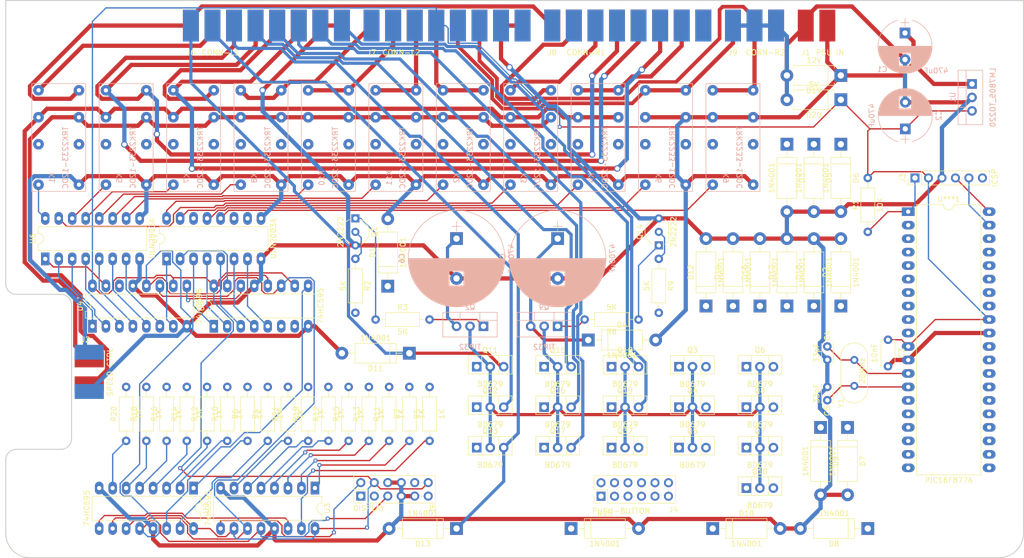
<source format=kicad_pcb>
(kicad_pcb (version 20171130) (host pcbnew "(5.1.6)-1")
  (layers (0 F.Cu signal) (31 B.Cu signal) (34 B.Paste user) (35 F.Paste user) (36 B.SilkS user) (37 F.SilkS user) (38 B.Mask user) (39 F.Mask user) (44 Edge.Cuts user))
  (net 0 "")
  (net 1 +12V)
  (net 2 GND)
  (net 3 +5V)
  (net 4 "Net-(C4-Pad1)")
  (net 5 "Net-(C5-Pad1)")
  (net 6 "/Points Control/POINTS[B1]-COIL")
  (net 7 "/Points Control/POINTS[F1]-COIL")
  (net 8 "/Points Control/POINTS[B2]-COIL")
  (net 9 "/Points Control/POINTS[F2]-COIL")
  (net 10 "/Points Control/POINTS[B3]-COIL")
  (net 11 "/Points Control/POINTS[F3]-COIL")
  (net 12 "/Points Control/POINTS[B4]-COIL")
  (net 13 "/Points Control/POINTS[F4]-COIL")
  (net 14 "/Points Control/POINTS[B5]-COIL")
  (net 15 "/Points Control/POINTS[F5]-COIL")
  (net 16 "/Points Control/POINTS[B6]-COIL")
  (net 17 "/Points Control/POINTS[F6]-COIL")
  (net 18 "/Points Control/POINTS[B7]-COIL")
  (net 19 "/Points Control/POINTS[F7]-COIL")
  (net 20 "/Points Control/POINTS[B8]-COIL")
  (net 21 "/Points Control/POINTS[F8]-COIL")
  (net 22 TRACK+)
  (net 23 TRACK-)
  (net 24 "Net-(J3-Pad6)")
  (net 25 ICSPCLK)
  (net 26 ICSPDAT)
  (net 27 MCLR)
  (net 28 /PB6)
  (net 29 /PB7)
  (net 30 /PB8)
  (net 31 /PB9)
  (net 32 /PB10)
  (net 33 "Net-(J4-Pad7)")
  (net 34 "Net-(J4-Pad6)")
  (net 35 /PB5)
  (net 36 /PB4)
  (net 37 /PB3)
  (net 38 /PB2)
  (net 39 /PB1)
  (net 40 "/Points Control/DATA[OUT]")
  (net 41 DCLK)
  (net 42 DLAT)
  (net 43 /AUX1-LED)
  (net 44 /AUX2-LED)
  (net 45 "/Feed Relays/FEED[D-]")
  (net 46 "/Feed Relays/FEED[D+]")
  (net 47 "/Feed Relays/FEED[C-]")
  (net 48 "/Feed Relays/FEED[C+]")
  (net 49 "/Feed Relays/FEED[A-]")
  (net 50 "/Feed Relays/FEED[A+]")
  (net 51 "/Feed Relays/FEED[E+]")
  (net 52 "/Feed Relays/FEED[F+]")
  (net 53 "/Feed Relays/FEED[G+]")
  (net 54 "/Feed Relays/FEED[H+]")
  (net 55 "/Feed Relays/AUX[1]")
  (net 56 "/Feed Relays/AUX[2]")
  (net 57 "Net-(J7-Pad14)")
  (net 58 /HALL[G])
  (net 59 /HALL[F])
  (net 60 /HALL[E])
  (net 61 "Net-(J7-Pad15)")
  (net 62 "Net-(J7-Pad16)")
  (net 63 "/Feed Relays/FEED[B+]")
  (net 64 "/Feed Relays/FEED[B-]")
  (net 65 "/Feed Relays/FEED[I-]")
  (net 66 "Net-(J8-Pad8)")
  (net 67 "Net-(J9-Pad3)")
  (net 68 "Net-(K1-Pad8)")
  (net 69 "Net-(K1-Pad7)")
  (net 70 "Net-(K1-Pad2)")
  (net 71 "Net-(K2-Pad8)")
  (net 72 "Net-(K2-Pad7)")
  (net 73 "Net-(K2-Pad2)")
  (net 74 "Net-(K3-Pad2)")
  (net 75 "Net-(K3-Pad7)")
  (net 76 "Net-(K3-Pad8)")
  (net 77 "Net-(K4-Pad2)")
  (net 78 "Net-(K4-Pad7)")
  (net 79 "Net-(K4-Pad8)")
  (net 80 "Net-(K5-Pad2)")
  (net 81 "Net-(K5-Pad7)")
  (net 82 "Net-(K5-Pad8)")
  (net 83 "Net-(K6-Pad8)")
  (net 84 "Net-(K6-Pad7)")
  (net 85 "Net-(K6-Pad2)")
  (net 86 "Net-(K7-Pad8)")
  (net 87 "Net-(K7-Pad7)")
  (net 88 "Net-(K7-Pad2)")
  (net 89 "Net-(K8-Pad8)")
  (net 90 "Net-(K8-Pad7)")
  (net 91 "Net-(K8-Pad2)")
  (net 92 "Net-(K9-Pad2)")
  (net 93 "Net-(K9-Pad7)")
  (net 94 "Net-(K9-Pad8)")
  (net 95 "Net-(K10-Pad2)")
  (net 96 "Net-(K10-Pad7)")
  (net 97 "Net-(K10-Pad8)")
  (net 98 "Net-(K11-Pad8)")
  (net 99 "Net-(K11-Pad7)")
  (net 100 "Net-(K11-Pad2)")
  (net 101 "Net-(Q1-Pad2)")
  (net 102 "Net-(Q1-Pad1)")
  (net 103 "Net-(Q2-Pad1)")
  (net 104 TANK-DUMP)
  (net 105 "Net-(Q3-Pad1)")
  (net 106 "Net-(Q4-Pad1)")
  (net 107 "Net-(Q5-Pad1)")
  (net 108 "Net-(Q6-Pad1)")
  (net 109 "Net-(Q7-Pad1)")
  (net 110 "Net-(Q8-Pad1)")
  (net 111 "Net-(Q9-Pad1)")
  (net 112 "Net-(Q10-Pad1)")
  (net 113 "Net-(Q11-Pad1)")
  (net 114 "Net-(Q12-Pad1)")
  (net 115 "Net-(Q13-Pad1)")
  (net 116 "Net-(Q14-Pad1)")
  (net 117 "Net-(Q14-Pad2)")
  (net 118 "Net-(Q15-Pad1)")
  (net 119 "Net-(Q16-Pad1)")
  (net 120 "Net-(Q17-Pad1)")
  (net 121 "Net-(Q18-Pad1)")
  (net 122 "Net-(Q19-Pad1)")
  (net 123 "Net-(Q37-Pad1)")
  (net 124 "/Points Control/TANK[1]")
  (net 125 "/Points Control/PB1")
  (net 126 "/Points Control/PF1")
  (net 127 "/Points Control/PB2")
  (net 128 "/Points Control/PF2")
  (net 129 "/Points Control/TANK[2]")
  (net 130 "/Points Control/PB3")
  (net 131 "/Points Control/PF3")
  (net 132 "/Points Control/PB4")
  (net 133 "/Points Control/PF4")
  (net 134 "/Points Control/PB5")
  (net 135 "/Points Control/PF5")
  (net 136 "/Points Control/PB6")
  (net 137 "/Points Control/PF6")
  (net 138 "/Points Control/PB7")
  (net 139 "/Points Control/PF7")
  (net 140 "/Points Control/PB8")
  (net 141 "/Points Control/PF8")
  (net 142 "Net-(U2-Pad9)")
  (net 143 "/Points Control/DATA[IN]")
  (net 144 "Net-(U4-Pad15)")
  (net 145 "Net-(U4-Pad7)")
  (net 146 "/Feed Relays/DATA[IN]")
  (net 147 "Net-(U4-Pad6)")
  (net 148 "Net-(U4-Pad5)")
  (net 149 "Net-(U4-Pad4)")
  (net 150 "Net-(U4-Pad3)")
  (net 151 "Net-(U4-Pad2)")
  (net 152 "Net-(U4-Pad9)")
  (net 153 "Net-(U4-Pad1)")
  (net 154 "Net-(U5-Pad1)")
  (net 155 "Net-(U5-Pad2)")
  (net 156 "Net-(U5-Pad3)")
  (net 157 "Net-(U5-Pad4)")
  (net 158 "Net-(U5-Pad5)")
  (net 159 "/Feed Relays/SR1-SPARE5")
  (net 160 "/Feed Relays/SR1-SPARE6")
  (net 161 "Net-(U5-Pad15)")
  (net 162 "Net-(U7-Pad10)")
  (net 163 "Net-(U7-Pad11)")
  (net 164 "Net-(U7-Pad14)")
  (net 165 "Net-(U***1-Pad38)")
  (net 166 "Net-(U***1-Pad18)")
  (net 167 "Net-(U***1-Pad37)")
  (net 168 "Net-(U***1-Pad36)")
  (net 169 "Net-(U***1-Pad35)")
  (net 170 "Net-(U***1-Pad10)")
  (net 171 "Net-(U***1-Pad7)")
  (net 172 "Net-(U***1-Pad6)")
  (net 173 "Net-(U***1-Pad5)")
  (net 174 "Net-(U***1-Pad24)")
  (net 175 "Net-(U***1-Pad23)")
  (net 176 "/Points Control/TANKCAP1")
  (net 177 "/Points Control/TANKCAP2")
  (module Pin_Headers:Pin_Header_Straight_2x06_Pitch2.54mm (layer F.Cu) (at 117.85854 132.3213 90)
    (fp_text reference J5 (at -2.23266 13.41882 180) (layer F.SilkS))
    (fp_text value DISPLAY (at -2.2987 1.52146 180) (layer F.SilkS))
    (pad 1 thru_hole rect (at 0 0 90) (size 1.7 1.7) (drill 1) (layers *.Cu *.Mask) (net 1 +12V))
    (pad 2 thru_hole oval (at 2.54 0 90) (size 1.7 1.7) (drill 1) (layers *.Cu *.Mask) (net 40 "/Points Control/DATA[OUT]"))
    (pad 3 thru_hole oval (at 0 2.54 90) (size 1.7 1.7) (drill 1) (layers *.Cu *.Mask) (net 41 DCLK))
    (pad 4 thru_hole oval (at 2.54 2.54 90) (size 1.7 1.7) (drill 1) (layers *.Cu *.Mask) (net 3 +5V))
    (pad 5 thru_hole oval (at 0 5.08 90) (size 1.7 1.7) (drill 1) (layers *.Cu *.Mask) (net 42 DLAT))
    (pad 6 thru_hole oval (at 2.54 5.08 90) (size 1.7 1.7) (drill 1) (layers *.Cu *.Mask) (net 2 GND))
    (pad 7 thru_hole oval (at 0 7.62 90) (size 1.7 1.7) (drill 1) (layers *.Cu *.Mask) (net 2 GND))
    (pad 8 thru_hole oval (at 2.54 7.62 90) (size 1.7 1.7) (drill 1) (layers *.Cu *.Mask) (net 2 GND))
    (pad 9 thru_hole oval (at 0 10.16 90) (size 1.7 1.7) (drill 1) (layers *.Cu *.Mask) (net 2 GND))
    (pad 10 thru_hole oval (at 2.54 10.16 90) (size 1.7 1.7) (drill 1) (layers *.Cu *.Mask) (net 44 /AUX2-LED))
    (pad 11 thru_hole oval (at 0 12.7 90) (size 1.7 1.7) (drill 1) (layers *.Cu *.Mask) (net 43 /AUX1-LED))
    (pad 12 thru_hole oval (at 2.54 12.7 90) (size 1.7 1.7) (drill 1) (layers *.Cu *.Mask) (net 3 +5V))
  )
  (module Pin_Headers:Pin_Header_Straight_2x06_Pitch2.54mm (layer F.Cu) (at 163.11372 132.34416 90)
    (fp_text reference J4 (at -2.52984 13.67028 180) (layer F.SilkS))
    (fp_text value PUSH-BUTTON (at -2.78384 3.76428 180) (layer F.SilkS))
    (pad 1 thru_hole rect (at 0 0 90) (size 1.7 1.7) (drill 1) (layers *.Cu *.Mask) (net 39 /PB1))
    (pad 2 thru_hole oval (at 2.54 0 90) (size 1.7 1.7) (drill 1) (layers *.Cu *.Mask) (net 38 /PB2))
    (pad 3 thru_hole oval (at 0 2.54 90) (size 1.7 1.7) (drill 1) (layers *.Cu *.Mask) (net 37 /PB3))
    (pad 4 thru_hole oval (at 2.54 2.54 90) (size 1.7 1.7) (drill 1) (layers *.Cu *.Mask) (net 36 /PB4))
    (pad 5 thru_hole oval (at 0 5.08 90) (size 1.7 1.7) (drill 1) (layers *.Cu *.Mask) (net 35 /PB5))
    (pad 6 thru_hole oval (at 2.54 5.08 90) (size 1.7 1.7) (drill 1) (layers *.Cu *.Mask) (net 34 "Net-(J4-Pad6)"))
    (pad 7 thru_hole oval (at 0 7.62 90) (size 1.7 1.7) (drill 1) (layers *.Cu *.Mask) (net 33 "Net-(J4-Pad7)"))
    (pad 8 thru_hole oval (at 2.54 7.62 90) (size 1.7 1.7) (drill 1) (layers *.Cu *.Mask) (net 32 /PB10))
    (pad 9 thru_hole oval (at 0 10.16 90) (size 1.7 1.7) (drill 1) (layers *.Cu *.Mask) (net 31 /PB9))
    (pad 10 thru_hole oval (at 2.54 10.16 90) (size 1.7 1.7) (drill 1) (layers *.Cu *.Mask) (net 30 /PB8))
    (pad 11 thru_hole oval (at 0 12.7 90) (size 1.7 1.7) (drill 1) (layers *.Cu *.Mask) (net 29 /PB7))
    (pad 12 thru_hole oval (at 2.54 12.7 90) (size 1.7 1.7) (drill 1) (layers *.Cu *.Mask) (net 28 /PB6))
  )
  (module carnivalben:Wire_Pads_Edge_1x2 (layer F.Cu) (at 201.676 43.688)
    (fp_text reference J1 (at 0 5.08) (layer F.SilkS))
    (fp_text value "PSU IN" (at 4.572 5.08) (layer F.SilkS))
    (pad 2 smd rect (at 4.064 0) (size 3 6) (layers F.Cu F.Paste F.Mask) (net 1 +12V))
    (pad 1 smd rect (at 0 0) (size 3 6) (layers F.Cu F.Paste F.Mask) (net 2 GND))
  )
  (module Capacitors_THT:CP_Radial_D10.0mm_P5.00mm (layer B.Cu) (at 220.3704 45.085 270)
    (fp_text reference C1 (at 6.858 4.318 180) (layer B.SilkS) (effects (justify mirror)))
    (fp_text value 470uF (at 7.112 -5.842 180) (layer B.SilkS) (effects (justify mirror)))
    (pad 1 thru_hole rect (at 0 0 270) (size 2 2) (drill 1) (layers *.Cu *.Mask) (net 1 +12V))
    (pad 2 thru_hole circle (at 5 0 270) (size 2 2) (drill 1) (layers *.Cu *.Mask) (net 2 GND))
  )
  (module Capacitors_THT:CP_Radial_D10.0mm_P5.00mm (layer B.Cu) (at 220.4212 63.1444 90)
    (fp_text reference C2 (at 2.5 6.31 270) (layer B.SilkS) (effects (justify mirror)))
    (fp_text value 470uF (at 2.5 -6.31 270) (layer B.SilkS) (effects (justify mirror)))
    (pad 1 thru_hole rect (at 0 0 90) (size 2 2) (drill 1) (layers *.Cu *.Mask) (net 3 +5V))
    (pad 2 thru_hole circle (at 5 0 90) (size 2 2) (drill 1) (layers *.Cu *.Mask) (net 2 GND))
  )
  (module Capacitors_THT:C_Disc_D4.7mm_W2.5mm_P5.00mm (layer F.Cu) (at 217.17 102.87 270)
    (fp_text reference C3 (at 2.5 -2.56 90) (layer F.SilkS))
    (fp_text value 10nF (at 2.5 2.56 90) (layer F.SilkS))
    (pad 1 thru_hole circle (at 0 0 270) (size 1.6 1.6) (drill 0.8) (layers *.Cu *.Mask) (net 3 +5V))
    (pad 2 thru_hole circle (at 5 0 270) (size 1.6 1.6) (drill 0.8) (layers *.Cu *.Mask) (net 2 GND))
  )
  (module Capacitors_THT:C_Disc_D3.4mm_W2.1mm_P2.50mm (layer F.Cu) (at 205.74 104.14 270)
    (fp_text reference C4 (at -2.032 0 90) (layer F.SilkS))
    (fp_text value 33pF (at 1.25 2.032 90) (layer F.SilkS))
    (pad 1 thru_hole circle (at 0 0 270) (size 1.6 1.6) (drill 0.8) (layers *.Cu *.Mask) (net 4 "Net-(C4-Pad1)"))
    (pad 2 thru_hole circle (at 2.5 0 270) (size 1.6 1.6) (drill 0.8) (layers *.Cu *.Mask) (net 2 GND))
  )
  (module Capacitors_THT:C_Disc_D3.4mm_W2.1mm_P2.50mm (layer F.Cu) (at 205.74 114.26 90)
    (fp_text reference C5 (at -2.032 0 90) (layer F.SilkS))
    (fp_text value 33pF (at 1.25 -2.032 90) (layer F.SilkS))
    (pad 1 thru_hole circle (at 0 0 90) (size 1.6 1.6) (drill 0.8) (layers *.Cu *.Mask) (net 5 "Net-(C5-Pad1)"))
    (pad 2 thru_hole circle (at 2.5 0 90) (size 1.6 1.6) (drill 0.8) (layers *.Cu *.Mask) (net 2 GND))
  )
  (module Capacitors_THT:CP_Radial_D18.0mm_P7.50mm (layer B.Cu) (at 135.89 83.82 270)
    (fp_text reference C6 (at 3.75 10.31 90) (layer B.SilkS) (effects (justify mirror)))
    (fp_text value 4700uF (at 3.75 -10.31 90) (layer B.SilkS) (effects (justify mirror)))
    (pad 1 thru_hole rect (at 0 0 270) (size 2.4 2.4) (drill 1.2) (layers *.Cu *.Mask) (net 176 "/Points Control/TANKCAP1"))
    (pad 2 thru_hole circle (at 7.5 0 270) (size 2.4 2.4) (drill 1.2) (layers *.Cu *.Mask) (net 2 GND))
  )
  (module Capacitors_THT:CP_Radial_D18.0mm_P7.50mm (layer B.Cu) (at 154.94 83.82 270)
    (fp_text reference C7 (at 3.75 10.31 90) (layer B.SilkS) (effects (justify mirror)))
    (fp_text value 4700uF (at 3.75 -10.31 90) (layer B.SilkS) (effects (justify mirror)))
    (pad 1 thru_hole rect (at 0 0 270) (size 2.4 2.4) (drill 1.2) (layers *.Cu *.Mask) (net 177 "/Points Control/TANKCAP2"))
    (pad 2 thru_hole circle (at 7.5 0 270) (size 2.4 2.4) (drill 1.2) (layers *.Cu *.Mask) (net 2 GND))
  )
  (module Diodes_THT:D_DO-15_P12.70mm_Horizontal (layer F.Cu) (at 122.936 92.7862 90)
    (fp_text reference D1 (at 6.35 -2.86 90) (layer F.SilkS))
    (fp_text value 1N4001 (at 6.35 2.86 90) (layer F.SilkS))
    (pad 1 thru_hole rect (at 0 0 90) (size 2.4 2.4) (drill 1.2) (layers *.Cu *.Mask) (net 176 "/Points Control/TANKCAP1"))
    (pad 2 thru_hole oval (at 12.7 0 90) (size 2.4 2.4) (drill 1.2) (layers *.Cu *.Mask) (net 1 +12V))
  )
  (module Diodes_THT:D_DO-15_P12.70mm_Horizontal (layer F.Cu) (at 208.28 96.52 90)
    (fp_text reference D2 (at 6.35 -2.86 90) (layer F.SilkS))
    (fp_text value 1N4001 (at 6.35 2.86 90) (layer F.SilkS))
    (pad 1 thru_hole rect (at 0 0 90) (size 2.4 2.4) (drill 1.2) (layers *.Cu *.Mask) (net 6 "/Points Control/POINTS[B1]-COIL"))
    (pad 2 thru_hole oval (at 12.7 0 90) (size 2.4 2.4) (drill 1.2) (layers *.Cu *.Mask) (net 2 GND))
  )
  (module Diodes_THT:D_DO-15_P12.70mm_Horizontal (layer F.Cu) (at 198.12 66.04 270)
    (fp_text reference D3 (at 6.35 -2.86 90) (layer F.SilkS))
    (fp_text value 1N4001 (at 6.35 2.86 90) (layer F.SilkS))
    (pad 1 thru_hole rect (at 0 0 270) (size 2.4 2.4) (drill 1.2) (layers *.Cu *.Mask) (net 7 "/Points Control/POINTS[F1]-COIL"))
    (pad 2 thru_hole oval (at 12.7 0 270) (size 2.4 2.4) (drill 1.2) (layers *.Cu *.Mask) (net 2 GND))
  )
  (module Diodes_THT:D_DO-15_P12.70mm_Horizontal (layer F.Cu) (at 160.7058 102.9208)
    (fp_text reference D4 (at 6.35 -2.86) (layer F.SilkS))
    (fp_text value 1N4001 (at 6.35 2.86) (layer F.SilkS))
    (pad 1 thru_hole rect (at 0 0) (size 2.4 2.4) (drill 1.2) (layers *.Cu *.Mask) (net 177 "/Points Control/TANKCAP2"))
    (pad 2 thru_hole oval (at 12.7 0) (size 2.4 2.4) (drill 1.2) (layers *.Cu *.Mask) (net 1 +12V))
  )
  (module Diodes_THT:D_DO-15_P12.70mm_Horizontal (layer F.Cu) (at 203.2 66.04 270)
    (fp_text reference D5 (at 6.35 -2.86 90) (layer F.SilkS))
    (fp_text value 1N4001 (at 6.35 2.86 90) (layer F.SilkS))
    (pad 1 thru_hole rect (at 0 0 270) (size 2.4 2.4) (drill 1.2) (layers *.Cu *.Mask) (net 8 "/Points Control/POINTS[B2]-COIL"))
    (pad 2 thru_hole oval (at 12.7 0 270) (size 2.4 2.4) (drill 1.2) (layers *.Cu *.Mask) (net 2 GND))
  )
  (module Diodes_THT:D_DO-15_P12.70mm_Horizontal (layer F.Cu) (at 208.28 66.04 270)
    (fp_text reference D6 (at 6.35 -2.86 90) (layer F.SilkS))
    (fp_text value 1N4001 (at 6.35 2.86 90) (layer F.SilkS))
    (pad 1 thru_hole rect (at 0 0 270) (size 2.4 2.4) (drill 1.2) (layers *.Cu *.Mask) (net 9 "/Points Control/POINTS[F2]-COIL"))
    (pad 2 thru_hole oval (at 12.7 0 270) (size 2.4 2.4) (drill 1.2) (layers *.Cu *.Mask) (net 2 GND))
  )
  (module Diodes_THT:D_DO-15_P12.70mm_Horizontal (layer F.Cu) (at 209.55 119.38 270)
    (fp_text reference D7 (at 6.35 -2.86 90) (layer F.SilkS))
    (fp_text value 1N4001 (at 6.35 2.86 90) (layer F.SilkS))
    (pad 1 thru_hole rect (at 0 0 270) (size 2.4 2.4) (drill 1.2) (layers *.Cu *.Mask) (net 10 "/Points Control/POINTS[B3]-COIL"))
    (pad 2 thru_hole oval (at 12.7 0 270) (size 2.4 2.4) (drill 1.2) (layers *.Cu *.Mask) (net 2 GND))
  )
  (module Diodes_THT:D_DO-15_P12.70mm_Horizontal (layer F.Cu) (at 213.36 138.43 180)
    (fp_text reference D8 (at 6.35 -2.86) (layer F.SilkS))
    (fp_text value 1N4001 (at 6.35 2.86) (layer F.SilkS))
    (pad 1 thru_hole rect (at 0 0 180) (size 2.4 2.4) (drill 1.2) (layers *.Cu *.Mask) (net 11 "/Points Control/POINTS[F3]-COIL"))
    (pad 2 thru_hole oval (at 12.7 0 180) (size 2.4 2.4) (drill 1.2) (layers *.Cu *.Mask) (net 2 GND))
  )
  (module Diodes_THT:D_DO-15_P12.70mm_Horizontal (layer F.Cu) (at 204.47 119.38 270)
    (fp_text reference D9 (at 6.35 -2.86 90) (layer F.SilkS))
    (fp_text value 1N4001 (at 6.35 2.86 90) (layer F.SilkS))
    (pad 1 thru_hole rect (at 0 0 270) (size 2.4 2.4) (drill 1.2) (layers *.Cu *.Mask) (net 12 "/Points Control/POINTS[B4]-COIL"))
    (pad 2 thru_hole oval (at 12.7 0 270) (size 2.4 2.4) (drill 1.2) (layers *.Cu *.Mask) (net 2 GND))
  )
  (module Diodes_THT:D_DO-15_P12.70mm_Horizontal (layer F.Cu) (at 184.15 138.43)
    (fp_text reference D10 (at 6.35 -2.86) (layer F.SilkS))
    (fp_text value 1N4001 (at 6.35 2.86) (layer F.SilkS))
    (pad 1 thru_hole rect (at 0 0) (size 2.4 2.4) (drill 1.2) (layers *.Cu *.Mask) (net 13 "/Points Control/POINTS[F4]-COIL"))
    (pad 2 thru_hole oval (at 12.7 0) (size 2.4 2.4) (drill 1.2) (layers *.Cu *.Mask) (net 2 GND))
  )
  (module Diodes_THT:D_DO-15_P12.70mm_Horizontal (layer F.Cu) (at 127 105.41 180)
    (fp_text reference D11 (at 6.35 -2.86) (layer F.SilkS))
    (fp_text value 1N4001 (at 6.35 2.86) (layer F.SilkS))
    (pad 1 thru_hole rect (at 0 0 180) (size 2.4 2.4) (drill 1.2) (layers *.Cu *.Mask) (net 14 "/Points Control/POINTS[B5]-COIL"))
    (pad 2 thru_hole oval (at 12.7 0 180) (size 2.4 2.4) (drill 1.2) (layers *.Cu *.Mask) (net 2 GND))
  )
  (module Diodes_THT:D_DO-15_P12.70mm_Horizontal (layer F.Cu) (at 182.88 96.52 90)
    (fp_text reference D12 (at 6.35 -2.86 90) (layer F.SilkS))
    (fp_text value 1N4001 (at 6.35 2.86 90) (layer F.SilkS))
    (pad 1 thru_hole rect (at 0 0 90) (size 2.4 2.4) (drill 1.2) (layers *.Cu *.Mask) (net 15 "/Points Control/POINTS[F5]-COIL"))
    (pad 2 thru_hole oval (at 12.7 0 90) (size 2.4 2.4) (drill 1.2) (layers *.Cu *.Mask) (net 2 GND))
  )
  (module Diodes_THT:D_DO-15_P12.70mm_Horizontal (layer F.Cu) (at 135.89 138.43 180)
    (fp_text reference D13 (at 6.35 -2.86) (layer F.SilkS))
    (fp_text value 1N4001 (at 6.35 2.86) (layer F.SilkS))
    (pad 1 thru_hole rect (at 0 0 180) (size 2.4 2.4) (drill 1.2) (layers *.Cu *.Mask) (net 16 "/Points Control/POINTS[B6]-COIL"))
    (pad 2 thru_hole oval (at 12.7 0 180) (size 2.4 2.4) (drill 1.2) (layers *.Cu *.Mask) (net 2 GND))
  )
  (module Diodes_THT:D_DO-15_P12.70mm_Horizontal (layer F.Cu) (at 187.96 96.52 90)
    (fp_text reference D14 (at 6.35 -2.86 90) (layer F.SilkS))
    (fp_text value 1N4001 (at 6.35 2.86 90) (layer F.SilkS))
    (pad 1 thru_hole rect (at 0 0 90) (size 2.4 2.4) (drill 1.2) (layers *.Cu *.Mask) (net 17 "/Points Control/POINTS[F6]-COIL"))
    (pad 2 thru_hole oval (at 12.7 0 90) (size 2.4 2.4) (drill 1.2) (layers *.Cu *.Mask) (net 2 GND))
  )
  (module Diodes_THT:D_DO-15_P12.70mm_Horizontal (layer F.Cu) (at 157.48 138.43)
    (fp_text reference D15 (at 6.35 -2.86) (layer F.SilkS))
    (fp_text value 1N4001 (at 6.35 2.86) (layer F.SilkS))
    (pad 1 thru_hole rect (at 0 0) (size 2.4 2.4) (drill 1.2) (layers *.Cu *.Mask) (net 18 "/Points Control/POINTS[B7]-COIL"))
    (pad 2 thru_hole oval (at 12.7 0) (size 2.4 2.4) (drill 1.2) (layers *.Cu *.Mask) (net 2 GND))
  )
  (module Diodes_THT:D_DO-15_P12.70mm_Horizontal (layer F.Cu) (at 193.04 96.52 90)
    (fp_text reference D16 (at 6.35 -2.86 90) (layer F.SilkS))
    (fp_text value 1N4001 (at 6.35 2.86 90) (layer F.SilkS))
    (pad 1 thru_hole rect (at 0 0 90) (size 2.4 2.4) (drill 1.2) (layers *.Cu *.Mask) (net 19 "/Points Control/POINTS[F7]-COIL"))
    (pad 2 thru_hole oval (at 12.7 0 90) (size 2.4 2.4) (drill 1.2) (layers *.Cu *.Mask) (net 2 GND))
  )
  (module Diodes_THT:D_DO-15_P12.70mm_Horizontal (layer F.Cu) (at 198.12 96.52 90)
    (fp_text reference D17 (at 6.35 -2.86 90) (layer F.SilkS))
    (fp_text value 1N4001 (at 6.35 2.86 90) (layer F.SilkS))
    (pad 1 thru_hole rect (at 0 0 90) (size 2.4 2.4) (drill 1.2) (layers *.Cu *.Mask) (net 20 "/Points Control/POINTS[B8]-COIL"))
    (pad 2 thru_hole oval (at 12.7 0 90) (size 2.4 2.4) (drill 1.2) (layers *.Cu *.Mask) (net 2 GND))
  )
  (module Diodes_THT:D_DO-15_P12.70mm_Horizontal (layer F.Cu) (at 203.2 96.52 90)
    (fp_text reference D18 (at 6.35 -2.86 90) (layer F.SilkS))
    (fp_text value 1N4001 (at 6.35 2.86 90) (layer F.SilkS))
    (pad 1 thru_hole rect (at 0 0 90) (size 2.4 2.4) (drill 1.2) (layers *.Cu *.Mask) (net 21 "/Points Control/POINTS[F8]-COIL"))
    (pad 2 thru_hole oval (at 12.7 0 90) (size 2.4 2.4) (drill 1.2) (layers *.Cu *.Mask) (net 2 GND))
  )
  (module Diodes_THT:D_DO-15_P10.16mm_Horizontal (layer F.Cu) (at 208.28 53.086 180)
    (fp_text reference D19 (at 5.08 -2.86) (layer F.SilkS))
    (fp_text value 12V (at 5.08 2.86) (layer F.SilkS))
    (pad 1 thru_hole rect (at 0 0 180) (size 2.4 2.4) (drill 1.2) (layers *.Cu *.Mask) (net 1 +12V))
    (pad 2 thru_hole oval (at 10.16 0 180) (size 2.4 2.4) (drill 1.2) (layers *.Cu *.Mask) (net 2 GND))
  )
  (module Diodes_THT:D_DO-15_P10.16mm_Horizontal (layer F.Cu) (at 208.28 57.658 180)
    (fp_text reference D20 (at 5.08 -2.86) (layer F.SilkS))
    (fp_text value 5V (at 5.08 2.86) (layer F.SilkS))
    (pad 1 thru_hole rect (at 0 0 180) (size 2.4 2.4) (drill 1.2) (layers *.Cu *.Mask) (net 3 +5V))
    (pad 2 thru_hole oval (at 10.16 0 180) (size 2.4 2.4) (drill 1.2) (layers *.Cu *.Mask) (net 2 GND))
  )
  (module carnivalben:DIN_Socket_Edge_Solder_4pin (layer F.Cu) (at 62.9572 108.9172 270)
    (fp_text reference J2 (at -6.0472 -3.0828 180) (layer F.SilkS))
    (fp_text value "SPEED CTRL" (at 0.0488 -7.6548 90) (layer F.SilkS))
    (pad 1 smd rect (at 3.7 -3.75 270) (size 2.8 5.5) (layers B.Cu F.Paste F.Mask) (net 2 GND))
    (pad 4 smd rect (at -3.7 -3.75 270) (size 2.8 5.5) (layers B.Cu F.Paste F.Mask) (net 1 +12V))
    (pad 3 smd rect (at 2.25 -3.75 270) (size 2.8 5.5) (layers F.Cu F.Paste F.Mask) (net 22 TRACK+))
    (pad 2 smd rect (at -2.25 -3.75 270) (size 2.8 5.5) (layers F.Cu F.Paste F.Mask) (net 23 TRACK-))
  )
  (module Pin_Headers:Pin_Header_Straight_1x06_Pitch2.54mm (layer F.Cu) (at 222.25 72.39 90)
    (fp_text reference J3 (at 0 -2.33 90) (layer F.SilkS))
    (fp_text value ICSP (at 0 15.03 90) (layer F.SilkS))
    (pad 1 thru_hole rect (at 0 0 90) (size 1.7 1.7) (drill 1) (layers *.Cu *.Mask) (net 27 MCLR))
    (pad 2 thru_hole oval (at 0 2.54 90) (size 1.7 1.7) (drill 1) (layers *.Cu *.Mask) (net 3 +5V))
    (pad 3 thru_hole oval (at 0 5.08 90) (size 1.7 1.7) (drill 1) (layers *.Cu *.Mask) (net 2 GND))
    (pad 4 thru_hole oval (at 0 7.62 90) (size 1.7 1.7) (drill 1) (layers *.Cu *.Mask) (net 26 ICSPDAT))
    (pad 5 thru_hole oval (at 0 10.16 90) (size 1.7 1.7) (drill 1) (layers *.Cu *.Mask) (net 25 ICSPCLK))
    (pad 6 thru_hole oval (at 0 12.7 90) (size 1.7 1.7) (drill 1) (layers *.Cu *.Mask) (net 24 "Net-(J3-Pad6)"))
  )
  (module carnivalben:Wire_Pads_Edge_2x8 (layer F.Cu) (at 85.852 43.688)
    (fp_text reference J6 (at 0 5.08) (layer F.SilkS))
    (fp_text value CONN-L1 (at 5.588 5.08) (layer F.SilkS))
    (pad 16 smd rect (at 0 0) (size 3 6) (layers B.Cu F.Paste F.Mask) (net 14 "/Points Control/POINTS[B5]-COIL"))
    (pad 15 smd rect (at 4.064 0) (size 3 6) (layers B.Cu F.Paste F.Mask) (net 15 "/Points Control/POINTS[F5]-COIL"))
    (pad 8 smd rect (at 28.448 0) (size 3 6) (layers F.Cu F.Paste F.Mask) (net 2 GND))
    (pad 7 smd rect (at 24.384 0) (size 3 6) (layers F.Cu F.Paste F.Mask) (net 2 GND))
    (pad 12 smd rect (at 16.256 0) (size 3 6) (layers B.Cu F.Paste F.Mask) (net 18 "/Points Control/POINTS[B7]-COIL"))
    (pad 11 smd rect (at 20.32 0) (size 3 6) (layers B.Cu F.Paste F.Mask) (net 19 "/Points Control/POINTS[F7]-COIL"))
    (pad 10 smd rect (at 24.384 0) (size 3 6) (layers B.Cu F.Paste F.Mask) (net 20 "/Points Control/POINTS[B8]-COIL"))
    (pad 9 smd rect (at 28.448 0) (size 3 6) (layers B.Cu F.Paste F.Mask) (net 21 "/Points Control/POINTS[F8]-COIL"))
    (pad 14 smd rect (at 8.128 0) (size 3 6) (layers B.Cu F.Paste F.Mask) (net 16 "/Points Control/POINTS[B6]-COIL"))
    (pad 13 smd rect (at 12.192 0) (size 3 6) (layers B.Cu F.Paste F.Mask) (net 17 "/Points Control/POINTS[F6]-COIL"))
    (pad 6 smd rect (at 20.32 0) (size 3 6) (layers F.Cu F.Paste F.Mask) (net 45 "/Feed Relays/FEED[D-]"))
    (pad 5 smd rect (at 16.256 0) (size 3 6) (layers F.Cu F.Paste F.Mask) (net 46 "/Feed Relays/FEED[D+]"))
    (pad 4 smd rect (at 12.192 0) (size 3 6) (layers F.Cu F.Paste F.Mask) (net 47 "/Feed Relays/FEED[C-]"))
    (pad 3 smd rect (at 8.128 0) (size 3 6) (layers F.Cu F.Paste F.Mask) (net 48 "/Feed Relays/FEED[C+]"))
    (pad 2 smd rect (at 4.064 0) (size 3 6) (layers F.Cu F.Paste F.Mask) (net 49 "/Feed Relays/FEED[A-]"))
    (pad 1 smd rect (at 0 0) (size 3 6) (layers F.Cu F.Paste F.Mask) (net 50 "/Feed Relays/FEED[A+]"))
  )
  (module carnivalben:Wire_Pads_Edge_2x8 (layer F.Cu) (at 119.888 43.688)
    (fp_text reference J7 (at 0 5.08) (layer F.SilkS))
    (fp_text value CONN-L2 (at 5.588 5.08) (layer F.SilkS))
    (pad 16 smd rect (at 0 0) (size 3 6) (layers B.Cu F.Paste F.Mask) (net 62 "Net-(J7-Pad16)"))
    (pad 15 smd rect (at 4.064 0) (size 3 6) (layers B.Cu F.Paste F.Mask) (net 61 "Net-(J7-Pad15)"))
    (pad 8 smd rect (at 28.448 0) (size 3 6) (layers F.Cu F.Paste F.Mask) (net 2 GND))
    (pad 7 smd rect (at 24.384 0) (size 3 6) (layers F.Cu F.Paste F.Mask) (net 2 GND))
    (pad 12 smd rect (at 16.256 0) (size 3 6) (layers B.Cu F.Paste F.Mask) (net 60 /HALL[E]))
    (pad 11 smd rect (at 20.32 0) (size 3 6) (layers B.Cu F.Paste F.Mask) (net 59 /HALL[F]))
    (pad 10 smd rect (at 24.384 0) (size 3 6) (layers B.Cu F.Paste F.Mask) (net 58 /HALL[G]))
    (pad 9 smd rect (at 28.448 0) (size 3 6) (layers B.Cu F.Paste F.Mask) (net 2 GND))
    (pad 14 smd rect (at 8.128 0) (size 3 6) (layers B.Cu F.Paste F.Mask) (net 57 "Net-(J7-Pad14)"))
    (pad 13 smd rect (at 12.192 0) (size 3 6) (layers B.Cu F.Paste F.Mask) (net 3 +5V))
    (pad 6 smd rect (at 20.32 0) (size 3 6) (layers F.Cu F.Paste F.Mask) (net 56 "/Feed Relays/AUX[2]"))
    (pad 5 smd rect (at 16.256 0) (size 3 6) (layers F.Cu F.Paste F.Mask) (net 55 "/Feed Relays/AUX[1]"))
    (pad 4 smd rect (at 12.192 0) (size 3 6) (layers F.Cu F.Paste F.Mask) (net 54 "/Feed Relays/FEED[H+]"))
    (pad 3 smd rect (at 8.128 0) (size 3 6) (layers F.Cu F.Paste F.Mask) (net 53 "/Feed Relays/FEED[G+]"))
    (pad 2 smd rect (at 4.064 0) (size 3 6) (layers F.Cu F.Paste F.Mask) (net 52 "/Feed Relays/FEED[F+]"))
    (pad 1 smd rect (at 0 0) (size 3 6) (layers F.Cu F.Paste F.Mask) (net 51 "/Feed Relays/FEED[E+]"))
  )
  (module carnivalben:Wire_Pads_Edge_2x8 (layer F.Cu) (at 153.924 43.688)
    (fp_text reference J8 (at 0 5.08) (layer F.SilkS))
    (fp_text value CONN-R1 (at 6.35 5.08) (layer F.SilkS))
    (pad 16 smd rect (at 0 0) (size 3 6) (layers B.Cu F.Paste F.Mask) (net 6 "/Points Control/POINTS[B1]-COIL"))
    (pad 15 smd rect (at 4.064 0) (size 3 6) (layers B.Cu F.Paste F.Mask) (net 7 "/Points Control/POINTS[F1]-COIL"))
    (pad 8 smd rect (at 28.448 0) (size 3 6) (layers F.Cu F.Paste F.Mask) (net 66 "Net-(J8-Pad8)"))
    (pad 7 smd rect (at 24.384 0) (size 3 6) (layers F.Cu F.Paste F.Mask) (net 65 "/Feed Relays/FEED[I-]"))
    (pad 12 smd rect (at 16.256 0) (size 3 6) (layers B.Cu F.Paste F.Mask) (net 10 "/Points Control/POINTS[B3]-COIL"))
    (pad 11 smd rect (at 20.32 0) (size 3 6) (layers B.Cu F.Paste F.Mask) (net 11 "/Points Control/POINTS[F3]-COIL"))
    (pad 10 smd rect (at 24.384 0) (size 3 6) (layers B.Cu F.Paste F.Mask) (net 12 "/Points Control/POINTS[B4]-COIL"))
    (pad 9 smd rect (at 28.448 0) (size 3 6) (layers B.Cu F.Paste F.Mask) (net 13 "/Points Control/POINTS[F4]-COIL"))
    (pad 14 smd rect (at 8.128 0) (size 3 6) (layers B.Cu F.Paste F.Mask) (net 8 "/Points Control/POINTS[B2]-COIL"))
    (pad 13 smd rect (at 12.192 0) (size 3 6) (layers B.Cu F.Paste F.Mask) (net 9 "/Points Control/POINTS[F2]-COIL"))
    (pad 6 smd rect (at 20.32 0) (size 3 6) (layers F.Cu F.Paste F.Mask) (net 45 "/Feed Relays/FEED[D-]"))
    (pad 5 smd rect (at 16.256 0) (size 3 6) (layers F.Cu F.Paste F.Mask) (net 47 "/Feed Relays/FEED[C-]"))
    (pad 4 smd rect (at 12.192 0) (size 3 6) (layers F.Cu F.Paste F.Mask) (net 48 "/Feed Relays/FEED[C+]"))
    (pad 3 smd rect (at 8.128 0) (size 3 6) (layers F.Cu F.Paste F.Mask) (net 64 "/Feed Relays/FEED[B-]"))
    (pad 2 smd rect (at 4.064 0) (size 3 6) (layers F.Cu F.Paste F.Mask) (net 63 "/Feed Relays/FEED[B+]"))
    (pad 1 smd rect (at 0 0) (size 3 6) (layers F.Cu F.Paste F.Mask) (net 50 "/Feed Relays/FEED[A+]"))
  )
  (module carnivalben:Wire_Pads_Edge_2x3 (layer F.Cu) (at 187.96 43.688)
    (fp_text reference J9 (at 0 5.08) (layer F.SilkS))
    (fp_text value CONN-R2 (at 6.096 5.08) (layer F.SilkS))
    (pad 6 smd rect (at 0 0) (size 3 6) (layers B.Cu F.Paste F.Mask) (net 2 GND))
    (pad 5 smd rect (at 4.064 0) (size 3 6) (layers B.Cu F.Paste F.Mask) (net 2 GND))
    (pad 4 smd rect (at 8.128 0) (size 3 6) (layers B.Cu F.Paste F.Mask) (net 2 GND))
    (pad 3 smd rect (at 8.128 0) (size 3 6) (layers F.Cu F.Paste F.Mask) (net 67 "Net-(J9-Pad3)"))
    (pad 2 smd rect (at 4.064 0) (size 3 6) (layers F.Cu F.Paste F.Mask) (net 56 "/Feed Relays/AUX[2]"))
    (pad 1 smd rect (at 0 0) (size 3 6) (layers F.Cu F.Paste F.Mask) (net 55 "/Feed Relays/AUX[1]"))
  )
  (module carnivalben:TRK22X3-XXDC (layer B.Cu) (at 64.77 73.66 90)
    (fp_text reference K1 (at 1.27 -5.08 90) (layer B.SilkS) (effects (justify mirror)))
    (fp_text value TRK2233-12DC (at 5.08 -2.54 90) (layer B.SilkS) (effects (justify mirror)))
    (pad 4 thru_hole circle (at 17.78 0 90) (size 2 2) (drill 0.8) (layers *.Cu *.Mask) (net 50 "/Feed Relays/FEED[A+]"))
    (pad 5 thru_hole circle (at 17.78 -7.62 90) (size 2 2) (drill 0.8) (layers *.Cu *.Mask) (net 49 "/Feed Relays/FEED[A-]"))
    (pad 6 thru_hole circle (at 12.7 -7.62 90) (size 2 2) (drill 0.8) (layers *.Cu *.Mask) (net 23 TRACK-))
    (pad 3 thru_hole circle (at 12.7 0 90) (size 2 2) (drill 0.8) (layers *.Cu *.Mask) (net 22 TRACK+))
    (pad 2 thru_hole circle (at 7.62 0 90) (size 2 2) (drill 0.8) (layers *.Cu *.Mask) (net 70 "Net-(K1-Pad2)"))
    (pad 7 thru_hole circle (at 7.62 -7.62 90) (size 2 2) (drill 0.8) (layers *.Cu *.Mask) (net 69 "Net-(K1-Pad7)"))
    (pad 8 thru_hole circle (at 0 -7.62 90) (size 2 2) (drill 0.8) (layers *.Cu *.Mask) (net 68 "Net-(K1-Pad8)"))
    (pad 1 thru_hole circle (at 0 0 90) (size 2 2) (drill 0.8) (layers *.Cu *.Mask) (net 1 +12V))
  )
  (module carnivalben:TRK22X3-XXDC (layer B.Cu) (at 140.97 73.66 90)
    (fp_text reference K2 (at 1.27 -5.08 90) (layer B.SilkS) (effects (justify mirror)))
    (fp_text value TRK2233-12DC (at 5.08 -2.54 90) (layer B.SilkS) (effects (justify mirror)))
    (pad 4 thru_hole circle (at 17.78 0 90) (size 2 2) (drill 0.8) (layers *.Cu *.Mask) (net 54 "/Feed Relays/FEED[H+]"))
    (pad 5 thru_hole circle (at 17.78 -7.62 90) (size 2 2) (drill 0.8) (layers *.Cu *.Mask) (net 54 "/Feed Relays/FEED[H+]"))
    (pad 6 thru_hole circle (at 12.7 -7.62 90) (size 2 2) (drill 0.8) (layers *.Cu *.Mask) (net 22 TRACK+))
    (pad 3 thru_hole circle (at 12.7 0 90) (size 2 2) (drill 0.8) (layers *.Cu *.Mask) (net 22 TRACK+))
    (pad 2 thru_hole circle (at 7.62 0 90) (size 2 2) (drill 0.8) (layers *.Cu *.Mask) (net 73 "Net-(K2-Pad2)"))
    (pad 7 thru_hole circle (at 7.62 -7.62 90) (size 2 2) (drill 0.8) (layers *.Cu *.Mask) (net 72 "Net-(K2-Pad7)"))
    (pad 8 thru_hole circle (at 0 -7.62 90) (size 2 2) (drill 0.8) (layers *.Cu *.Mask) (net 71 "Net-(K2-Pad8)"))
    (pad 1 thru_hole circle (at 0 0 90) (size 2 2) (drill 0.8) (layers *.Cu *.Mask) (net 1 +12V))
  )
  (module carnivalben:TRK22X3-XXDC (layer B.Cu) (at 153.67 73.66 90)
    (fp_text reference K3 (at 1.27 -5.08 90) (layer B.SilkS) (effects (justify mirror)))
    (fp_text value TRK2233-12DC (at 5.08 -2.54 90) (layer B.SilkS) (effects (justify mirror)))
    (pad 4 thru_hole circle (at 17.78 0 90) (size 2 2) (drill 0.8) (layers *.Cu *.Mask) (net 63 "/Feed Relays/FEED[B+]"))
    (pad 5 thru_hole circle (at 17.78 -7.62 90) (size 2 2) (drill 0.8) (layers *.Cu *.Mask) (net 64 "/Feed Relays/FEED[B-]"))
    (pad 6 thru_hole circle (at 12.7 -7.62 90) (size 2 2) (drill 0.8) (layers *.Cu *.Mask) (net 23 TRACK-))
    (pad 3 thru_hole circle (at 12.7 0 90) (size 2 2) (drill 0.8) (layers *.Cu *.Mask) (net 22 TRACK+))
    (pad 2 thru_hole circle (at 7.62 0 90) (size 2 2) (drill 0.8) (layers *.Cu *.Mask) (net 74 "Net-(K3-Pad2)"))
    (pad 7 thru_hole circle (at 7.62 -7.62 90) (size 2 2) (drill 0.8) (layers *.Cu *.Mask) (net 75 "Net-(K3-Pad7)"))
    (pad 8 thru_hole circle (at 0 -7.62 90) (size 2 2) (drill 0.8) (layers *.Cu *.Mask) (net 76 "Net-(K3-Pad8)"))
    (pad 1 thru_hole circle (at 0 0 90) (size 2 2) (drill 0.8) (layers *.Cu *.Mask) (net 1 +12V))
  )
  (module carnivalben:TRK22X3-XXDC (layer B.Cu) (at 166.37 73.66 90)
    (fp_text reference K4 (at 1.27 -5.08 -90) (layer B.SilkS) (effects (justify mirror)))
    (fp_text value TRK2233-12DC (at 5.08 -2.54 -90) (layer B.SilkS) (effects (justify mirror)))
    (pad 4 thru_hole circle (at 17.78 0 90) (size 2 2) (drill 0.8) (layers *.Cu *.Mask) (net 65 "/Feed Relays/FEED[I-]"))
    (pad 5 thru_hole circle (at 17.78 -7.62 90) (size 2 2) (drill 0.8) (layers *.Cu *.Mask) (net 65 "/Feed Relays/FEED[I-]"))
    (pad 6 thru_hole circle (at 12.7 -7.62 90) (size 2 2) (drill 0.8) (layers *.Cu *.Mask) (net 23 TRACK-))
    (pad 3 thru_hole circle (at 12.7 0 90) (size 2 2) (drill 0.8) (layers *.Cu *.Mask) (net 23 TRACK-))
    (pad 2 thru_hole circle (at 7.62 0 90) (size 2 2) (drill 0.8) (layers *.Cu *.Mask) (net 77 "Net-(K4-Pad2)"))
    (pad 7 thru_hole circle (at 7.62 -7.62 90) (size 2 2) (drill 0.8) (layers *.Cu *.Mask) (net 78 "Net-(K4-Pad7)"))
    (pad 8 thru_hole circle (at 0 -7.62 90) (size 2 2) (drill 0.8) (layers *.Cu *.Mask) (net 79 "Net-(K4-Pad8)"))
    (pad 1 thru_hole circle (at 0 0 90) (size 2 2) (drill 0.8) (layers *.Cu *.Mask) (net 1 +12V))
  )
  (module carnivalben:TRK22X3-XXDC (layer B.Cu) (at 77.47 73.66 90)
    (fp_text reference K5 (at 1.27 -5.08 90) (layer B.SilkS) (effects (justify mirror)))
    (fp_text value TRK2233-12DC (at 5.08 -2.54 90) (layer B.SilkS) (effects (justify mirror)))
    (pad 4 thru_hole circle (at 17.78 0 90) (size 2 2) (drill 0.8) (layers *.Cu *.Mask) (net 48 "/Feed Relays/FEED[C+]"))
    (pad 5 thru_hole circle (at 17.78 -7.62 90) (size 2 2) (drill 0.8) (layers *.Cu *.Mask) (net 47 "/Feed Relays/FEED[C-]"))
    (pad 6 thru_hole circle (at 12.7 -7.62 90) (size 2 2) (drill 0.8) (layers *.Cu *.Mask) (net 23 TRACK-))
    (pad 3 thru_hole circle (at 12.7 0 90) (size 2 2) (drill 0.8) (layers *.Cu *.Mask) (net 22 TRACK+))
    (pad 2 thru_hole circle (at 7.62 0 90) (size 2 2) (drill 0.8) (layers *.Cu *.Mask) (net 80 "Net-(K5-Pad2)"))
    (pad 7 thru_hole circle (at 7.62 -7.62 90) (size 2 2) (drill 0.8) (layers *.Cu *.Mask) (net 81 "Net-(K5-Pad7)"))
    (pad 8 thru_hole circle (at 0 -7.62 90) (size 2 2) (drill 0.8) (layers *.Cu *.Mask) (net 82 "Net-(K5-Pad8)"))
    (pad 1 thru_hole circle (at 0 0 90) (size 2 2) (drill 0.8) (layers *.Cu *.Mask) (net 1 +12V))
  )
  (module carnivalben:TRK22X3-XXDC (layer B.Cu) (at 179.07 73.66 90)
    (fp_text reference K6 (at 1.27 -5.08 -90) (layer B.SilkS) (effects (justify mirror)))
    (fp_text value TRK2233-12DC (at 5.08 -2.54 -90) (layer B.SilkS) (effects (justify mirror)))
    (pad 4 thru_hole circle (at 17.78 0 90) (size 2 2) (drill 0.8) (layers *.Cu *.Mask) (net 55 "/Feed Relays/AUX[1]"))
    (pad 5 thru_hole circle (at 17.78 -7.62 90) (size 2 2) (drill 0.8) (layers *.Cu *.Mask) (net 55 "/Feed Relays/AUX[1]"))
    (pad 6 thru_hole circle (at 12.7 -7.62 90) (size 2 2) (drill 0.8) (layers *.Cu *.Mask) (net 1 +12V))
    (pad 3 thru_hole circle (at 12.7 0 90) (size 2 2) (drill 0.8) (layers *.Cu *.Mask) (net 1 +12V))
    (pad 2 thru_hole circle (at 7.62 0 90) (size 2 2) (drill 0.8) (layers *.Cu *.Mask) (net 85 "Net-(K6-Pad2)"))
    (pad 7 thru_hole circle (at 7.62 -7.62 90) (size 2 2) (drill 0.8) (layers *.Cu *.Mask) (net 84 "Net-(K6-Pad7)"))
    (pad 8 thru_hole circle (at 0 -7.62 90) (size 2 2) (drill 0.8) (layers *.Cu *.Mask) (net 83 "Net-(K6-Pad8)"))
    (pad 1 thru_hole circle (at 0 0 90) (size 2 2) (drill 0.8) (layers *.Cu *.Mask) (net 1 +12V))
  )
  (module carnivalben:TRK22X3-XXDC (layer B.Cu) (at 90.17 73.66 90)
    (fp_text reference K7 (at 1.27 -5.08 90) (layer B.SilkS) (effects (justify mirror)))
    (fp_text value TRK2233-12DC (at 5.08 -2.54 90) (layer B.SilkS) (effects (justify mirror)))
    (pad 4 thru_hole circle (at 17.78 0 90) (size 2 2) (drill 0.8) (layers *.Cu *.Mask) (net 46 "/Feed Relays/FEED[D+]"))
    (pad 5 thru_hole circle (at 17.78 -7.62 90) (size 2 2) (drill 0.8) (layers *.Cu *.Mask) (net 45 "/Feed Relays/FEED[D-]"))
    (pad 6 thru_hole circle (at 12.7 -7.62 90) (size 2 2) (drill 0.8) (layers *.Cu *.Mask) (net 23 TRACK-))
    (pad 3 thru_hole circle (at 12.7 0 90) (size 2 2) (drill 0.8) (layers *.Cu *.Mask) (net 22 TRACK+))
    (pad 2 thru_hole circle (at 7.62 0 90) (size 2 2) (drill 0.8) (layers *.Cu *.Mask) (net 88 "Net-(K7-Pad2)"))
    (pad 7 thru_hole circle (at 7.62 -7.62 90) (size 2 2) (drill 0.8) (layers *.Cu *.Mask) (net 87 "Net-(K7-Pad7)"))
    (pad 8 thru_hole circle (at 0 -7.62 90) (size 2 2) (drill 0.8) (layers *.Cu *.Mask) (net 86 "Net-(K7-Pad8)"))
    (pad 1 thru_hole circle (at 0 0 90) (size 2 2) (drill 0.8) (layers *.Cu *.Mask) (net 1 +12V))
  )
  (module carnivalben:TRK22X3-XXDC (layer B.Cu) (at 102.87 73.66 90)
    (fp_text reference K8 (at 1.27 -5.08 90) (layer B.SilkS) (effects (justify mirror)))
    (fp_text value TRK2233-12DC (at 5.08 -2.54 90) (layer B.SilkS) (effects (justify mirror)))
    (pad 4 thru_hole circle (at 17.78 0 90) (size 2 2) (drill 0.8) (layers *.Cu *.Mask) (net 51 "/Feed Relays/FEED[E+]"))
    (pad 5 thru_hole circle (at 17.78 -7.62 90) (size 2 2) (drill 0.8) (layers *.Cu *.Mask) (net 51 "/Feed Relays/FEED[E+]"))
    (pad 6 thru_hole circle (at 12.7 -7.62 90) (size 2 2) (drill 0.8) (layers *.Cu *.Mask) (net 22 TRACK+))
    (pad 3 thru_hole circle (at 12.7 0 90) (size 2 2) (drill 0.8) (layers *.Cu *.Mask) (net 22 TRACK+))
    (pad 2 thru_hole circle (at 7.62 0 90) (size 2 2) (drill 0.8) (layers *.Cu *.Mask) (net 91 "Net-(K8-Pad2)"))
    (pad 7 thru_hole circle (at 7.62 -7.62 90) (size 2 2) (drill 0.8) (layers *.Cu *.Mask) (net 90 "Net-(K8-Pad7)"))
    (pad 8 thru_hole circle (at 0 -7.62 90) (size 2 2) (drill 0.8) (layers *.Cu *.Mask) (net 89 "Net-(K8-Pad8)"))
    (pad 1 thru_hole circle (at 0 0 90) (size 2 2) (drill 0.8) (layers *.Cu *.Mask) (net 1 +12V))
  )
  (module carnivalben:TRK22X3-XXDC (layer B.Cu) (at 191.77 73.66 90)
    (fp_text reference K9 (at 1.27 -5.08 90) (layer B.SilkS) (effects (justify mirror)))
    (fp_text value TRK2233-12DC (at 5.08 -2.54 90) (layer B.SilkS) (effects (justify mirror)))
    (pad 4 thru_hole circle (at 17.78 0 90) (size 2 2) (drill 0.8) (layers *.Cu *.Mask) (net 56 "/Feed Relays/AUX[2]"))
    (pad 5 thru_hole circle (at 17.78 -7.62 90) (size 2 2) (drill 0.8) (layers *.Cu *.Mask) (net 56 "/Feed Relays/AUX[2]"))
    (pad 6 thru_hole circle (at 12.7 -7.62 90) (size 2 2) (drill 0.8) (layers *.Cu *.Mask) (net 1 +12V))
    (pad 3 thru_hole circle (at 12.7 0 90) (size 2 2) (drill 0.8) (layers *.Cu *.Mask) (net 1 +12V))
    (pad 2 thru_hole circle (at 7.62 0 90) (size 2 2) (drill 0.8) (layers *.Cu *.Mask) (net 92 "Net-(K9-Pad2)"))
    (pad 7 thru_hole circle (at 7.62 -7.62 90) (size 2 2) (drill 0.8) (layers *.Cu *.Mask) (net 93 "Net-(K9-Pad7)"))
    (pad 8 thru_hole circle (at 0 -7.62 90) (size 2 2) (drill 0.8) (layers *.Cu *.Mask) (net 94 "Net-(K9-Pad8)"))
    (pad 1 thru_hole circle (at 0 0 90) (size 2 2) (drill 0.8) (layers *.Cu *.Mask) (net 1 +12V))
  )
  (module carnivalben:TRK22X3-XXDC (layer B.Cu) (at 115.57 73.66 90)
    (fp_text reference K10 (at 1.27 -5.08 90) (layer B.SilkS) (effects (justify mirror)))
    (fp_text value TRK2233-12DC (at 5.08 -2.54 90) (layer B.SilkS) (effects (justify mirror)))
    (pad 4 thru_hole circle (at 17.78 0 90) (size 2 2) (drill 0.8) (layers *.Cu *.Mask) (net 52 "/Feed Relays/FEED[F+]"))
    (pad 5 thru_hole circle (at 17.78 -7.62 90) (size 2 2) (drill 0.8) (layers *.Cu *.Mask) (net 52 "/Feed Relays/FEED[F+]"))
    (pad 6 thru_hole circle (at 12.7 -7.62 90) (size 2 2) (drill 0.8) (layers *.Cu *.Mask) (net 22 TRACK+))
    (pad 3 thru_hole circle (at 12.7 0 90) (size 2 2) (drill 0.8) (layers *.Cu *.Mask) (net 22 TRACK+))
    (pad 2 thru_hole circle (at 7.62 0 90) (size 2 2) (drill 0.8) (layers *.Cu *.Mask) (net 95 "Net-(K10-Pad2)"))
    (pad 7 thru_hole circle (at 7.62 -7.62 90) (size 2 2) (drill 0.8) (layers *.Cu *.Mask) (net 96 "Net-(K10-Pad7)"))
    (pad 8 thru_hole circle (at 0 -7.62 90) (size 2 2) (drill 0.8) (layers *.Cu *.Mask) (net 97 "Net-(K10-Pad8)"))
    (pad 1 thru_hole circle (at 0 0 90) (size 2 2) (drill 0.8) (layers *.Cu *.Mask) (net 1 +12V))
  )
  (module carnivalben:TRK22X3-XXDC (layer B.Cu) (at 128.27 73.66 90)
    (fp_text reference K11 (at 1.27 -5.08 90) (layer B.SilkS) (effects (justify mirror)))
    (fp_text value TRK2233-12DC (at 5.08 -2.54 90) (layer B.SilkS) (effects (justify mirror)))
    (pad 4 thru_hole circle (at 17.78 0 90) (size 2 2) (drill 0.8) (layers *.Cu *.Mask) (net 53 "/Feed Relays/FEED[G+]"))
    (pad 5 thru_hole circle (at 17.78 -7.62 90) (size 2 2) (drill 0.8) (layers *.Cu *.Mask) (net 53 "/Feed Relays/FEED[G+]"))
    (pad 6 thru_hole circle (at 12.7 -7.62 90) (size 2 2) (drill 0.8) (layers *.Cu *.Mask) (net 22 TRACK+))
    (pad 3 thru_hole circle (at 12.7 0 90) (size 2 2) (drill 0.8) (layers *.Cu *.Mask) (net 22 TRACK+))
    (pad 2 thru_hole circle (at 7.62 0 90) (size 2 2) (drill 0.8) (layers *.Cu *.Mask) (net 100 "Net-(K11-Pad2)"))
    (pad 7 thru_hole circle (at 7.62 -7.62 90) (size 2 2) (drill 0.8) (layers *.Cu *.Mask) (net 99 "Net-(K11-Pad7)"))
    (pad 8 thru_hole circle (at 0 -7.62 90) (size 2 2) (drill 0.8) (layers *.Cu *.Mask) (net 98 "Net-(K11-Pad8)"))
    (pad 1 thru_hole circle (at 0 0 90) (size 2 2) (drill 0.8) (layers *.Cu *.Mask) (net 1 +12V))
  )
  (module TO_SOT_Packages_THT:TO-92_Inline_Wide (layer F.Cu) (at 116.84 80.01 270)
    (fp_text reference Q1 (at 2.54 -3.56 270) (layer F.SilkS))
    (fp_text value 2N2222 (at 2.54 2.79 90) (layer F.SilkS))
    (pad 2 thru_hole circle (at 2.54 0) (size 1.52 1.52) (drill 0.8) (layers *.Cu *.Mask) (net 101 "Net-(Q1-Pad2)"))
    (pad 3 thru_hole circle (at 5.08 0) (size 1.52 1.52) (drill 0.8) (layers *.Cu *.Mask) (net 2 GND))
    (pad 1 thru_hole rect (at 0 0) (size 1.52 1.52) (drill 0.8) (layers *.Cu *.Mask) (net 102 "Net-(Q1-Pad1)"))
  )
  (module TO_SOT_Packages_THT:TO-220-3_Vertical (layer B.Cu) (at 140.97 100.33 180)
    (fp_text reference Q2 (at 2.54 3.62) (layer B.SilkS) (effects (justify mirror)))
    (fp_text value TIP32 (at 2.54 -3.92) (layer B.SilkS) (effects (justify mirror)))
    (pad 1 thru_hole rect (at 0 0 180) (size 1.8 1.8) (drill 1) (layers *.Cu *.Mask) (net 103 "Net-(Q2-Pad1)"))
    (pad 2 thru_hole oval (at 2.54 0 180) (size 1.8 1.8) (drill 1) (layers *.Cu *.Mask) (net 104 TANK-DUMP))
    (pad 3 thru_hole oval (at 5.08 0 180) (size 1.8 1.8) (drill 1) (layers *.Cu *.Mask) (net 176 "/Points Control/TANKCAP1"))
  )
  (module TO_SOT_Packages_THT:TO-126_Vertical (layer F.Cu) (at 177.8 107.95)
    (fp_text reference Q3 (at 2.54 -3.12) (layer F.SilkS))
    (fp_text value BD679 (at 2.54 3.27) (layer F.SilkS))
    (pad 1 thru_hole rect (at 0 0) (size 1.8 1.8) (drill 1) (layers *.Cu *.Mask) (net 105 "Net-(Q3-Pad1)"))
    (pad 2 thru_hole oval (at 2.54 0) (size 1.8 1.8) (drill 1) (layers *.Cu *.Mask) (net 104 TANK-DUMP))
    (pad 3 thru_hole oval (at 5.08 0) (size 1.8 1.8) (drill 1) (layers *.Cu *.Mask) (net 7 "/Points Control/POINTS[F1]-COIL"))
  )
  (module TO_SOT_Packages_THT:TO-126_Vertical (layer F.Cu) (at 177.8 115.57)
    (fp_text reference Q4 (at 2.54 -3.12) (layer F.SilkS))
    (fp_text value BD679 (at 2.54 3.27) (layer F.SilkS))
    (pad 1 thru_hole rect (at 0 0) (size 1.8 1.8) (drill 1) (layers *.Cu *.Mask) (net 106 "Net-(Q4-Pad1)"))
    (pad 2 thru_hole oval (at 2.54 0) (size 1.8 1.8) (drill 1) (layers *.Cu *.Mask) (net 104 TANK-DUMP))
    (pad 3 thru_hole oval (at 5.08 0) (size 1.8 1.8) (drill 1) (layers *.Cu *.Mask) (net 8 "/Points Control/POINTS[B2]-COIL"))
  )
  (module TO_SOT_Packages_THT:TO-126_Vertical (layer F.Cu) (at 177.8 123.19)
    (fp_text reference Q5 (at 2.54 -3.12) (layer F.SilkS))
    (fp_text value BD679 (at 2.54 3.27) (layer F.SilkS))
    (pad 1 thru_hole rect (at 0 0) (size 1.8 1.8) (drill 1) (layers *.Cu *.Mask) (net 107 "Net-(Q5-Pad1)"))
    (pad 2 thru_hole oval (at 2.54 0) (size 1.8 1.8) (drill 1) (layers *.Cu *.Mask) (net 104 TANK-DUMP))
    (pad 3 thru_hole oval (at 5.08 0) (size 1.8 1.8) (drill 1) (layers *.Cu *.Mask) (net 9 "/Points Control/POINTS[F2]-COIL"))
  )
  (module TO_SOT_Packages_THT:TO-126_Vertical (layer F.Cu) (at 190.5 107.95)
    (fp_text reference Q6 (at 2.54 -3.12) (layer F.SilkS))
    (fp_text value BD679 (at 2.54 3.27) (layer F.SilkS))
    (pad 1 thru_hole rect (at 0 0) (size 1.8 1.8) (drill 1) (layers *.Cu *.Mask) (net 108 "Net-(Q6-Pad1)"))
    (pad 2 thru_hole oval (at 2.54 0) (size 1.8 1.8) (drill 1) (layers *.Cu *.Mask) (net 104 TANK-DUMP))
    (pad 3 thru_hole oval (at 5.08 0) (size 1.8 1.8) (drill 1) (layers *.Cu *.Mask) (net 10 "/Points Control/POINTS[B3]-COIL"))
  )
  (module TO_SOT_Packages_THT:TO-126_Vertical (layer F.Cu) (at 190.5 123.19)
    (fp_text reference Q7 (at 2.54 -3.12) (layer F.SilkS))
    (fp_text value BD679 (at 2.54 3.27) (layer F.SilkS))
    (pad 1 thru_hole rect (at 0 0) (size 1.8 1.8) (drill 1) (layers *.Cu *.Mask) (net 109 "Net-(Q7-Pad1)"))
    (pad 2 thru_hole oval (at 2.54 0) (size 1.8 1.8) (drill 1) (layers *.Cu *.Mask) (net 104 TANK-DUMP))
    (pad 3 thru_hole oval (at 5.08 0) (size 1.8 1.8) (drill 1) (layers *.Cu *.Mask) (net 11 "/Points Control/POINTS[F3]-COIL"))
  )
  (module TO_SOT_Packages_THT:TO-126_Vertical (layer F.Cu) (at 190.5 115.57)
    (fp_text reference Q8 (at 2.54 -3.12) (layer F.SilkS))
    (fp_text value BD679 (at 2.54 3.27) (layer F.SilkS))
    (pad 1 thru_hole rect (at 0 0) (size 1.8 1.8) (drill 1) (layers *.Cu *.Mask) (net 110 "Net-(Q8-Pad1)"))
    (pad 2 thru_hole oval (at 2.54 0) (size 1.8 1.8) (drill 1) (layers *.Cu *.Mask) (net 104 TANK-DUMP))
    (pad 3 thru_hole oval (at 5.08 0) (size 1.8 1.8) (drill 1) (layers *.Cu *.Mask) (net 12 "/Points Control/POINTS[B4]-COIL"))
  )
  (module TO_SOT_Packages_THT:TO-220-3_Vertical (layer B.Cu) (at 154.94 100.33 180)
    (fp_text reference Q9 (at 2.54 3.62) (layer B.SilkS) (effects (justify mirror)))
    (fp_text value TIP32 (at 2.54 -3.92) (layer B.SilkS) (effects (justify mirror)))
    (pad 1 thru_hole rect (at 0 0 180) (size 1.8 1.8) (drill 1) (layers *.Cu *.Mask) (net 111 "Net-(Q9-Pad1)"))
    (pad 2 thru_hole oval (at 2.54 0 180) (size 1.8 1.8) (drill 1) (layers *.Cu *.Mask) (net 104 TANK-DUMP))
    (pad 3 thru_hole oval (at 5.08 0 180) (size 1.8 1.8) (drill 1) (layers *.Cu *.Mask) (net 177 "/Points Control/TANKCAP2"))
  )
  (module TO_SOT_Packages_THT:TO-126_Vertical (layer F.Cu) (at 190.5 130.81)
    (fp_text reference Q10 (at 2.54 -3.12) (layer F.SilkS))
    (fp_text value BD679 (at 2.54 3.27) (layer F.SilkS))
    (pad 1 thru_hole rect (at 0 0) (size 1.8 1.8) (drill 1) (layers *.Cu *.Mask) (net 112 "Net-(Q10-Pad1)"))
    (pad 2 thru_hole oval (at 2.54 0) (size 1.8 1.8) (drill 1) (layers *.Cu *.Mask) (net 104 TANK-DUMP))
    (pad 3 thru_hole oval (at 5.08 0) (size 1.8 1.8) (drill 1) (layers *.Cu *.Mask) (net 13 "/Points Control/POINTS[F4]-COIL"))
  )
  (module TO_SOT_Packages_THT:TO-126_Vertical (layer F.Cu) (at 139.7 107.95)
    (fp_text reference Q11 (at 2.54 -3.12) (layer F.SilkS))
    (fp_text value BD679 (at 2.54 3.27) (layer F.SilkS))
    (pad 1 thru_hole rect (at 0 0) (size 1.8 1.8) (drill 1) (layers *.Cu *.Mask) (net 113 "Net-(Q11-Pad1)"))
    (pad 2 thru_hole oval (at 2.54 0) (size 1.8 1.8) (drill 1) (layers *.Cu *.Mask) (net 104 TANK-DUMP))
    (pad 3 thru_hole oval (at 5.08 0) (size 1.8 1.8) (drill 1) (layers *.Cu *.Mask) (net 14 "/Points Control/POINTS[B5]-COIL"))
  )
  (module TO_SOT_Packages_THT:TO-126_Vertical (layer F.Cu) (at 139.7 115.57)
    (fp_text reference Q12 (at 2.54 -3.12) (layer F.SilkS))
    (fp_text value BD679 (at 2.54 3.27) (layer F.SilkS))
    (pad 1 thru_hole rect (at 0 0) (size 1.8 1.8) (drill 1) (layers *.Cu *.Mask) (net 114 "Net-(Q12-Pad1)"))
    (pad 2 thru_hole oval (at 2.54 0) (size 1.8 1.8) (drill 1) (layers *.Cu *.Mask) (net 104 TANK-DUMP))
    (pad 3 thru_hole oval (at 5.08 0) (size 1.8 1.8) (drill 1) (layers *.Cu *.Mask) (net 15 "/Points Control/POINTS[F5]-COIL"))
  )
  (module TO_SOT_Packages_THT:TO-126_Vertical (layer F.Cu) (at 139.7 123.19)
    (fp_text reference Q13 (at 2.54 -3.12) (layer F.SilkS))
    (fp_text value BD679 (at 2.54 3.27) (layer F.SilkS))
    (pad 1 thru_hole rect (at 0 0) (size 1.8 1.8) (drill 1) (layers *.Cu *.Mask) (net 115 "Net-(Q13-Pad1)"))
    (pad 2 thru_hole oval (at 2.54 0) (size 1.8 1.8) (drill 1) (layers *.Cu *.Mask) (net 104 TANK-DUMP))
    (pad 3 thru_hole oval (at 5.08 0) (size 1.8 1.8) (drill 1) (layers *.Cu *.Mask) (net 16 "/Points Control/POINTS[B6]-COIL"))
  )
  (module TO_SOT_Packages_THT:TO-92_Inline_Wide (layer F.Cu) (at 173.99 85.09 90)
    (fp_text reference Q14 (at 2.54 -3.56 270) (layer F.SilkS))
    (fp_text value 2N2222 (at 2.54 2.79 90) (layer F.SilkS))
    (pad 2 thru_hole circle (at 2.54 0 180) (size 1.52 1.52) (drill 0.8) (layers *.Cu *.Mask) (net 117 "Net-(Q14-Pad2)"))
    (pad 3 thru_hole circle (at 5.08 0 180) (size 1.52 1.52) (drill 0.8) (layers *.Cu *.Mask) (net 2 GND))
    (pad 1 thru_hole rect (at 0 0 180) (size 1.52 1.52) (drill 0.8) (layers *.Cu *.Mask) (net 116 "Net-(Q14-Pad1)"))
  )
  (module TO_SOT_Packages_THT:TO-126_Vertical (layer F.Cu) (at 152.4 107.95)
    (fp_text reference Q15 (at 2.54 -3.12) (layer F.SilkS))
    (fp_text value BD679 (at 2.54 3.27) (layer F.SilkS))
    (pad 1 thru_hole rect (at 0 0) (size 1.8 1.8) (drill 1) (layers *.Cu *.Mask) (net 118 "Net-(Q15-Pad1)"))
    (pad 2 thru_hole oval (at 2.54 0) (size 1.8 1.8) (drill 1) (layers *.Cu *.Mask) (net 104 TANK-DUMP))
    (pad 3 thru_hole oval (at 5.08 0) (size 1.8 1.8) (drill 1) (layers *.Cu *.Mask) (net 17 "/Points Control/POINTS[F6]-COIL"))
  )
  (module TO_SOT_Packages_THT:TO-126_Vertical (layer F.Cu) (at 152.4 115.57)
    (fp_text reference Q16 (at 2.54 -3.12) (layer F.SilkS))
    (fp_text value BD679 (at 2.54 3.27) (layer F.SilkS))
    (pad 1 thru_hole rect (at 0 0) (size 1.8 1.8) (drill 1) (layers *.Cu *.Mask) (net 119 "Net-(Q16-Pad1)"))
    (pad 2 thru_hole oval (at 2.54 0) (size 1.8 1.8) (drill 1) (layers *.Cu *.Mask) (net 104 TANK-DUMP))
    (pad 3 thru_hole oval (at 5.08 0) (size 1.8 1.8) (drill 1) (layers *.Cu *.Mask) (net 18 "/Points Control/POINTS[B7]-COIL"))
  )
  (module TO_SOT_Packages_THT:TO-126_Vertical (layer F.Cu) (at 152.4 123.19)
    (fp_text reference Q17 (at 2.54 -3.12) (layer F.SilkS))
    (fp_text value BD679 (at 2.54 3.27) (layer F.SilkS))
    (pad 1 thru_hole rect (at 0 0) (size 1.8 1.8) (drill 1) (layers *.Cu *.Mask) (net 120 "Net-(Q17-Pad1)"))
    (pad 2 thru_hole oval (at 2.54 0) (size 1.8 1.8) (drill 1) (layers *.Cu *.Mask) (net 104 TANK-DUMP))
    (pad 3 thru_hole oval (at 5.08 0) (size 1.8 1.8) (drill 1) (layers *.Cu *.Mask) (net 19 "/Points Control/POINTS[F7]-COIL"))
  )
  (module TO_SOT_Packages_THT:TO-126_Vertical (layer F.Cu) (at 165.1 107.95)
    (fp_text reference Q18 (at 2.54 -3.12) (layer F.SilkS))
    (fp_text value BD679 (at 2.54 3.27) (layer F.SilkS))
    (pad 1 thru_hole rect (at 0 0) (size 1.8 1.8) (drill 1) (layers *.Cu *.Mask) (net 121 "Net-(Q18-Pad1)"))
    (pad 2 thru_hole oval (at 2.54 0) (size 1.8 1.8) (drill 1) (layers *.Cu *.Mask) (net 104 TANK-DUMP))
    (pad 3 thru_hole oval (at 5.08 0) (size 1.8 1.8) (drill 1) (layers *.Cu *.Mask) (net 20 "/Points Control/POINTS[B8]-COIL"))
  )
  (module TO_SOT_Packages_THT:TO-126_Vertical (layer F.Cu) (at 165.1 115.57)
    (fp_text reference Q19 (at 2.54 -3.12) (layer F.SilkS))
    (fp_text value BD679 (at 2.54 3.27) (layer F.SilkS))
    (pad 1 thru_hole rect (at 0 0) (size 1.8 1.8) (drill 1) (layers *.Cu *.Mask) (net 122 "Net-(Q19-Pad1)"))
    (pad 2 thru_hole oval (at 2.54 0) (size 1.8 1.8) (drill 1) (layers *.Cu *.Mask) (net 104 TANK-DUMP))
    (pad 3 thru_hole oval (at 5.08 0) (size 1.8 1.8) (drill 1) (layers *.Cu *.Mask) (net 21 "/Points Control/POINTS[F8]-COIL"))
  )
  (module TO_SOT_Packages_THT:TO-126_Vertical (layer F.Cu) (at 165.1 123.19)
    (fp_text reference Q37 (at 2.54 -3.12) (layer F.SilkS))
    (fp_text value BD679 (at 2.54 3.27) (layer F.SilkS))
    (pad 1 thru_hole rect (at 0 0) (size 1.8 1.8) (drill 1) (layers *.Cu *.Mask) (net 123 "Net-(Q37-Pad1)"))
    (pad 2 thru_hole oval (at 2.54 0) (size 1.8 1.8) (drill 1) (layers *.Cu *.Mask) (net 104 TANK-DUMP))
    (pad 3 thru_hole oval (at 5.08 0) (size 1.8 1.8) (drill 1) (layers *.Cu *.Mask) (net 6 "/Points Control/POINTS[B1]-COIL"))
  )
  (module Resistors_THT:R_Axial_DIN0207_L6.3mm_D2.5mm_P10.16mm_Horizontal (layer F.Cu) (at 213.36 82.55 90)
    (fp_text reference R1 (at 5.08 -2.31 90) (layer F.SilkS))
    (fp_text value 10K (at 5.08 2.31 90) (layer F.SilkS))
    (pad 1 thru_hole circle (at 0 0 90) (size 1.6 1.6) (drill 0.8) (layers *.Cu *.Mask) (net 27 MCLR))
    (pad 2 thru_hole oval (at 10.16 0 90) (size 1.6 1.6) (drill 0.8) (layers *.Cu *.Mask) (net 3 +5V))
  )
  (module Resistors_THT:R_Axial_DIN0207_L6.3mm_D2.5mm_P10.16mm_Horizontal (layer F.Cu) (at 116.84 87.63 270)
    (fp_text reference R2 (at 5.08 -2.31 90) (layer F.SilkS))
    (fp_text value 5K (at 5.08 2.31 90) (layer F.SilkS))
    (pad 1 thru_hole circle (at 0 0 270) (size 1.6 1.6) (drill 0.8) (layers *.Cu *.Mask) (net 101 "Net-(Q1-Pad2)"))
    (pad 2 thru_hole oval (at 10.16 0 270) (size 1.6 1.6) (drill 0.8) (layers *.Cu *.Mask) (net 124 "/Points Control/TANK[1]"))
  )
  (module Resistors_THT:R_Axial_DIN0207_L6.3mm_D2.5mm_P10.16mm_Horizontal (layer F.Cu) (at 120.65 99.06)
    (fp_text reference R3 (at 5.08 -2.31) (layer F.SilkS))
    (fp_text value 5K (at 5.08 2.31) (layer F.SilkS))
    (pad 1 thru_hole circle (at 0 0) (size 1.6 1.6) (drill 0.8) (layers *.Cu *.Mask) (net 102 "Net-(Q1-Pad1)"))
    (pad 2 thru_hole oval (at 10.16 0) (size 1.6 1.6) (drill 0.8) (layers *.Cu *.Mask) (net 103 "Net-(Q2-Pad1)"))
  )
  (module Resistors_THT:R_Axial_DIN0207_L6.3mm_D2.5mm_P10.16mm_Horizontal (layer F.Cu) (at 100.33 121.92 90)
    (fp_text reference R4 (at 5.08 -2.31 90) (layer F.SilkS))
    (fp_text value 1K (at 5.08 2.31 90) (layer F.SilkS))
    (pad 1 thru_hole circle (at 0 0 90) (size 1.6 1.6) (drill 0.8) (layers *.Cu *.Mask) (net 125 "/Points Control/PB1"))
    (pad 2 thru_hole oval (at 10.16 0 90) (size 1.6 1.6) (drill 0.8) (layers *.Cu *.Mask) (net 123 "Net-(Q37-Pad1)"))
  )
  (module Resistors_THT:R_Axial_DIN0207_L6.3mm_D2.5mm_P10.16mm_Horizontal (layer F.Cu) (at 130.81 121.92 90)
    (fp_text reference R5 (at 5.08 -2.31 90) (layer F.SilkS))
    (fp_text value 1K (at 5.08 2.31 90) (layer F.SilkS))
    (pad 1 thru_hole circle (at 0 0 90) (size 1.6 1.6) (drill 0.8) (layers *.Cu *.Mask) (net 126 "/Points Control/PF1"))
    (pad 2 thru_hole oval (at 10.16 0 90) (size 1.6 1.6) (drill 0.8) (layers *.Cu *.Mask) (net 105 "Net-(Q3-Pad1)"))
  )
  (module Resistors_THT:R_Axial_DIN0207_L6.3mm_D2.5mm_P10.16mm_Horizontal (layer F.Cu) (at 96.52 121.92 90)
    (fp_text reference R6 (at 5.08 -2.31 90) (layer F.SilkS))
    (fp_text value 1K (at 5.08 2.31 90) (layer F.SilkS))
    (pad 1 thru_hole circle (at 0 0 90) (size 1.6 1.6) (drill 0.8) (layers *.Cu *.Mask) (net 127 "/Points Control/PB2"))
    (pad 2 thru_hole oval (at 10.16 0 90) (size 1.6 1.6) (drill 0.8) (layers *.Cu *.Mask) (net 106 "Net-(Q4-Pad1)"))
  )
  (module Resistors_THT:R_Axial_DIN0207_L6.3mm_D2.5mm_P10.16mm_Horizontal (layer F.Cu) (at 127 121.92 90)
    (fp_text reference R7 (at 5.08 -2.31 90) (layer F.SilkS))
    (fp_text value 1K (at 5.08 2.31 90) (layer F.SilkS))
    (pad 1 thru_hole circle (at 0 0 90) (size 1.6 1.6) (drill 0.8) (layers *.Cu *.Mask) (net 128 "/Points Control/PF2"))
    (pad 2 thru_hole oval (at 10.16 0 90) (size 1.6 1.6) (drill 0.8) (layers *.Cu *.Mask) (net 107 "Net-(Q5-Pad1)"))
  )
  (module Resistors_THT:R_Axial_DIN0207_L6.3mm_D2.5mm_P10.16mm_Horizontal (layer F.Cu) (at 170.18 99.06 180)
    (fp_text reference R8 (at 5.08 -2.31) (layer F.SilkS))
    (fp_text value 5K (at 5.08 2.31) (layer F.SilkS))
    (pad 1 thru_hole circle (at 0 0 180) (size 1.6 1.6) (drill 0.8) (layers *.Cu *.Mask) (net 116 "Net-(Q14-Pad1)"))
    (pad 2 thru_hole oval (at 10.16 0 180) (size 1.6 1.6) (drill 0.8) (layers *.Cu *.Mask) (net 111 "Net-(Q9-Pad1)"))
  )
  (module Resistors_THT:R_Axial_DIN0207_L6.3mm_D2.5mm_P10.16mm_Horizontal (layer F.Cu) (at 173.99 87.63 270)
    (fp_text reference R9 (at 5.08 -2.31 90) (layer F.SilkS))
    (fp_text value 5K (at 5.08 2.31 90) (layer F.SilkS))
    (pad 1 thru_hole circle (at 0 0 270) (size 1.6 1.6) (drill 0.8) (layers *.Cu *.Mask) (net 117 "Net-(Q14-Pad2)"))
    (pad 2 thru_hole oval (at 10.16 0 270) (size 1.6 1.6) (drill 0.8) (layers *.Cu *.Mask) (net 129 "/Points Control/TANK[2]"))
  )
  (module Resistors_THT:R_Axial_DIN0207_L6.3mm_D2.5mm_P10.16mm_Horizontal (layer F.Cu) (at 92.71 121.92 90)
    (fp_text reference R10 (at 5.08 -2.31 90) (layer F.SilkS))
    (fp_text value 1K (at 5.08 2.31 90) (layer F.SilkS))
    (pad 1 thru_hole circle (at 0 0 90) (size 1.6 1.6) (drill 0.8) (layers *.Cu *.Mask) (net 130 "/Points Control/PB3"))
    (pad 2 thru_hole oval (at 10.16 0 90) (size 1.6 1.6) (drill 0.8) (layers *.Cu *.Mask) (net 108 "Net-(Q6-Pad1)"))
  )
  (module Resistors_THT:R_Axial_DIN0207_L6.3mm_D2.5mm_P10.16mm_Horizontal (layer F.Cu) (at 123.19 121.92 90)
    (fp_text reference R11 (at 5.08 -2.31 90) (layer F.SilkS))
    (fp_text value 1K (at 5.08 2.31 90) (layer F.SilkS))
    (pad 1 thru_hole circle (at 0 0 90) (size 1.6 1.6) (drill 0.8) (layers *.Cu *.Mask) (net 131 "/Points Control/PF3"))
    (pad 2 thru_hole oval (at 10.16 0 90) (size 1.6 1.6) (drill 0.8) (layers *.Cu *.Mask) (net 109 "Net-(Q7-Pad1)"))
  )
  (module Resistors_THT:R_Axial_DIN0207_L6.3mm_D2.5mm_P10.16mm_Horizontal (layer F.Cu) (at 88.9 121.92 90)
    (fp_text reference R12 (at 5.08 -2.31 90) (layer F.SilkS))
    (fp_text value 1K (at 5.08 2.31 90) (layer F.SilkS))
    (pad 1 thru_hole circle (at 0 0 90) (size 1.6 1.6) (drill 0.8) (layers *.Cu *.Mask) (net 132 "/Points Control/PB4"))
    (pad 2 thru_hole oval (at 10.16 0 90) (size 1.6 1.6) (drill 0.8) (layers *.Cu *.Mask) (net 110 "Net-(Q8-Pad1)"))
  )
  (module Resistors_THT:R_Axial_DIN0207_L6.3mm_D2.5mm_P10.16mm_Horizontal (layer F.Cu) (at 119.38 121.92 90)
    (fp_text reference R13 (at 5.08 -2.31 90) (layer F.SilkS))
    (fp_text value 1K (at 5.08 2.31 90) (layer F.SilkS))
    (pad 1 thru_hole circle (at 0 0 90) (size 1.6 1.6) (drill 0.8) (layers *.Cu *.Mask) (net 133 "/Points Control/PF4"))
    (pad 2 thru_hole oval (at 10.16 0 90) (size 1.6 1.6) (drill 0.8) (layers *.Cu *.Mask) (net 112 "Net-(Q10-Pad1)"))
  )
  (module Resistors_THT:R_Axial_DIN0207_L6.3mm_D2.5mm_P10.16mm_Horizontal (layer F.Cu) (at 85.09 121.92 90)
    (fp_text reference R14 (at 5.08 -2.31 90) (layer F.SilkS))
    (fp_text value 1K (at 5.08 2.31 90) (layer F.SilkS))
    (pad 1 thru_hole circle (at 0 0 90) (size 1.6 1.6) (drill 0.8) (layers *.Cu *.Mask) (net 134 "/Points Control/PB5"))
    (pad 2 thru_hole oval (at 10.16 0 90) (size 1.6 1.6) (drill 0.8) (layers *.Cu *.Mask) (net 113 "Net-(Q11-Pad1)"))
  )
  (module Resistors_THT:R_Axial_DIN0207_L6.3mm_D2.5mm_P10.16mm_Horizontal (layer F.Cu) (at 115.57 121.92 90)
    (fp_text reference R15 (at 5.08 -2.31 90) (layer F.SilkS))
    (fp_text value 1K (at 5.08 2.31 90) (layer F.SilkS))
    (pad 1 thru_hole circle (at 0 0 90) (size 1.6 1.6) (drill 0.8) (layers *.Cu *.Mask) (net 135 "/Points Control/PF5"))
    (pad 2 thru_hole oval (at 10.16 0 90) (size 1.6 1.6) (drill 0.8) (layers *.Cu *.Mask) (net 114 "Net-(Q12-Pad1)"))
  )
  (module Resistors_THT:R_Axial_DIN0207_L6.3mm_D2.5mm_P10.16mm_Horizontal (layer F.Cu) (at 81.28 121.92 90)
    (fp_text reference R16 (at 5.08 -2.31 90) (layer F.SilkS))
    (fp_text value 1K (at 5.08 2.31 90) (layer F.SilkS))
    (pad 1 thru_hole circle (at 0 0 90) (size 1.6 1.6) (drill 0.8) (layers *.Cu *.Mask) (net 136 "/Points Control/PB6"))
    (pad 2 thru_hole oval (at 10.16 0 90) (size 1.6 1.6) (drill 0.8) (layers *.Cu *.Mask) (net 115 "Net-(Q13-Pad1)"))
  )
  (module Resistors_THT:R_Axial_DIN0207_L6.3mm_D2.5mm_P10.16mm_Horizontal (layer F.Cu) (at 111.76 121.92 90)
    (fp_text reference R17 (at 5.08 -2.31 90) (layer F.SilkS))
    (fp_text value 1K (at 5.08 2.31 90) (layer F.SilkS))
    (pad 1 thru_hole circle (at 0 0 90) (size 1.6 1.6) (drill 0.8) (layers *.Cu *.Mask) (net 137 "/Points Control/PF6"))
    (pad 2 thru_hole oval (at 10.16 0 90) (size 1.6 1.6) (drill 0.8) (layers *.Cu *.Mask) (net 118 "Net-(Q15-Pad1)"))
  )
  (module Resistors_THT:R_Axial_DIN0207_L6.3mm_D2.5mm_P10.16mm_Horizontal (layer F.Cu) (at 77.47 121.92 90)
    (fp_text reference R18 (at 5.08 -2.31 90) (layer F.SilkS))
    (fp_text value 1K (at 5.08 2.31 90) (layer F.SilkS))
    (pad 1 thru_hole circle (at 0 0 90) (size 1.6 1.6) (drill 0.8) (layers *.Cu *.Mask) (net 138 "/Points Control/PB7"))
    (pad 2 thru_hole oval (at 10.16 0 90) (size 1.6 1.6) (drill 0.8) (layers *.Cu *.Mask) (net 119 "Net-(Q16-Pad1)"))
  )
  (module Resistors_THT:R_Axial_DIN0207_L6.3mm_D2.5mm_P10.16mm_Horizontal (layer F.Cu) (at 107.95 121.92 90)
    (fp_text reference R19 (at 5.08 -2.31 90) (layer F.SilkS))
    (fp_text value 1K (at 5.08 2.31 90) (layer F.SilkS))
    (pad 1 thru_hole circle (at 0 0 90) (size 1.6 1.6) (drill 0.8) (layers *.Cu *.Mask) (net 139 "/Points Control/PF7"))
    (pad 2 thru_hole oval (at 10.16 0 90) (size 1.6 1.6) (drill 0.8) (layers *.Cu *.Mask) (net 120 "Net-(Q17-Pad1)"))
  )
  (module Resistors_THT:R_Axial_DIN0207_L6.3mm_D2.5mm_P10.16mm_Horizontal (layer F.Cu) (at 73.66 121.92 90)
    (fp_text reference R20 (at 5.08 -2.31 90) (layer F.SilkS))
    (fp_text value 1K (at 5.08 2.31 90) (layer F.SilkS))
    (pad 1 thru_hole circle (at 0 0 90) (size 1.6 1.6) (drill 0.8) (layers *.Cu *.Mask) (net 140 "/Points Control/PB8"))
    (pad 2 thru_hole oval (at 10.16 0 90) (size 1.6 1.6) (drill 0.8) (layers *.Cu *.Mask) (net 121 "Net-(Q18-Pad1)"))
  )
  (module Resistors_THT:R_Axial_DIN0207_L6.3mm_D2.5mm_P10.16mm_Horizontal (layer F.Cu) (at 104.14 121.92 90)
    (fp_text reference R21 (at 5.08 -2.31 90) (layer F.SilkS))
    (fp_text value 1K (at 5.08 2.31 90) (layer F.SilkS))
    (pad 1 thru_hole circle (at 0 0 90) (size 1.6 1.6) (drill 0.8) (layers *.Cu *.Mask) (net 141 "/Points Control/PF8"))
    (pad 2 thru_hole oval (at 10.16 0 90) (size 1.6 1.6) (drill 0.8) (layers *.Cu *.Mask) (net 122 "Net-(Q19-Pad1)"))
  )
  (module TO_SOT_Packages_THT:TO-220-3_Vertical (layer B.Cu) (at 232.9942 54.6862 270)
    (fp_text reference U1 (at 2.54 3.62 90) (layer B.SilkS) (effects (justify mirror)))
    (fp_text value LM7805_TO220 (at 2.54 -3.92 90) (layer B.SilkS) (effects (justify mirror)))
    (pad 1 thru_hole rect (at 0 0 270) (size 1.8 1.8) (drill 1) (layers *.Cu *.Mask) (net 1 +12V))
    (pad 2 thru_hole oval (at 2.54 0 270) (size 1.8 1.8) (drill 1) (layers *.Cu *.Mask) (net 2 GND))
    (pad 3 thru_hole oval (at 5.08 0 270) (size 1.8 1.8) (drill 1) (layers *.Cu *.Mask) (net 3 +5V))
  )
  (module Housings_DIP:DIP-16_W7.62mm_LongPads (layer F.Cu) (at 86.36 130.81 270)
    (fp_text reference U2 (at 3.81 -2.33 90) (layer F.SilkS))
    (fp_text value 74HC595 (at 3.81 20.11 90) (layer F.SilkS))
    (pad 1 thru_hole rect (at 0 0 270) (size 2.4 1.6) (drill 0.8) (layers *.Cu *.Mask) (net 127 "/Points Control/PB2"))
    (pad 9 thru_hole oval (at 7.62 17.78 270) (size 2.4 1.6) (drill 0.8) (layers *.Cu *.Mask) (net 142 "Net-(U2-Pad9)"))
    (pad 2 thru_hole oval (at 0 2.54 270) (size 2.4 1.6) (drill 0.8) (layers *.Cu *.Mask) (net 130 "/Points Control/PB3"))
    (pad 10 thru_hole oval (at 7.62 15.24 270) (size 2.4 1.6) (drill 0.8) (layers *.Cu *.Mask) (net 3 +5V))
    (pad 3 thru_hole oval (at 0 5.08 270) (size 2.4 1.6) (drill 0.8) (layers *.Cu *.Mask) (net 132 "/Points Control/PB4"))
    (pad 11 thru_hole oval (at 7.62 12.7 270) (size 2.4 1.6) (drill 0.8) (layers *.Cu *.Mask) (net 41 DCLK))
    (pad 4 thru_hole oval (at 0 7.62 270) (size 2.4 1.6) (drill 0.8) (layers *.Cu *.Mask) (net 134 "/Points Control/PB5"))
    (pad 12 thru_hole oval (at 7.62 10.16 270) (size 2.4 1.6) (drill 0.8) (layers *.Cu *.Mask) (net 42 DLAT))
    (pad 5 thru_hole oval (at 0 10.16 270) (size 2.4 1.6) (drill 0.8) (layers *.Cu *.Mask) (net 136 "/Points Control/PB6"))
    (pad 13 thru_hole oval (at 7.62 7.62 270) (size 2.4 1.6) (drill 0.8) (layers *.Cu *.Mask) (net 2 GND))
    (pad 6 thru_hole oval (at 0 12.7 270) (size 2.4 1.6) (drill 0.8) (layers *.Cu *.Mask) (net 138 "/Points Control/PB7"))
    (pad 14 thru_hole oval (at 7.62 5.08 270) (size 2.4 1.6) (drill 0.8) (layers *.Cu *.Mask) (net 143 "/Points Control/DATA[IN]"))
    (pad 7 thru_hole oval (at 0 15.24 270) (size 2.4 1.6) (drill 0.8) (layers *.Cu *.Mask) (net 140 "/Points Control/PB8"))
    (pad 15 thru_hole oval (at 7.62 2.54 270) (size 2.4 1.6) (drill 0.8) (layers *.Cu *.Mask) (net 125 "/Points Control/PB1"))
    (pad 8 thru_hole oval (at 0 17.78 270) (size 2.4 1.6) (drill 0.8) (layers *.Cu *.Mask) (net 2 GND))
    (pad 16 thru_hole oval (at 7.62 0 270) (size 2.4 1.6) (drill 0.8) (layers *.Cu *.Mask) (net 3 +5V))
  )
  (module Housings_DIP:DIP-16_W7.62mm_LongPads (layer F.Cu) (at 109.22 130.81 270)
    (fp_text reference U3 (at 3.81 -2.33 90) (layer F.SilkS))
    (fp_text value 74HC595 (at 3.81 20.11 90) (layer F.SilkS))
    (pad 1 thru_hole rect (at 0 0 270) (size 2.4 1.6) (drill 0.8) (layers *.Cu *.Mask) (net 128 "/Points Control/PF2"))
    (pad 9 thru_hole oval (at 7.62 17.78 270) (size 2.4 1.6) (drill 0.8) (layers *.Cu *.Mask) (net 40 "/Points Control/DATA[OUT]"))
    (pad 2 thru_hole oval (at 0 2.54 270) (size 2.4 1.6) (drill 0.8) (layers *.Cu *.Mask) (net 131 "/Points Control/PF3"))
    (pad 10 thru_hole oval (at 7.62 15.24 270) (size 2.4 1.6) (drill 0.8) (layers *.Cu *.Mask) (net 3 +5V))
    (pad 3 thru_hole oval (at 0 5.08 270) (size 2.4 1.6) (drill 0.8) (layers *.Cu *.Mask) (net 133 "/Points Control/PF4"))
    (pad 11 thru_hole oval (at 7.62 12.7 270) (size 2.4 1.6) (drill 0.8) (layers *.Cu *.Mask) (net 41 DCLK))
    (pad 4 thru_hole oval (at 0 7.62 270) (size 2.4 1.6) (drill 0.8) (layers *.Cu *.Mask) (net 135 "/Points Control/PF5"))
    (pad 12 thru_hole oval (at 7.62 10.16 270) (size 2.4 1.6) (drill 0.8) (layers *.Cu *.Mask) (net 42 DLAT))
    (pad 5 thru_hole oval (at 0 10.16 270) (size 2.4 1.6) (drill 0.8) (layers *.Cu *.Mask) (net 137 "/Points Control/PF6"))
    (pad 13 thru_hole oval (at 7.62 7.62 270) (size 2.4 1.6) (drill 0.8) (layers *.Cu *.Mask) (net 2 GND))
    (pad 6 thru_hole oval (at 0 12.7 270) (size 2.4 1.6) (drill 0.8) (layers *.Cu *.Mask) (net 139 "/Points Control/PF7"))
    (pad 14 thru_hole oval (at 7.62 5.08 270) (size 2.4 1.6) (drill 0.8) (layers *.Cu *.Mask) (net 142 "Net-(U2-Pad9)"))
    (pad 7 thru_hole oval (at 0 15.24 270) (size 2.4 1.6) (drill 0.8) (layers *.Cu *.Mask) (net 141 "/Points Control/PF8"))
    (pad 15 thru_hole oval (at 7.62 2.54 270) (size 2.4 1.6) (drill 0.8) (layers *.Cu *.Mask) (net 126 "/Points Control/PF1"))
    (pad 8 thru_hole oval (at 0 17.78 270) (size 2.4 1.6) (drill 0.8) (layers *.Cu *.Mask) (net 2 GND))
    (pad 16 thru_hole oval (at 7.62 0 270) (size 2.4 1.6) (drill 0.8) (layers *.Cu *.Mask) (net 3 +5V))
  )
  (module Housings_DIP:DIP-16_W7.62mm_LongPads (layer F.Cu) (at 67.31 100.33 90)
    (fp_text reference U4 (at 3.81 -2.33 90) (layer F.SilkS))
    (fp_text value 74HC595 (at 3.81 20.11 90) (layer F.SilkS))
    (pad 1 thru_hole rect (at 0 0 90) (size 2.4 1.6) (drill 0.8) (layers *.Cu *.Mask) (net 153 "Net-(U4-Pad1)"))
    (pad 9 thru_hole oval (at 7.62 17.78 90) (size 2.4 1.6) (drill 0.8) (layers *.Cu *.Mask) (net 152 "Net-(U4-Pad9)"))
    (pad 2 thru_hole oval (at 0 2.54 90) (size 2.4 1.6) (drill 0.8) (layers *.Cu *.Mask) (net 151 "Net-(U4-Pad2)"))
    (pad 10 thru_hole oval (at 7.62 15.24 90) (size 2.4 1.6) (drill 0.8) (layers *.Cu *.Mask) (net 3 +5V))
    (pad 3 thru_hole oval (at 0 5.08 90) (size 2.4 1.6) (drill 0.8) (layers *.Cu *.Mask) (net 150 "Net-(U4-Pad3)"))
    (pad 11 thru_hole oval (at 7.62 12.7 90) (size 2.4 1.6) (drill 0.8) (layers *.Cu *.Mask) (net 41 DCLK))
    (pad 4 thru_hole oval (at 0 7.62 90) (size 2.4 1.6) (drill 0.8) (layers *.Cu *.Mask) (net 149 "Net-(U4-Pad4)"))
    (pad 12 thru_hole oval (at 7.62 10.16 90) (size 2.4 1.6) (drill 0.8) (layers *.Cu *.Mask) (net 42 DLAT))
    (pad 5 thru_hole oval (at 0 10.16 90) (size 2.4 1.6) (drill 0.8) (layers *.Cu *.Mask) (net 148 "Net-(U4-Pad5)"))
    (pad 13 thru_hole oval (at 7.62 7.62 90) (size 2.4 1.6) (drill 0.8) (layers *.Cu *.Mask) (net 2 GND))
    (pad 6 thru_hole oval (at 0 12.7 90) (size 2.4 1.6) (drill 0.8) (layers *.Cu *.Mask) (net 147 "Net-(U4-Pad6)"))
    (pad 14 thru_hole oval (at 7.62 5.08 90) (size 2.4 1.6) (drill 0.8) (layers *.Cu *.Mask) (net 146 "/Feed Relays/DATA[IN]"))
    (pad 7 thru_hole oval (at 0 15.24 90) (size 2.4 1.6) (drill 0.8) (layers *.Cu *.Mask) (net 145 "Net-(U4-Pad7)"))
    (pad 15 thru_hole oval (at 7.62 2.54 90) (size 2.4 1.6) (drill 0.8) (layers *.Cu *.Mask) (net 144 "Net-(U4-Pad15)"))
    (pad 8 thru_hole oval (at 0 17.78 90) (size 2.4 1.6) (drill 0.8) (layers *.Cu *.Mask) (net 2 GND))
    (pad 16 thru_hole oval (at 7.62 0 90) (size 2.4 1.6) (drill 0.8) (layers *.Cu *.Mask) (net 3 +5V))
  )
  (module Housings_DIP:DIP-16_W7.62mm_LongPads (layer F.Cu) (at 90.17 100.33 90)
    (fp_text reference U5 (at 3.81 -2.33 90) (layer F.SilkS))
    (fp_text value 74HC595 (at 3.81 20.11 90) (layer F.SilkS))
    (pad 1 thru_hole rect (at 0 0 90) (size 2.4 1.6) (drill 0.8) (layers *.Cu *.Mask) (net 154 "Net-(U5-Pad1)"))
    (pad 9 thru_hole oval (at 7.62 17.78 90) (size 2.4 1.6) (drill 0.8) (layers *.Cu *.Mask) (net 143 "/Points Control/DATA[IN]"))
    (pad 2 thru_hole oval (at 0 2.54 90) (size 2.4 1.6) (drill 0.8) (layers *.Cu *.Mask) (net 155 "Net-(U5-Pad2)"))
    (pad 10 thru_hole oval (at 7.62 15.24 90) (size 2.4 1.6) (drill 0.8) (layers *.Cu *.Mask) (net 3 +5V))
    (pad 3 thru_hole oval (at 0 5.08 90) (size 2.4 1.6) (drill 0.8) (layers *.Cu *.Mask) (net 156 "Net-(U5-Pad3)"))
    (pad 11 thru_hole oval (at 7.62 12.7 90) (size 2.4 1.6) (drill 0.8) (layers *.Cu *.Mask) (net 41 DCLK))
    (pad 4 thru_hole oval (at 0 7.62 90) (size 2.4 1.6) (drill 0.8) (layers *.Cu *.Mask) (net 157 "Net-(U5-Pad4)"))
    (pad 12 thru_hole oval (at 7.62 10.16 90) (size 2.4 1.6) (drill 0.8) (layers *.Cu *.Mask) (net 42 DLAT))
    (pad 5 thru_hole oval (at 0 10.16 90) (size 2.4 1.6) (drill 0.8) (layers *.Cu *.Mask) (net 158 "Net-(U5-Pad5)"))
    (pad 13 thru_hole oval (at 7.62 7.62 90) (size 2.4 1.6) (drill 0.8) (layers *.Cu *.Mask) (net 2 GND))
    (pad 6 thru_hole oval (at 0 12.7 90) (size 2.4 1.6) (drill 0.8) (layers *.Cu *.Mask) (net 159 "/Feed Relays/SR1-SPARE5"))
    (pad 14 thru_hole oval (at 7.62 5.08 90) (size 2.4 1.6) (drill 0.8) (layers *.Cu *.Mask) (net 152 "Net-(U4-Pad9)"))
    (pad 7 thru_hole oval (at 0 15.24 90) (size 2.4 1.6) (drill 0.8) (layers *.Cu *.Mask) (net 160 "/Feed Relays/SR1-SPARE6"))
    (pad 15 thru_hole oval (at 7.62 2.54 90) (size 2.4 1.6) (drill 0.8) (layers *.Cu *.Mask) (net 161 "Net-(U5-Pad15)"))
    (pad 8 thru_hole oval (at 0 17.78 90) (size 2.4 1.6) (drill 0.8) (layers *.Cu *.Mask) (net 2 GND))
    (pad 16 thru_hole oval (at 7.62 0 90) (size 2.4 1.6) (drill 0.8) (layers *.Cu *.Mask) (net 3 +5V))
  )
  (module Housings_DIP:DIP-16_W7.62mm_LongPads (layer F.Cu) (at 58.42 87.63 90)
    (fp_text reference U6 (at 3.81 -2.33 90) (layer F.SilkS))
    (fp_text value ULN2003A (at 3.81 20.11 90) (layer F.SilkS))
    (pad 1 thru_hole rect (at 0 0 90) (size 2.4 1.6) (drill 0.8) (layers *.Cu *.Mask) (net 144 "Net-(U4-Pad15)"))
    (pad 9 thru_hole oval (at 7.62 17.78 90) (size 2.4 1.6) (drill 0.8) (layers *.Cu *.Mask) (net 1 +12V))
    (pad 2 thru_hole oval (at 0 2.54 90) (size 2.4 1.6) (drill 0.8) (layers *.Cu *.Mask) (net 153 "Net-(U4-Pad1)"))
    (pad 10 thru_hole oval (at 7.62 15.24 90) (size 2.4 1.6) (drill 0.8) (layers *.Cu *.Mask) (net 98 "Net-(K11-Pad8)"))
    (pad 3 thru_hole oval (at 0 5.08 90) (size 2.4 1.6) (drill 0.8) (layers *.Cu *.Mask) (net 151 "Net-(U4-Pad2)"))
    (pad 11 thru_hole oval (at 7.62 12.7 90) (size 2.4 1.6) (drill 0.8) (layers *.Cu *.Mask) (net 97 "Net-(K10-Pad8)"))
    (pad 4 thru_hole oval (at 0 7.62 90) (size 2.4 1.6) (drill 0.8) (layers *.Cu *.Mask) (net 150 "Net-(U4-Pad3)"))
    (pad 12 thru_hole oval (at 7.62 10.16 90) (size 2.4 1.6) (drill 0.8) (layers *.Cu *.Mask) (net 89 "Net-(K8-Pad8)"))
    (pad 5 thru_hole oval (at 0 10.16 90) (size 2.4 1.6) (drill 0.8) (layers *.Cu *.Mask) (net 149 "Net-(U4-Pad4)"))
    (pad 13 thru_hole oval (at 7.62 7.62 90) (size 2.4 1.6) (drill 0.8) (layers *.Cu *.Mask) (net 86 "Net-(K7-Pad8)"))
    (pad 6 thru_hole oval (at 0 12.7 90) (size 2.4 1.6) (drill 0.8) (layers *.Cu *.Mask) (net 148 "Net-(U4-Pad5)"))
    (pad 14 thru_hole oval (at 7.62 5.08 90) (size 2.4 1.6) (drill 0.8) (layers *.Cu *.Mask) (net 82 "Net-(K5-Pad8)"))
    (pad 7 thru_hole oval (at 0 15.24 90) (size 2.4 1.6) (drill 0.8) (layers *.Cu *.Mask) (net 147 "Net-(U4-Pad6)"))
    (pad 15 thru_hole oval (at 7.62 2.54 90) (size 2.4 1.6) (drill 0.8) (layers *.Cu *.Mask) (net 76 "Net-(K3-Pad8)"))
    (pad 8 thru_hole oval (at 0 17.78 90) (size 2.4 1.6) (drill 0.8) (layers *.Cu *.Mask) (net 2 GND))
    (pad 16 thru_hole oval (at 7.62 0 90) (size 2.4 1.6) (drill 0.8) (layers *.Cu *.Mask) (net 68 "Net-(K1-Pad8)"))
  )
  (module Housings_DIP:DIP-16_W7.62mm_LongPads (layer F.Cu) (at 81.28 87.63 90)
    (fp_text reference U7 (at 3.81 -2.33 90) (layer F.SilkS))
    (fp_text value ULN2003A (at 3.81 20.11 90) (layer F.SilkS))
    (pad 1 thru_hole rect (at 0 0 90) (size 2.4 1.6) (drill 0.8) (layers *.Cu *.Mask) (net 145 "Net-(U4-Pad7)"))
    (pad 9 thru_hole oval (at 7.62 17.78 90) (size 2.4 1.6) (drill 0.8) (layers *.Cu *.Mask) (net 1 +12V))
    (pad 2 thru_hole oval (at 0 2.54 90) (size 2.4 1.6) (drill 0.8) (layers *.Cu *.Mask) (net 161 "Net-(U5-Pad15)"))
    (pad 10 thru_hole oval (at 7.62 15.24 90) (size 2.4 1.6) (drill 0.8) (layers *.Cu *.Mask) (net 162 "Net-(U7-Pad10)"))
    (pad 3 thru_hole oval (at 0 5.08 90) (size 2.4 1.6) (drill 0.8) (layers *.Cu *.Mask) (net 154 "Net-(U5-Pad1)"))
    (pad 11 thru_hole oval (at 7.62 12.7 90) (size 2.4 1.6) (drill 0.8) (layers *.Cu *.Mask) (net 163 "Net-(U7-Pad11)"))
    (pad 4 thru_hole oval (at 0 7.62 90) (size 2.4 1.6) (drill 0.8) (layers *.Cu *.Mask) (net 155 "Net-(U5-Pad2)"))
    (pad 12 thru_hole oval (at 7.62 10.16 90) (size 2.4 1.6) (drill 0.8) (layers *.Cu *.Mask) (net 94 "Net-(K9-Pad8)"))
    (pad 5 thru_hole oval (at 0 10.16 90) (size 2.4 1.6) (drill 0.8) (layers *.Cu *.Mask) (net 156 "Net-(U5-Pad3)"))
    (pad 13 thru_hole oval (at 7.62 7.62 90) (size 2.4 1.6) (drill 0.8) (layers *.Cu *.Mask) (net 83 "Net-(K6-Pad8)"))
    (pad 6 thru_hole oval (at 0 12.7 90) (size 2.4 1.6) (drill 0.8) (layers *.Cu *.Mask) (net 157 "Net-(U5-Pad4)"))
    (pad 14 thru_hole oval (at 7.62 5.08 90) (size 2.4 1.6) (drill 0.8) (layers *.Cu *.Mask) (net 164 "Net-(U7-Pad14)"))
    (pad 7 thru_hole oval (at 0 15.24 90) (size 2.4 1.6) (drill 0.8) (layers *.Cu *.Mask) (net 158 "Net-(U5-Pad5)"))
    (pad 15 thru_hole oval (at 7.62 2.54 90) (size 2.4 1.6) (drill 0.8) (layers *.Cu *.Mask) (net 79 "Net-(K4-Pad8)"))
    (pad 8 thru_hole oval (at 0 17.78 90) (size 2.4 1.6) (drill 0.8) (layers *.Cu *.Mask) (net 2 GND))
    (pad 16 thru_hole oval (at 7.62 0 90) (size 2.4 1.6) (drill 0.8) (layers *.Cu *.Mask) (net 71 "Net-(K2-Pad8)"))
  )
  (module Housings_DIP:DIP-40_W15.24mm_LongPads (layer F.Cu) (at 220.98 78.74)
    (fp_text reference U***1 (at 7.62 -2.33) (layer F.SilkS))
    (fp_text value PIC16F877A (at 7.62 50.59) (layer F.SilkS))
    (pad 1 thru_hole rect (at 0 0) (size 2.4 1.6) (drill 0.8) (layers *.Cu *.Mask) (net 27 MCLR))
    (pad 21 thru_hole oval (at 15.24 48.26) (size 2.4 1.6) (drill 0.8) (layers *.Cu *.Mask) (net 28 /PB6))
    (pad 2 thru_hole oval (at 0 2.54) (size 2.4 1.6) (drill 0.8) (layers *.Cu *.Mask) (net 58 /HALL[G]))
    (pad 22 thru_hole oval (at 15.24 45.72) (size 2.4 1.6) (drill 0.8) (layers *.Cu *.Mask) (net 35 /PB5))
    (pad 3 thru_hole oval (at 0 5.08) (size 2.4 1.6) (drill 0.8) (layers *.Cu *.Mask) (net 59 /HALL[F]))
    (pad 23 thru_hole oval (at 15.24 43.18) (size 2.4 1.6) (drill 0.8) (layers *.Cu *.Mask) (net 175 "Net-(U***1-Pad23)"))
    (pad 4 thru_hole oval (at 0 7.62) (size 2.4 1.6) (drill 0.8) (layers *.Cu *.Mask) (net 60 /HALL[E]))
    (pad 24 thru_hole oval (at 15.24 40.64) (size 2.4 1.6) (drill 0.8) (layers *.Cu *.Mask) (net 174 "Net-(U***1-Pad24)"))
    (pad 5 thru_hole oval (at 0 10.16) (size 2.4 1.6) (drill 0.8) (layers *.Cu *.Mask) (net 173 "Net-(U***1-Pad5)"))
    (pad 25 thru_hole oval (at 15.24 38.1) (size 2.4 1.6) (drill 0.8) (layers *.Cu *.Mask) (net 43 /AUX1-LED))
    (pad 6 thru_hole oval (at 0 12.7) (size 2.4 1.6) (drill 0.8) (layers *.Cu *.Mask) (net 172 "Net-(U***1-Pad6)"))
    (pad 26 thru_hole oval (at 15.24 35.56) (size 2.4 1.6) (drill 0.8) (layers *.Cu *.Mask) (net 44 /AUX2-LED))
    (pad 7 thru_hole oval (at 0 15.24) (size 2.4 1.6) (drill 0.8) (layers *.Cu *.Mask) (net 171 "Net-(U***1-Pad7)"))
    (pad 27 thru_hole oval (at 15.24 33.02) (size 2.4 1.6) (drill 0.8) (layers *.Cu *.Mask) (net 36 /PB4))
    (pad 8 thru_hole oval (at 0 17.78) (size 2.4 1.6) (drill 0.8) (layers *.Cu *.Mask) (net 31 /PB9))
    (pad 28 thru_hole oval (at 15.24 30.48) (size 2.4 1.6) (drill 0.8) (layers *.Cu *.Mask) (net 37 /PB3))
    (pad 9 thru_hole oval (at 0 20.32) (size 2.4 1.6) (drill 0.8) (layers *.Cu *.Mask) (net 32 /PB10))
    (pad 29 thru_hole oval (at 15.24 27.94) (size 2.4 1.6) (drill 0.8) (layers *.Cu *.Mask) (net 38 /PB2))
    (pad 10 thru_hole oval (at 0 22.86) (size 2.4 1.6) (drill 0.8) (layers *.Cu *.Mask) (net 170 "Net-(U***1-Pad10)"))
    (pad 30 thru_hole oval (at 15.24 25.4) (size 2.4 1.6) (drill 0.8) (layers *.Cu *.Mask) (net 39 /PB1))
    (pad 11 thru_hole oval (at 0 25.4) (size 2.4 1.6) (drill 0.8) (layers *.Cu *.Mask) (net 3 +5V))
    (pad 31 thru_hole oval (at 15.24 22.86) (size 2.4 1.6) (drill 0.8) (layers *.Cu *.Mask) (net 2 GND))
    (pad 12 thru_hole oval (at 0 27.94) (size 2.4 1.6) (drill 0.8) (layers *.Cu *.Mask) (net 2 GND))
    (pad 32 thru_hole oval (at 15.24 20.32) (size 2.4 1.6) (drill 0.8) (layers *.Cu *.Mask) (net 3 +5V))
    (pad 13 thru_hole oval (at 0 30.48) (size 2.4 1.6) (drill 0.8) (layers *.Cu *.Mask) (net 4 "Net-(C4-Pad1)"))
    (pad 33 thru_hole oval (at 15.24 17.78) (size 2.4 1.6) (drill 0.8) (layers *.Cu *.Mask) (net 124 "/Points Control/TANK[1]"))
    (pad 14 thru_hole oval (at 0 33.02) (size 2.4 1.6) (drill 0.8) (layers *.Cu *.Mask) (net 5 "Net-(C5-Pad1)"))
    (pad 34 thru_hole oval (at 15.24 15.24) (size 2.4 1.6) (drill 0.8) (layers *.Cu *.Mask) (net 129 "/Points Control/TANK[2]"))
    (pad 15 thru_hole oval (at 0 35.56) (size 2.4 1.6) (drill 0.8) (layers *.Cu *.Mask) (net 146 "/Feed Relays/DATA[IN]"))
    (pad 35 thru_hole oval (at 15.24 12.7) (size 2.4 1.6) (drill 0.8) (layers *.Cu *.Mask) (net 169 "Net-(U***1-Pad35)"))
    (pad 16 thru_hole oval (at 0 38.1) (size 2.4 1.6) (drill 0.8) (layers *.Cu *.Mask) (net 41 DCLK))
    (pad 36 thru_hole oval (at 15.24 10.16) (size 2.4 1.6) (drill 0.8) (layers *.Cu *.Mask) (net 168 "Net-(U***1-Pad36)"))
    (pad 17 thru_hole oval (at 0 40.64) (size 2.4 1.6) (drill 0.8) (layers *.Cu *.Mask) (net 42 DLAT))
    (pad 37 thru_hole oval (at 15.24 7.62) (size 2.4 1.6) (drill 0.8) (layers *.Cu *.Mask) (net 167 "Net-(U***1-Pad37)"))
    (pad 18 thru_hole oval (at 0 43.18) (size 2.4 1.6) (drill 0.8) (layers *.Cu *.Mask) (net 166 "Net-(U***1-Pad18)"))
    (pad 38 thru_hole oval (at 15.24 5.08) (size 2.4 1.6) (drill 0.8) (layers *.Cu *.Mask) (net 165 "Net-(U***1-Pad38)"))
    (pad 19 thru_hole oval (at 0 45.72) (size 2.4 1.6) (drill 0.8) (layers *.Cu *.Mask) (net 30 /PB8))
    (pad 39 thru_hole oval (at 15.24 2.54) (size 2.4 1.6) (drill 0.8) (layers *.Cu *.Mask) (net 25 ICSPCLK))
    (pad 20 thru_hole oval (at 0 48.26) (size 2.4 1.6) (drill 0.8) (layers *.Cu *.Mask) (net 29 /PB7))
    (pad 40 thru_hole oval (at 15.24 0) (size 2.4 1.6) (drill 0.8) (layers *.Cu *.Mask) (net 26 ICSPDAT))
  )
  (module Crystals:Crystal_HC49-U_Vertical (layer F.Cu) (at 210.82 106.68 270)
    (fp_text reference Y1 (at 8.128 2.54 90) (layer F.SilkS))
    (fp_text value 20MHz (at 2.032 -1.524 90) (layer F.SilkS))
    (pad 1 thru_hole circle (at 0 0 270) (size 1.5 1.5) (drill 0.8) (layers *.Cu *.Mask) (net 4 "Net-(C4-Pad1)"))
    (pad 2 thru_hole circle (at 4.88 0 270) (size 1.5 1.5) (drill 0.8) (layers *.Cu *.Mask) (net 5 "Net-(C5-Pad1)"))
  )
  (gr_line (start 50.972508 38.971591) (end 50.972508 92.309883) (layer Edge.Cuts) (width 0.2))
  (gr_line (start 242.68749 38.971591) (end 50.972508 38.971591) (layer Edge.Cuts) (width 0.2))
  (gr_arc (start 61.372508 96.309883) (end 63.372508 96.309883) (angle -90) (layer Edge.Cuts) (width 0.2))
  (gr_line (start 52.972508 94.309883) (end 61.372508 94.309883) (layer Edge.Cuts) (width 0.2))
  (gr_arc (start 52.972508 92.309883) (end 50.972508 92.309883) (angle -90) (layer Edge.Cuts) (width 0.2))
  (gr_line (start 55.472508 143.909883) (end 238.18749 143.909883) (layer Edge.Cuts) (width 0.2))
  (gr_curve (pts (xy 241.76977 142.096719) (xy 242.358521 141.30638) (xy 242.68749 140.313626) (xy 242.68749 139.317324)) (layer Edge.Cuts) (width 0.2))
  (gr_line (start 242.68749 139.317324) (end 242.68749 38.971591) (layer Edge.Cuts) (width 0.2))
  (gr_curve (pts (xy 238.18749 143.909883) (xy 239.565161 143.909883) (xy 240.930469 143.223395) (xy 241.76977 142.096719)) (layer Edge.Cuts) (width 0.2))
  (gr_arc (start 61.372508 121.509883) (end 61.372508 123.509883) (angle -90) (layer Edge.Cuts) (width 0.2))
  (gr_line (start 61.372508 123.509883) (end 52.972508 123.509883) (layer Edge.Cuts) (width 0.2))
  (gr_line (start 63.372508 96.309883) (end 63.372508 121.509883) (layer Edge.Cuts) (width 0.2))
  (gr_curve (pts (xy 52.766574 142.986753) (xy 53.541704 143.582127) (xy 54.506101 143.909883) (xy 55.472508 143.909883)) (layer Edge.Cuts) (width 0.2))
  (gr_curve (pts (xy 50.972508 139.317324) (xy 50.972508 140.737612) (xy 51.661579 142.138011) (xy 52.766574 142.986753)) (layer Edge.Cuts) (width 0.2))
  (gr_line (start 50.972508 125.509883) (end 50.972508 139.317324) (layer Edge.Cuts) (width 0.2))
  (gr_arc (start 52.972508 125.509883) (end 52.972508 123.509883) (angle -90) (layer Edge.Cuts) (width 0.2))
  (segment (start 200.406 60.96) (end 191.77 60.96) (width 0.8) (layer F.Cu) (net 1))
  (segment (start 208.28 53.086) (end 200.406 60.96) (width 0.8) (layer F.Cu) (net 1))
  (segment (start 191.77 60.96) (end 184.15 60.96) (width 0.8) (layer F.Cu) (net 1))
  (segment (start 184.15 60.96) (end 179.07 60.96) (width 0.8) (layer F.Cu) (net 1))
  (segment (start 179.07 60.96) (end 171.45 60.96) (width 0.8) (layer F.Cu) (net 1))
  (segment (start 177.469999 72.059999) (end 179.07 73.66) (width 0.8) (layer B.Cu) (net 1))
  (segment (start 177.469999 62.560001) (end 177.469999 72.059999) (width 0.8) (layer B.Cu) (net 1))
  (segment (start 179.07 60.96) (end 177.469999 62.560001) (width 0.8) (layer B.Cu) (net 1))
  (segment (start 190.169999 72.059999) (end 180.670001 72.059999) (width 0.8) (layer F.Cu) (net 1))
  (segment (start 180.670001 72.059999) (end 179.07 73.66) (width 0.8) (layer F.Cu) (net 1))
  (segment (start 191.77 73.66) (end 190.169999 72.059999) (width 0.8) (layer F.Cu) (net 1))
  (segment (start 167.970001 72.059999) (end 166.37 73.66) (width 0.8) (layer F.Cu) (net 1))
  (segment (start 177.469999 72.059999) (end 167.970001 72.059999) (width 0.8) (layer F.Cu) (net 1))
  (segment (start 179.07 73.66) (end 177.469999 72.059999) (width 0.8) (layer F.Cu) (net 1))
  (segment (start 155.270001 72.059999) (end 153.67 73.66) (width 0.8) (layer F.Cu) (net 1))
  (segment (start 164.769999 72.059999) (end 155.270001 72.059999) (width 0.8) (layer F.Cu) (net 1))
  (segment (start 166.37 73.66) (end 164.769999 72.059999) (width 0.8) (layer F.Cu) (net 1))
  (segment (start 142.570001 72.059999) (end 140.97 73.66) (width 0.8) (layer F.Cu) (net 1))
  (segment (start 152.069999 72.059999) (end 142.570001 72.059999) (width 0.8) (layer F.Cu) (net 1))
  (segment (start 153.67 73.66) (end 152.069999 72.059999) (width 0.8) (layer F.Cu) (net 1))
  (segment (start 139.369999 72.059999) (end 129.870001 72.059999) (width 0.8) (layer F.Cu) (net 1))
  (segment (start 129.870001 72.059999) (end 128.27 73.66) (width 0.8) (layer F.Cu) (net 1))
  (segment (start 140.97 73.66) (end 139.369999 72.059999) (width 0.8) (layer F.Cu) (net 1))
  (segment (start 117.170001 72.059999) (end 115.57 73.66) (width 0.8) (layer F.Cu) (net 1))
  (segment (start 126.669999 72.059999) (end 117.170001 72.059999) (width 0.8) (layer F.Cu) (net 1))
  (segment (start 128.27 73.66) (end 126.669999 72.059999) (width 0.8) (layer F.Cu) (net 1))
  (segment (start 104.470001 72.059999) (end 102.87 73.66) (width 0.8) (layer F.Cu) (net 1))
  (segment (start 113.969999 72.059999) (end 104.470001 72.059999) (width 0.8) (layer F.Cu) (net 1))
  (segment (start 115.57 73.66) (end 113.969999 72.059999) (width 0.8) (layer F.Cu) (net 1))
  (segment (start 101.269999 72.059999) (end 91.770001 72.059999) (width 0.8) (layer F.Cu) (net 1))
  (segment (start 91.770001 72.059999) (end 90.17 73.66) (width 0.8) (layer F.Cu) (net 1))
  (segment (start 102.87 73.66) (end 101.269999 72.059999) (width 0.8) (layer F.Cu) (net 1))
  (segment (start 88.569999 72.059999) (end 79.070001 72.059999) (width 0.8) (layer F.Cu) (net 1))
  (segment (start 79.070001 72.059999) (end 77.47 73.66) (width 0.8) (layer F.Cu) (net 1))
  (segment (start 90.17 73.66) (end 88.569999 72.059999) (width 0.8) (layer F.Cu) (net 1))
  (segment (start 66.370001 72.059999) (end 64.77 73.66) (width 0.8) (layer F.Cu) (net 1))
  (segment (start 75.869999 72.059999) (end 66.370001 72.059999) (width 0.8) (layer F.Cu) (net 1))
  (segment (start 77.47 73.66) (end 75.869999 72.059999) (width 0.8) (layer F.Cu) (net 1))
  (segment (start 77.47 78.74) (end 76.2 80.01) (width 0.8) (layer B.Cu) (net 1))
  (segment (start 77.47 73.66) (end 77.47 78.74) (width 0.8) (layer B.Cu) (net 1))
  (segment (start 102.87 76.2) (end 99.06 80.01) (width 0.8) (layer B.Cu) (net 1))
  (segment (start 102.87 73.66) (end 102.87 76.2) (width 0.8) (layer B.Cu) (net 1))
  (segment (start 122.936 78.994) (end 122.936 80.0862) (width 0.8) (layer B.Cu) (net 1))
  (segment (start 128.27 73.66) (end 122.936 78.994) (width 0.8) (layer B.Cu) (net 1))
  (segment (start 205.74 50.546) (end 208.28 53.086) (width 0.8) (layer F.Cu) (net 1))
  (segment (start 205.74 43.688) (end 205.74 50.546) (width 0.8) (layer F.Cu) (net 1))
  (segment (start 221.970401 46.685001) (end 220.3704 45.085) (width 0.8) (layer F.Cu) (net 1))
  (segment (start 221.970401 50.853001) (end 221.970401 46.685001) (width 0.8) (layer F.Cu) (net 1))
  (segment (start 219.737402 53.086) (end 221.970401 50.853001) (width 0.8) (layer F.Cu) (net 1))
  (segment (start 208.28 53.086) (end 219.737402 53.086) (width 0.8) (layer F.Cu) (net 1))
  (segment (start 225.8036 54.6862) (end 221.970401 50.853001) (width 0.8) (layer F.Cu) (net 1))
  (segment (start 232.9942 54.6862) (end 225.8036 54.6862) (width 0.8) (layer F.Cu) (net 1))
  (segment (start 56.381999 72.059999) (end 55.549999 72.891999) (width 0.8) (layer B.Cu) (net 1))
  (segment (start 61.190013 93.480015) (end 62.360317 93.480015) (width 0.8) (layer B.Cu) (net 1))
  (segment (start 62.360317 93.480015) (end 65.909999 97.029697) (width 0.8) (layer B.Cu) (net 1))
  (segment (start 65.909999 104.419999) (end 66.7072 105.2172) (width 0.8) (layer B.Cu) (net 1))
  (segment (start 64.77 73.66) (end 63.169999 72.059999) (width 0.8) (layer B.Cu) (net 1))
  (segment (start 65.909999 97.029697) (end 65.909999 104.419999) (width 0.8) (layer B.Cu) (net 1))
  (segment (start 55.549999 72.891999) (end 55.549999 87.840001) (width 0.8) (layer B.Cu) (net 1))
  (segment (start 63.169999 72.059999) (end 56.381999 72.059999) (width 0.8) (layer B.Cu) (net 1))
  (segment (start 55.549999 87.840001) (end 61.190013 93.480015) (width 0.8) (layer B.Cu) (net 1))
  (segment (start 179.07 97.2566) (end 179.07 73.66) (width 0.8) (layer B.Cu) (net 1))
  (segment (start 173.4058 102.9208) (end 179.07 97.2566) (width 0.8) (layer B.Cu) (net 1))
  (segment (start 210.373399 40.087999) (end 220.3704 50.085) (width 0.8) (layer F.Cu) (net 2))
  (segment (start 201.676 42.171998) (end 203.759999 40.087999) (width 0.8) (layer F.Cu) (net 2))
  (segment (start 203.759999 40.087999) (end 210.373399 40.087999) (width 0.8) (layer F.Cu) (net 2))
  (segment (start 201.676 43.688) (end 201.676 42.171998) (width 0.8) (layer F.Cu) (net 2))
  (segment (start 220.3704 58.0936) (end 220.4212 58.1444) (width 0.8) (layer B.Cu) (net 2))
  (segment (start 220.3704 50.085) (end 220.3704 58.0936) (width 0.8) (layer B.Cu) (net 2))
  (segment (start 232.076 58.1444) (end 232.9942 57.2262) (width 0.8) (layer F.Cu) (net 2))
  (segment (start 220.4212 58.1444) (end 232.076 58.1444) (width 0.8) (layer F.Cu) (net 2))
  (segment (start 227.33 62.8904) (end 227.33 72.39) (width 0.8) (layer B.Cu) (net 2))
  (segment (start 232.9942 57.2262) (end 227.33 62.8904) (width 0.8) (layer B.Cu) (net 2))
  (segment (start 198.12 45.72) (end 196.088 43.688) (width 0.8) (layer B.Cu) (net 2))
  (segment (start 198.12 53.086) (end 198.12 45.72) (width 0.8) (layer B.Cu) (net 2))
  (segment (start 196.088 43.688) (end 192.024 43.688) (width 0.8) (layer B.Cu) (net 2))
  (segment (start 192.024 43.688) (end 187.96 43.688) (width 0.8) (layer B.Cu) (net 2))
  (segment (start 198.12 53.086) (end 198.12 57.658) (width 0.8) (layer B.Cu) (net 2))
  (segment (start 198.12 47.244) (end 201.676 43.688) (width 0.8) (layer F.Cu) (net 2))
  (segment (start 198.12 53.086) (end 198.12 47.244) (width 0.8) (layer F.Cu) (net 2))
  (segment (start 226.06 101.6) (end 220.98 106.68) (width 0.8) (layer F.Cu) (net 2))
  (segment (start 236.22 101.6) (end 226.06 101.6) (width 0.8) (layer F.Cu) (net 2))
  (segment (start 218.36 106.68) (end 217.17 107.87) (width 0.8) (layer F.Cu) (net 2))
  (segment (start 220.98 106.68) (end 218.36 106.68) (width 0.8) (layer F.Cu) (net 2))
  (segment (start 205.74 111.76) (end 205.74 106.64) (width 0.8) (layer B.Cu) (net 2))
  (segment (start 208.28 83.82) (end 203.2 83.82) (width 0.8) (layer F.Cu) (net 2))
  (segment (start 203.2 83.82) (end 198.12 83.82) (width 0.8) (layer F.Cu) (net 2))
  (segment (start 198.12 83.82) (end 193.04 83.82) (width 0.8) (layer F.Cu) (net 2))
  (segment (start 193.04 83.82) (end 187.96 83.82) (width 0.8) (layer F.Cu) (net 2))
  (segment (start 187.96 83.82) (end 182.88 83.82) (width 0.8) (layer F.Cu) (net 2))
  (segment (start 198.12 78.74) (end 203.2 78.74) (width 0.8) (layer F.Cu) (net 2))
  (segment (start 203.2 78.74) (end 208.28 78.74) (width 0.8) (layer F.Cu) (net 2))
  (segment (start 198.12 78.74) (end 198.12 83.82) (width 0.8) (layer B.Cu) (net 2))
  (segment (start 222.380001 77.339999) (end 227.33 72.39) (width 0.8) (layer F.Cu) (net 2))
  (segment (start 209.680001 77.339999) (end 222.380001 77.339999) (width 0.8) (layer F.Cu) (net 2))
  (segment (start 208.28 78.74) (end 209.680001 77.339999) (width 0.8) (layer F.Cu) (net 2))
  (segment (start 204.339999 103.467999) (end 204.339999 105.239999) (width 0.8) (layer B.Cu) (net 2))
  (segment (start 205.000001 102.807997) (end 204.339999 103.467999) (width 0.8) (layer B.Cu) (net 2))
  (segment (start 205.000001 85.620001) (end 205.000001 102.807997) (width 0.8) (layer B.Cu) (net 2))
  (segment (start 204.339999 105.239999) (end 205.74 106.64) (width 0.8) (layer B.Cu) (net 2))
  (segment (start 203.2 83.82) (end 205.000001 85.620001) (width 0.8) (layer B.Cu) (net 2))
  (segment (start 204.339999 115.769997) (end 206.270001 117.699999) (width 0.8) (layer B.Cu) (net 2))
  (segment (start 204.339999 113.160001) (end 204.339999 115.769997) (width 0.8) (layer B.Cu) (net 2))
  (segment (start 206.270001 130.279999) (end 204.47 132.08) (width 0.8) (layer B.Cu) (net 2))
  (segment (start 206.270001 117.699999) (end 206.270001 130.279999) (width 0.8) (layer B.Cu) (net 2))
  (segment (start 205.74 111.76) (end 204.339999 113.160001) (width 0.8) (layer B.Cu) (net 2))
  (segment (start 204.47 132.08) (end 209.55 132.08) (width 0.8) (layer F.Cu) (net 2))
  (segment (start 204.47 134.62) (end 200.66 138.43) (width 0.8) (layer B.Cu) (net 2))
  (segment (start 204.47 132.08) (end 204.47 134.62) (width 0.8) (layer B.Cu) (net 2))
  (segment (start 200.66 138.43) (end 196.85 138.43) (width 0.8) (layer F.Cu) (net 2))
  (segment (start 195.049999 136.629999) (end 171.980001 136.629999) (width 0.8) (layer F.Cu) (net 2))
  (segment (start 171.980001 136.629999) (end 170.18 138.43) (width 0.8) (layer F.Cu) (net 2))
  (segment (start 196.85 138.43) (end 195.049999 136.629999) (width 0.8) (layer F.Cu) (net 2))
  (segment (start 124.990001 136.629999) (end 123.19 138.43) (width 0.8) (layer F.Cu) (net 2))
  (segment (start 168.379999 136.629999) (end 124.990001 136.629999) (width 0.8) (layer F.Cu) (net 2))
  (segment (start 170.18 138.43) (end 168.379999 136.629999) (width 0.8) (layer F.Cu) (net 2))
  (segment (start 74.39999 136.62999) (end 68.58 130.81) (width 0.8) (layer B.Cu) (net 2))
  (segment (start 76.93999 136.62999) (end 74.39999 136.62999) (width 0.8) (layer B.Cu) (net 2))
  (segment (start 78.74 138.43) (end 76.93999 136.62999) (width 0.8) (layer B.Cu) (net 2))
  (segment (start 95.78001 132.61001) (end 101.6 138.43) (width 0.8) (layer B.Cu) (net 2))
  (segment (start 93.24001 132.61001) (end 95.78001 132.61001) (width 0.8) (layer B.Cu) (net 2))
  (segment (start 91.44 130.81) (end 93.24001 132.61001) (width 0.8) (layer B.Cu) (net 2))
  (segment (start 99.06 91.44) (end 97.79 92.71) (width 0.8) (layer B.Cu) (net 2))
  (segment (start 99.06 87.63) (end 99.06 91.44) (width 0.8) (layer B.Cu) (net 2))
  (segment (start 76.2 91.44) (end 74.93 92.71) (width 0.8) (layer B.Cu) (net 2))
  (segment (start 76.2 87.63) (end 76.2 91.44) (width 0.8) (layer B.Cu) (net 2))
  (segment (start 77.19439 102.13001) (end 66.7072 112.6172) (width 0.8) (layer B.Cu) (net 2))
  (segment (start 83.28999 102.13001) (end 77.19439 102.13001) (width 0.8) (layer B.Cu) (net 2))
  (segment (start 85.09 100.33) (end 83.28999 102.13001) (width 0.8) (layer B.Cu) (net 2))
  (segment (start 79.27001 94.51001) (end 85.09 100.33) (width 0.8) (layer F.Cu) (net 2))
  (segment (start 76.73001 94.51001) (end 79.27001 94.51001) (width 0.8) (layer F.Cu) (net 2))
  (segment (start 74.93 92.71) (end 76.73001 94.51001) (width 0.8) (layer F.Cu) (net 2))
  (segment (start 94.639962 95.860038) (end 89.559962 95.860038) (width 0.8) (layer F.Cu) (net 2))
  (segment (start 89.559962 95.860038) (end 85.09 100.33) (width 0.8) (layer F.Cu) (net 2))
  (segment (start 97.79 92.71) (end 94.639962 95.860038) (width 0.8) (layer F.Cu) (net 2))
  (segment (start 106.14999 102.13001) (end 107.95 100.33) (width 0.8) (layer F.Cu) (net 2))
  (segment (start 86.89001 102.13001) (end 106.14999 102.13001) (width 0.8) (layer F.Cu) (net 2))
  (segment (start 85.09 100.33) (end 86.89001 102.13001) (width 0.8) (layer F.Cu) (net 2))
  (segment (start 109.22 100.33) (end 114.3 105.41) (width 0.8) (layer F.Cu) (net 2))
  (segment (start 107.95 100.33) (end 109.22 100.33) (width 0.8) (layer F.Cu) (net 2))
  (segment (start 101.6 138.43) (end 98.411189 141.618811) (width 0.8) (layer F.Cu) (net 2))
  (segment (start 79.928811 141.618811) (end 78.74 140.43) (width 0.8) (layer F.Cu) (net 2))
  (segment (start 98.411189 141.618811) (end 79.928811 141.618811) (width 0.8) (layer F.Cu) (net 2))
  (segment (start 78.74 140.43) (end 78.74 138.43) (width 0.8) (layer F.Cu) (net 2))
  (segment (start 120.939979 140.680021) (end 101.850021 140.680021) (width 0.8) (layer F.Cu) (net 2))
  (segment (start 123.19 138.43) (end 120.939979 140.680021) (width 0.8) (layer F.Cu) (net 2))
  (segment (start 101.850021 140.680021) (end 101.6 140.43) (width 0.8) (layer F.Cu) (net 2))
  (segment (start 101.6 140.43) (end 101.6 138.43) (width 0.8) (layer F.Cu) (net 2))
  (segment (start 135.89 91.32) (end 154.94 91.32) (width 0.8) (layer F.Cu) (net 2))
  (segment (start 129.66 85.09) (end 116.84 85.09) (width 0.8) (layer F.Cu) (net 2))
  (segment (start 135.89 91.32) (end 129.66 85.09) (width 0.8) (layer F.Cu) (net 2))
  (segment (start 101.6 85.09) (end 99.06 87.63) (width 0.8) (layer F.Cu) (net 2))
  (segment (start 116.84 85.09) (end 101.6 85.09) (width 0.8) (layer F.Cu) (net 2))
  (segment (start 179.07 80.01) (end 182.88 83.82) (width 0.8) (layer F.Cu) (net 2))
  (segment (start 173.99 80.01) (end 179.07 80.01) (width 0.8) (layer F.Cu) (net 2))
  (segment (start 162.68 91.32) (end 154.94 91.32) (width 0.8) (layer F.Cu) (net 2))
  (segment (start 173.99 80.01) (end 162.68 91.32) (width 0.8) (layer F.Cu) (net 2))
  (segment (start 122.93854 129.7813) (end 125.47854 129.7813) (width 0.8) (layer F.Cu) (net 2))
  (segment (start 125.47854 129.7813) (end 125.47854 132.3213) (width 0.8) (layer B.Cu) (net 2))
  (segment (start 125.47854 132.3213) (end 128.01854 132.3213) (width 0.8) (layer F.Cu) (net 2))
  (segment (start 125.47854 136.14146) (end 123.19 138.43) (width 0.8) (layer B.Cu) (net 2))
  (segment (start 125.47854 132.3213) (end 125.47854 136.14146) (width 0.8) (layer B.Cu) (net 2))
  (segment (start 110.236 43.688) (end 114.3 43.688) (width 0.8) (layer F.Cu) (net 2))
  (segment (start 144.272 43.688) (end 148.336 43.688) (width 0.8) (layer F.Cu) (net 2))
  (via (at 99.3648 55.88) (size 1.2) (drill 0.8) (layers F.Cu B.Cu) (net 2))
  (segment (start 110.236 43.688) (end 110.236 45.0088) (width 0.8) (layer F.Cu) (net 2))
  (segment (start 110.236 45.0088) (end 99.3648 55.88) (width 0.8) (layer F.Cu) (net 2))
  (segment (start 115.479999 83.729999) (end 116.84 85.09) (width 0.8) (layer B.Cu) (net 2))
  (segment (start 115.479999 75.938001) (end 115.479999 83.729999) (width 0.8) (layer B.Cu) (net 2))
  (segment (start 99.3648 59.822802) (end 115.479999 75.938001) (width 0.8) (layer B.Cu) (net 2))
  (segment (start 99.3648 55.88) (end 99.3648 59.822802) (width 0.8) (layer B.Cu) (net 2))
  (segment (start 144.272 43.688) (end 144.272 49.9364) (width 0.8) (layer F.Cu) (net 2))
  (via (at 145.8722 51.5366) (size 1.2) (drill 0.8) (layers F.Cu B.Cu) (net 2))
  (segment (start 144.272 49.9364) (end 145.8722 51.5366) (width 0.8) (layer F.Cu) (net 2))
  (segment (start 153.245589 58.909989) (end 154.606311 58.909989) (width 0.8) (layer B.Cu) (net 2))
  (segment (start 157.149999 61.453677) (end 157.149999 66.808001) (width 0.8) (layer B.Cu) (net 2))
  (segment (start 154.606311 58.909989) (end 157.149999 61.453677) (width 0.8) (layer B.Cu) (net 2))
  (segment (start 170.351998 80.01) (end 173.99 80.01) (width 0.8) (layer B.Cu) (net 2))
  (segment (start 157.149999 66.808001) (end 170.351998 80.01) (width 0.8) (layer B.Cu) (net 2))
  (segment (start 145.8722 51.5366) (end 153.245589 58.909989) (width 0.8) (layer B.Cu) (net 2))
  (segment (start 214.535001 71.214999) (end 213.36 72.39) (width 0.25) (layer F.Cu) (net 3))
  (segment (start 223.614999 71.214999) (end 214.535001 71.214999) (width 0.25) (layer F.Cu) (net 3))
  (segment (start 224.79 72.39) (end 223.614999 71.214999) (width 0.25) (layer F.Cu) (net 3))
  (segment (start 223.7994 59.7662) (end 220.4212 63.1444) (width 0.25) (layer F.Cu) (net 3))
  (segment (start 232.9942 59.7662) (end 223.7994 59.7662) (width 0.25) (layer F.Cu) (net 3))
  (segment (start 213.7664 63.1444) (end 208.28 57.658) (width 0.25) (layer F.Cu) (net 3))
  (segment (start 220.4212 63.1444) (end 213.7664 63.1444) (width 0.25) (layer F.Cu) (net 3))
  (segment (start 213.36 63.5508) (end 213.7664 63.1444) (width 0.25) (layer F.Cu) (net 3))
  (segment (start 213.36 72.39) (end 213.36 63.5508) (width 0.25) (layer F.Cu) (net 3))
  (segment (start 224.79 87.63) (end 236.22 99.06) (width 0.25) (layer B.Cu) (net 3))
  (segment (start 224.79 72.39) (end 224.79 87.63) (width 0.25) (layer B.Cu) (net 3))
  (segment (start 226.06 99.06) (end 220.98 104.14) (width 0.25) (layer F.Cu) (net 3))
  (segment (start 236.22 99.06) (end 226.06 99.06) (width 0.25) (layer F.Cu) (net 3))
  (segment (start 219.71 102.87) (end 220.98 104.14) (width 0.25) (layer F.Cu) (net 3))
  (segment (start 217.17 102.87) (end 219.71 102.87) (width 0.25) (layer F.Cu) (net 3))
  (segment (start 82.62501 91.18499) (end 88.64499 91.18499) (width 0.25) (layer F.Cu) (net 3))
  (segment (start 88.64499 91.18499) (end 90.17 92.71) (width 0.25) (layer F.Cu) (net 3))
  (segment (start 82.55 91.26) (end 82.62501 91.18499) (width 0.25) (layer F.Cu) (net 3))
  (segment (start 79.357606 90.734979) (end 82.024979 90.734979) (width 0.25) (layer F.Cu) (net 3))
  (segment (start 78.907596 91.18499) (end 79.357606 90.734979) (width 0.25) (layer F.Cu) (net 3))
  (segment (start 82.55 91.26) (end 82.55 92.71) (width 0.25) (layer F.Cu) (net 3))
  (segment (start 70.315994 94.23501) (end 71.26499 93.286014) (width 0.25) (layer F.Cu) (net 3))
  (segment (start 71.924006 91.18499) (end 78.907596 91.18499) (width 0.25) (layer F.Cu) (net 3))
  (segment (start 82.024979 90.734979) (end 82.55 91.26) (width 0.25) (layer F.Cu) (net 3))
  (segment (start 67.31 92.71) (end 68.83501 94.23501) (width 0.25) (layer F.Cu) (net 3))
  (segment (start 71.26499 93.286014) (end 71.26499 91.844006) (width 0.25) (layer F.Cu) (net 3))
  (segment (start 71.26499 91.844006) (end 71.924006 91.18499) (width 0.25) (layer F.Cu) (net 3))
  (segment (start 68.83501 94.23501) (end 70.315994 94.23501) (width 0.25) (layer F.Cu) (net 3))
  (segment (start 92.45499 139.95501) (end 93.98 138.43) (width 0.25) (layer F.Cu) (net 3))
  (segment (start 89.448996 138.43) (end 90.974006 139.95501) (width 0.25) (layer F.Cu) (net 3))
  (segment (start 86.36 138.43) (end 89.448996 138.43) (width 0.25) (layer F.Cu) (net 3))
  (segment (start 90.974006 139.95501) (end 92.45499 139.95501) (width 0.25) (layer F.Cu) (net 3))
  (segment (start 97.2312 90.297001) (end 97.243232 90.284969) (width 0.25) (layer F.Cu) (net 3))
  (segment (start 96.100826 90.297001) (end 97.2312 90.297001) (width 0.25) (layer F.Cu) (net 3))
  (segment (start 96.088795 90.28497) (end 96.100826 90.297001) (width 0.25) (layer F.Cu) (net 3))
  (segment (start 94.411206 90.284969) (end 96.088795 90.28497) (width 0.25) (layer F.Cu) (net 3))
  (segment (start 91.13498 92.71) (end 91.134981 91.657605) (width 0.25) (layer F.Cu) (net 3))
  (segment (start 94.399174 90.297001) (end 94.411206 90.284969) (width 0.25) (layer F.Cu) (net 3))
  (segment (start 92.495585 90.297001) (end 94.399174 90.297001) (width 0.25) (layer F.Cu) (net 3))
  (segment (start 91.134981 91.657605) (end 92.495585 90.297001) (width 0.25) (layer F.Cu) (net 3))
  (segment (start 90.17 92.71) (end 91.13498 92.71) (width 0.25) (layer F.Cu) (net 3))
  (segment (start 102.984969 90.284969) (end 105.41 92.71) (width 0.25) (layer F.Cu) (net 3))
  (segment (start 97.243232 90.284969) (end 102.984969 90.284969) (width 0.25) (layer F.Cu) (net 3))
  (segment (start 77.834812 136.004968) (end 84.022382 136.004968) (width 0.25) (layer F.Cu) (net 3))
  (segment (start 71.669409 136.430591) (end 77.409189 136.430591) (width 0.25) (layer F.Cu) (net 3))
  (segment (start 86.36 138.342586) (end 86.36 138.43) (width 0.25) (layer F.Cu) (net 3))
  (segment (start 77.409189 136.430591) (end 77.834812 136.004968) (width 0.25) (layer F.Cu) (net 3))
  (segment (start 71.12 136.98) (end 71.669409 136.430591) (width 0.25) (layer F.Cu) (net 3))
  (segment (start 84.022382 136.004968) (end 86.36 138.342586) (width 0.25) (layer F.Cu) (net 3))
  (segment (start 71.12 138.43) (end 71.12 136.98) (width 0.25) (layer F.Cu) (net 3))
  (segment (start 118.8466 138.43) (end 119.0244 138.2522) (width 0.25) (layer F.Cu) (net 3))
  (segment (start 109.22 138.43) (end 118.8466 138.43) (width 0.25) (layer F.Cu) (net 3))
  (via (at 119.0244 138.2522) (size 0.8) (drill 0.4) (layers F.Cu B.Cu) (net 3))
  (segment (start 119.223539 130.956301) (end 120.39854 129.7813) (width 0.25) (layer B.Cu) (net 3))
  (segment (start 119.223539 138.053061) (end 119.223539 130.956301) (width 0.25) (layer B.Cu) (net 3))
  (segment (start 119.0244 138.2522) (end 119.223539 138.053061) (width 0.25) (layer B.Cu) (net 3))
  (segment (start 129.383539 130.956301) (end 130.55854 129.7813) (width 0.25) (layer F.Cu) (net 3))
  (segment (start 121.573541 130.956301) (end 129.383539 130.956301) (width 0.25) (layer F.Cu) (net 3))
  (segment (start 120.39854 129.7813) (end 121.573541 130.956301) (width 0.25) (layer F.Cu) (net 3))
  (segment (start 67.31 92.71) (end 67.31 42.9006) (width 0.25) (layer B.Cu) (net 3))
  (segment (start 132.08 40.438) (end 132.08 43.688) (width 0.25) (layer B.Cu) (net 3))
  (segment (start 69.847601 40.362999) (end 132.004999 40.362999) (width 0.25) (layer B.Cu) (net 3))
  (segment (start 132.004999 40.362999) (end 132.08 40.438) (width 0.25) (layer B.Cu) (net 3))
  (segment (start 67.31 42.9006) (end 69.847601 40.362999) (width 0.25) (layer B.Cu) (net 3))
  (segment (start 93.98 139.88) (end 94.505021 140.405021) (width 0.25) (layer B.Cu) (net 3))
  (segment (start 93.98 138.43) (end 93.98 139.88) (width 0.25) (layer B.Cu) (net 3))
  (segment (start 108.694979 140.405021) (end 109.22 139.88) (width 0.25) (layer B.Cu) (net 3))
  (segment (start 94.505021 140.405021) (end 108.694979 140.405021) (width 0.25) (layer B.Cu) (net 3))
  (segment (start 109.22 139.88) (end 109.22 138.43) (width 0.25) (layer B.Cu) (net 3))
  (via (at 83.8454 127.0508) (size 0.8) (drill 0.4) (layers F.Cu B.Cu) (net 3))
  (segment (start 85.400899 128.606299) (end 83.8454 127.0508) (width 0.25) (layer F.Cu) (net 3))
  (segment (start 120.39854 129.7813) (end 119.223539 128.606299) (width 0.25) (layer F.Cu) (net 3))
  (segment (start 119.223539 128.606299) (end 85.400899 128.606299) (width 0.25) (layer F.Cu) (net 3))
  (segment (start 93.83501 99.464006) (end 90.17 95.798996) (width 0.25) (layer B.Cu) (net 3))
  (segment (start 93.83501 101.195994) (end 93.83501 99.464006) (width 0.25) (layer B.Cu) (net 3))
  (segment (start 87.774999 107.256005) (end 93.83501 101.195994) (width 0.25) (layer B.Cu) (net 3))
  (segment (start 87.774999 123.121201) (end 87.774999 107.256005) (width 0.25) (layer B.Cu) (net 3))
  (segment (start 83.8454 127.0508) (end 87.774999 123.121201) (width 0.25) (layer B.Cu) (net 3))
  (segment (start 90.17 95.798996) (end 90.17 92.71) (width 0.25) (layer B.Cu) (net 3))
  (segment (start 134.383999 47.013001) (end 139.773802 47.013001) (width 0.25) (layer B.Cu) (net 3))
  (via (at 155.321 62.7888) (size 0.8) (drill 0.4) (layers F.Cu B.Cu) (net 3))
  (segment (start 147.028889 53.754988) (end 152.9089 59.634999) (width 0.25) (layer B.Cu) (net 3))
  (segment (start 155.321 60.649998) (end 155.321 62.7888) (width 0.25) (layer B.Cu) (net 3))
  (segment (start 139.773802 47.013001) (end 146.515788 53.754988) (width 0.25) (layer B.Cu) (net 3))
  (segment (start 134.318999 46.948001) (end 134.383999 47.013001) (width 0.25) (layer B.Cu) (net 3))
  (segment (start 152.9089 59.634999) (end 154.306001 59.634999) (width 0.25) (layer B.Cu) (net 3))
  (segment (start 134.318999 44.176999) (end 134.318999 46.948001) (width 0.25) (layer B.Cu) (net 3))
  (segment (start 132.08 43.688) (end 133.83 43.688) (width 0.25) (layer B.Cu) (net 3))
  (segment (start 133.83 43.688) (end 134.318999 44.176999) (width 0.25) (layer B.Cu) (net 3))
  (segment (start 154.306001 59.634999) (end 155.321 60.649998) (width 0.25) (layer B.Cu) (net 3))
  (segment (start 146.515788 53.754988) (end 147.028889 53.754988) (width 0.25) (layer B.Cu) (net 3))
  (segment (start 203.1492 62.7888) (end 208.28 57.658) (width 0.25) (layer F.Cu) (net 3))
  (segment (start 155.321 62.7888) (end 203.1492 62.7888) (width 0.25) (layer F.Cu) (net 3))
  (segment (start 213.36 109.22) (end 210.82 106.68) (width 0.25) (layer F.Cu) (net 4))
  (segment (start 220.98 109.22) (end 213.36 109.22) (width 0.25) (layer F.Cu) (net 4))
  (segment (start 208.28 106.68) (end 205.74 104.14) (width 0.25) (layer F.Cu) (net 4))
  (segment (start 210.82 106.68) (end 208.28 106.68) (width 0.25) (layer F.Cu) (net 4))
  (segment (start 211.02 111.76) (end 210.82 111.56) (width 0.25) (layer F.Cu) (net 5))
  (segment (start 220.98 111.76) (end 211.02 111.76) (width 0.25) (layer F.Cu) (net 5))
  (segment (start 208.44 111.56) (end 205.74 114.26) (width 0.25) (layer F.Cu) (net 5))
  (segment (start 210.82 111.56) (end 208.44 111.56) (width 0.25) (layer F.Cu) (net 5))
  (segment (start 141.772002 105.41) (end 144.312002 107.95) (width 0.6) (layer F.Cu) (net 14))
  (segment (start 144.312002 107.95) (end 144.78 107.95) (width 0.6) (layer F.Cu) (net 14))
  (segment (start 127 105.41) (end 141.772002 105.41) (width 0.6) (layer F.Cu) (net 14))
  (segment (start 115.539999 85.062805) (end 115.539999 98.414001) (width 0.6) (layer B.Cu) (net 14))
  (segment (start 105.348189 73.918187) (end 105.348189 74.870995) (width 0.6) (layer B.Cu) (net 14))
  (segment (start 85.852 43.688) (end 85.852 54.421998) (width 0.6) (layer B.Cu) (net 14))
  (segment (start 122.535998 105.41) (end 127 105.41) (width 0.6) (layer B.Cu) (net 14))
  (segment (start 115.539999 98.414001) (end 122.535998 105.41) (width 0.6) (layer B.Cu) (net 14))
  (segment (start 105.348189 74.870995) (end 115.539999 85.062805) (width 0.6) (layer B.Cu) (net 14))
  (segment (start 85.852 54.421998) (end 105.348189 73.918187) (width 0.6) (layer B.Cu) (net 14))
  (segment (start 146.180001 114.169999) (end 144.78 115.57) (width 0.6) (layer B.Cu) (net 15))
  (segment (start 146.180001 89.349999) (end 146.180001 114.169999) (width 0.6) (layer B.Cu) (net 15))
  (segment (start 111.210001 54.379999) (end 146.180001 89.349999) (width 0.6) (layer B.Cu) (net 15))
  (segment (start 99.271997 54.379999) (end 111.210001 54.379999) (width 0.6) (layer B.Cu) (net 15))
  (segment (start 89.916 45.024002) (end 99.271997 54.379999) (width 0.6) (layer B.Cu) (net 15))
  (segment (start 89.916 43.688) (end 89.916 45.024002) (width 0.6) (layer B.Cu) (net 15))
  (segment (start 144.78 129.54) (end 135.89 138.43) (width 0.6) (layer B.Cu) (net 16))
  (segment (start 144.78 123.19) (end 144.78 129.54) (width 0.6) (layer B.Cu) (net 16))
  (segment (start 105.366866 50.54564) (end 113.095651 50.54564) (width 0.6) (layer B.Cu) (net 16))
  (segment (start 102.809238 47.988012) (end 105.366866 50.54564) (width 0.6) (layer B.Cu) (net 16))
  (segment (start 93.98 47.288) (end 94.680012 47.988012) (width 0.6) (layer B.Cu) (net 16))
  (segment (start 113.095651 50.54564) (end 127.089997 64.539999) (width 0.6) (layer B.Cu) (net 16))
  (segment (start 147.5232 83.073198) (end 147.5232 120.4468) (width 0.6) (layer B.Cu) (net 16))
  (segment (start 93.98 43.688) (end 93.98 47.288) (width 0.6) (layer B.Cu) (net 16))
  (segment (start 94.680012 47.988012) (end 102.809238 47.988012) (width 0.6) (layer B.Cu) (net 16))
  (segment (start 127.089997 64.539999) (end 128.990001 64.539999) (width 0.6) (layer B.Cu) (net 16))
  (segment (start 128.990001 64.539999) (end 147.5232 83.073198) (width 0.6) (layer B.Cu) (net 16))
  (segment (start 147.5232 120.4468) (end 144.78 123.19) (width 0.6) (layer B.Cu) (net 16))
  (segment (start 152.289997 82.119999) (end 156.540001 82.119999) (width 0.6) (layer B.Cu) (net 17))
  (segment (start 100.207999 47.188001) (end 103.140613 47.188001) (width 0.6) (layer B.Cu) (net 17))
  (segment (start 98.044 45.024002) (end 100.207999 47.188001) (width 0.6) (layer B.Cu) (net 17))
  (segment (start 120.95703 50.78703) (end 152.289997 82.119999) (width 0.6) (layer B.Cu) (net 17))
  (segment (start 156.580001 97.113027) (end 156.580001 107.050001) (width 0.6) (layer B.Cu) (net 17))
  (segment (start 98.044 43.688) (end 98.044 45.024002) (width 0.6) (layer B.Cu) (net 17))
  (segment (start 157.48 96.213028) (end 156.580001 97.113027) (width 0.6) (layer B.Cu) (net 17))
  (segment (start 113.458274 49.745632) (end 114.499672 50.78703) (width 0.6) (layer B.Cu) (net 17))
  (segment (start 114.499672 50.78703) (end 120.95703 50.78703) (width 0.6) (layer B.Cu) (net 17))
  (segment (start 103.140613 47.188001) (end 105.698244 49.745632) (width 0.6) (layer B.Cu) (net 17))
  (segment (start 156.580001 107.050001) (end 157.48 107.95) (width 0.6) (layer B.Cu) (net 17))
  (segment (start 157.48 83.059998) (end 157.48 96.213028) (width 0.6) (layer B.Cu) (net 17))
  (segment (start 105.698244 49.745632) (end 113.458274 49.745632) (width 0.6) (layer B.Cu) (net 17))
  (segment (start 156.540001 82.119999) (end 157.48 83.059998) (width 0.6) (layer B.Cu) (net 17))
  (segment (start 102.108 45.024002) (end 106.029619 48.945621) (width 0.6) (layer B.Cu) (net 18))
  (segment (start 125.237018 49.98702) (end 139.789997 64.539999) (width 0.6) (layer B.Cu) (net 18))
  (segment (start 139.789997 64.539999) (end 141.690001 64.539999) (width 0.6) (layer B.Cu) (net 18))
  (segment (start 141.690001 64.539999) (end 158.508789 81.358787) (width 0.6) (layer B.Cu) (net 18))
  (segment (start 157.919989 97.387025) (end 157.919989 106.317987) (width 0.6) (layer B.Cu) (net 18))
  (segment (start 114.831048 49.98702) (end 125.237018 49.98702) (width 0.6) (layer B.Cu) (net 18))
  (segment (start 113.789649 48.945621) (end 114.831048 49.98702) (width 0.6) (layer B.Cu) (net 18))
  (segment (start 158.508789 81.358787) (end 158.508789 96.798225) (width 0.6) (layer B.Cu) (net 18))
  (segment (start 158.880001 107.277999) (end 158.880001 114.169999) (width 0.6) (layer B.Cu) (net 18))
  (segment (start 102.108 43.688) (end 102.108 45.024002) (width 0.6) (layer B.Cu) (net 18))
  (segment (start 106.029619 48.945621) (end 113.789649 48.945621) (width 0.6) (layer B.Cu) (net 18))
  (segment (start 157.919989 106.317987) (end 158.880001 107.277999) (width 0.6) (layer B.Cu) (net 18))
  (segment (start 158.508789 96.798225) (end 157.919989 97.387025) (width 0.6) (layer B.Cu) (net 18))
  (segment (start 158.880001 114.169999) (end 157.48 115.57) (width 0.6) (layer B.Cu) (net 18))
  (segment (start 159.3088 77.078798) (end 159.3088 97.847198) (width 0.6) (layer B.Cu) (net 19))
  (segment (start 159.680012 106.946624) (end 159.680012 120.989988) (width 0.6) (layer B.Cu) (net 19))
  (segment (start 106.872012 47.988012) (end 116.525238 47.988012) (width 0.6) (layer B.Cu) (net 19))
  (segment (start 117.325249 48.788023) (end 131.018025 48.788023) (width 0.6) (layer B.Cu) (net 19))
  (segment (start 159.3088 97.847198) (end 158.719999 98.435999) (width 0.6) (layer B.Cu) (net 19))
  (segment (start 159.680012 120.989988) (end 157.48 123.19) (width 0.6) (layer B.Cu) (net 19))
  (segment (start 106.172 43.688) (end 106.172 47.288) (width 0.6) (layer B.Cu) (net 19))
  (segment (start 116.525238 47.988012) (end 117.325249 48.788023) (width 0.6) (layer B.Cu) (net 19))
  (segment (start 106.172 47.288) (end 106.872012 47.988012) (width 0.6) (layer B.Cu) (net 19))
  (segment (start 158.719999 105.986611) (end 159.680012 106.946624) (width 0.6) (layer B.Cu) (net 19))
  (segment (start 131.018025 48.788023) (end 159.3088 77.078798) (width 0.6) (layer B.Cu) (net 19))
  (segment (start 158.719999 98.435999) (end 158.719999 105.986611) (width 0.6) (layer B.Cu) (net 19))
  (segment (start 110.236 45.024002) (end 112.399999 47.188001) (width 0.6) (layer B.Cu) (net 20))
  (segment (start 152.169999 64.859997) (end 152.169999 66.760001) (width 0.6) (layer B.Cu) (net 20))
  (segment (start 110.236 43.688) (end 110.236 45.024002) (width 0.6) (layer B.Cu) (net 20))
  (segment (start 133.793736 48.438023) (end 135.748025 48.438023) (width 0.6) (layer B.Cu) (net 20))
  (segment (start 135.748025 48.438023) (end 152.169999 64.859997) (width 0.6) (layer B.Cu) (net 20))
  (segment (start 168.079988 105.849988) (end 170.18 107.95) (width 0.6) (layer B.Cu) (net 20))
  (segment (start 168.079988 80.769986) (end 168.079988 105.849988) (width 0.6) (layer B.Cu) (net 20))
  (segment (start 159.470001 72.159999) (end 168.079988 80.769986) (width 0.6) (layer B.Cu) (net 20))
  (segment (start 117.656624 47.988012) (end 133.343725 47.988012) (width 0.6) (layer B.Cu) (net 20))
  (segment (start 157.569997 72.159999) (end 159.470001 72.159999) (width 0.6) (layer B.Cu) (net 20))
  (segment (start 112.399999 47.188001) (end 116.856613 47.188001) (width 0.6) (layer B.Cu) (net 20))
  (segment (start 152.169999 66.760001) (end 157.569997 72.159999) (width 0.6) (layer B.Cu) (net 20))
  (segment (start 116.856613 47.188001) (end 117.656624 47.988012) (width 0.6) (layer B.Cu) (net 20))
  (segment (start 133.343725 47.988012) (end 133.793736 48.438023) (width 0.6) (layer B.Cu) (net 20))
  (segment (start 156.249988 66.399986) (end 156.249988 67.180797) (width 0.6) (layer B.Cu) (net 21))
  (segment (start 171.580001 107.277999) (end 171.580001 114.169999) (width 0.6) (layer B.Cu) (net 21))
  (segment (start 168.879999 79.810807) (end 168.879999 104.577997) (width 0.6) (layer B.Cu) (net 21))
  (segment (start 156.249988 67.180797) (end 168.879999 79.810807) (width 0.6) (layer B.Cu) (net 21))
  (segment (start 168.879999 104.577997) (end 171.580001 107.277999) (width 0.6) (layer B.Cu) (net 21))
  (segment (start 171.580001 114.169999) (end 170.18 115.57) (width 0.6) (layer B.Cu) (net 21))
  (segment (start 152.169999 62.319997) (end 156.249988 66.399986) (width 0.6) (layer B.Cu) (net 21))
  (segment (start 152.169999 59.779997) (end 152.169999 62.319997) (width 0.6) (layer B.Cu) (net 21))
  (segment (start 146.770001 54.379999) (end 152.169999 59.779997) (width 0.6) (layer B.Cu) (net 21))
  (segment (start 139.514915 47.638012) (end 146.2569 54.379999) (width 0.6) (layer B.Cu) (net 21))
  (segment (start 133.6751 47.188001) (end 134.125111 47.638012) (width 0.6) (layer B.Cu) (net 21))
  (segment (start 117.987999 47.188001) (end 133.6751 47.188001) (width 0.6) (layer B.Cu) (net 21))
  (segment (start 114.487998 43.688) (end 117.987999 47.188001) (width 0.6) (layer B.Cu) (net 21))
  (segment (start 114.3 43.688) (end 114.487998 43.688) (width 0.6) (layer B.Cu) (net 21))
  (segment (start 134.125111 47.638012) (end 139.514915 47.638012) (width 0.6) (layer B.Cu) (net 21))
  (segment (start 146.2569 54.379999) (end 146.770001 54.379999) (width 0.6) (layer B.Cu) (net 21))
  (segment (start 65.072529 101.172531) (end 65.072529 94.384129) (width 0.8) (layer F.Cu) (net 22))
  (segment (start 66.029999 102.130001) (end 65.072529 101.172531) (width 0.8) (layer F.Cu) (net 22))
  (segment (start 67.400003 102.130001) (end 66.029999 102.130001) (width 0.8) (layer F.Cu) (net 22))
  (segment (start 66.7072 111.1672) (end 67.437202 111.1672) (width 0.8) (layer F.Cu) (net 22))
  (segment (start 67.437202 111.1672) (end 70.057201 108.547201) (width 0.8) (layer F.Cu) (net 22))
  (segment (start 70.057201 108.547201) (end 70.057201 104.787199) (width 0.8) (layer F.Cu) (net 22))
  (segment (start 70.057201 104.787199) (end 67.400003 102.130001) (width 0.8) (layer F.Cu) (net 22))
  (segment (start 65.072529 94.384129) (end 61.4172 90.7288) (width 0.8) (layer F.Cu) (net 22))
  (segment (start 55.549999 87.840001) (end 55.549999 65.125401) (width 0.8) (layer F.Cu) (net 22))
  (segment (start 61.4172 90.7288) (end 58.438798 90.7288) (width 0.8) (layer F.Cu) (net 22))
  (segment (start 58.438798 90.7288) (end 55.549999 87.840001) (width 0.8) (layer F.Cu) (net 22))
  (segment (start 59.7154 60.96) (end 64.77 60.96) (width 0.8) (layer F.Cu) (net 22))
  (segment (start 55.549999 65.125401) (end 59.7154 60.96) (width 0.8) (layer F.Cu) (net 22))
  (segment (start 75.869999 62.560001) (end 77.47 60.96) (width 0.8) (layer F.Cu) (net 22))
  (segment (start 66.370001 62.560001) (end 75.869999 62.560001) (width 0.8) (layer F.Cu) (net 22))
  (segment (start 64.77 60.96) (end 66.370001 62.560001) (width 0.8) (layer F.Cu) (net 22))
  (segment (start 88.569999 62.560001) (end 90.17 60.96) (width 0.8) (layer F.Cu) (net 22))
  (segment (start 79.070001 62.560001) (end 88.569999 62.560001) (width 0.8) (layer F.Cu) (net 22))
  (segment (start 77.47 60.96) (end 79.070001 62.560001) (width 0.8) (layer F.Cu) (net 22))
  (segment (start 90.17 60.96) (end 95.25 60.96) (width 0.8) (layer F.Cu) (net 22))
  (segment (start 95.25 60.96) (end 102.87 60.96) (width 0.8) (layer F.Cu) (net 22))
  (segment (start 102.87 60.96) (end 107.95 60.96) (width 0.8) (layer F.Cu) (net 22))
  (segment (start 107.95 60.96) (end 115.57 60.96) (width 0.8) (layer F.Cu) (net 22))
  (segment (start 115.57 60.96) (end 120.65 60.96) (width 0.8) (layer F.Cu) (net 22))
  (segment (start 120.65 60.96) (end 128.27 60.96) (width 0.8) (layer F.Cu) (net 22))
  (segment (start 128.27 60.96) (end 133.35 60.96) (width 0.8) (layer F.Cu) (net 22))
  (segment (start 133.35 60.96) (end 140.97 60.96) (width 0.8) (layer F.Cu) (net 22))
  (segment (start 152.069999 62.560001) (end 153.67 60.96) (width 0.8) (layer F.Cu) (net 22))
  (segment (start 142.570001 62.560001) (end 152.069999 62.560001) (width 0.8) (layer F.Cu) (net 22))
  (segment (start 140.97 60.96) (end 142.570001 62.560001) (width 0.8) (layer F.Cu) (net 22))
  (segment (start 68.249999 59.359999) (end 69.85 60.96) (width 0.8) (layer F.Cu) (net 23))
  (segment (start 58.750001 59.359999) (end 68.249999 59.359999) (width 0.8) (layer F.Cu) (net 23))
  (segment (start 57.15 60.96) (end 58.750001 59.359999) (width 0.8) (layer F.Cu) (net 23))
  (segment (start 66.7072 106.6672) (end 64.072518 104.032518) (width 0.8) (layer F.Cu) (net 23))
  (segment (start 64.072518 104.032518) (end 64.072518 94.798346) (width 0.8) (layer F.Cu) (net 23))
  (segment (start 58.02458 91.728811) (end 54.549988 88.254219) (width 0.8) (layer F.Cu) (net 23))
  (segment (start 64.072518 94.798346) (end 61.002983 91.728811) (width 0.8) (layer F.Cu) (net 23))
  (segment (start 54.549988 63.560012) (end 57.15 60.96) (width 0.8) (layer F.Cu) (net 23))
  (segment (start 54.549988 88.254219) (end 54.549988 63.560012) (width 0.8) (layer F.Cu) (net 23))
  (segment (start 61.002983 91.728811) (end 58.02458 91.728811) (width 0.8) (layer F.Cu) (net 23))
  (segment (start 80.949999 59.359999) (end 82.55 60.96) (width 0.8) (layer F.Cu) (net 23))
  (segment (start 71.450001 59.359999) (end 80.949999 59.359999) (width 0.8) (layer F.Cu) (net 23))
  (segment (start 69.85 60.96) (end 71.450001 59.359999) (width 0.8) (layer F.Cu) (net 23))
  (segment (start 158.75 60.96) (end 166.37 60.96) (width 0.8) (layer F.Cu) (net 23))
  (segment (start 146.05 60.96) (end 151.301998 60.96) (width 0.8) (layer F.Cu) (net 23))
  (segment (start 154.473941 59.359999) (end 156.073942 60.96) (width 0.8) (layer F.Cu) (net 23))
  (segment (start 151.301998 60.96) (end 152.901999 59.359999) (width 0.8) (layer F.Cu) (net 23))
  (segment (start 152.901999 59.359999) (end 154.473941 59.359999) (width 0.8) (layer F.Cu) (net 23))
  (segment (start 156.073942 60.96) (end 158.75 60.96) (width 0.8) (layer F.Cu) (net 23))
  (segment (start 144.170277 60.96) (end 146.05 60.96) (width 0.8) (layer F.Cu) (net 23))
  (segment (start 84.150001 59.359999) (end 142.570276 59.359999) (width 0.8) (layer F.Cu) (net 23))
  (segment (start 82.55 60.96) (end 84.150001 59.359999) (width 0.8) (layer F.Cu) (net 23))
  (segment (start 142.570276 59.359999) (end 144.170277 60.96) (width 0.8) (layer F.Cu) (net 23))
  (segment (start 232.41 77.47) (end 236.22 81.28) (width 0.25) (layer B.Cu) (net 25))
  (segment (start 232.41 72.39) (end 232.41 77.47) (width 0.25) (layer B.Cu) (net 25))
  (segment (start 229.87 72.39) (end 236.22 78.74) (width 0.25) (layer F.Cu) (net 26))
  (segment (start 222.25 77.47) (end 220.98 78.74) (width 0.25) (layer B.Cu) (net 27))
  (segment (start 222.25 72.39) (end 222.25 77.47) (width 0.25) (layer B.Cu) (net 27))
  (segment (start 217.17 78.74) (end 213.36 82.55) (width 0.25) (layer F.Cu) (net 27))
  (segment (start 220.98 78.74) (end 217.17 78.74) (width 0.25) (layer F.Cu) (net 27))
  (segment (start 102.065994 136.90499) (end 103.01499 137.853986) (width 0.25) (layer F.Cu) (net 40))
  (segment (start 112.0014 139.95501) (end 112.8014 139.15501) (width 0.25) (layer F.Cu) (net 40))
  (segment (start 103.674006 139.95501) (end 112.0014 139.95501) (width 0.25) (layer F.Cu) (net 40))
  (segment (start 91.51501 136.90499) (end 102.065994 136.90499) (width 0.25) (layer F.Cu) (net 40))
  (segment (start 103.01499 137.853986) (end 103.01499 139.295994) (width 0.25) (layer F.Cu) (net 40))
  (segment (start 112.8014 134.83844) (end 112.8014 139.15501) (width 0.25) (layer B.Cu) (net 40))
  (segment (start 103.01499 139.295994) (end 103.674006 139.95501) (width 0.25) (layer F.Cu) (net 40))
  (segment (start 91.44 136.98) (end 91.51501 136.90499) (width 0.25) (layer F.Cu) (net 40))
  (segment (start 91.44 138.43) (end 91.44 136.98) (width 0.25) (layer F.Cu) (net 40))
  (segment (start 117.85854 129.7813) (end 112.8014 134.83844) (width 0.25) (layer B.Cu) (net 40))
  (via (at 112.8014 139.15501) (size 0.8) (drill 0.4) (layers F.Cu B.Cu) (net 40))
  (segment (start 90.31499 132.22499) (end 96.52 138.43) (width 0.25) (layer B.Cu) (net 41))
  (segment (start 90.31499 129.944006) (end 90.31499 132.22499) (width 0.25) (layer B.Cu) (net 41))
  (segment (start 90.974006 129.28499) (end 90.31499 129.944006) (width 0.25) (layer B.Cu) (net 41))
  (segment (start 94.630012 129.28499) (end 90.974006 129.28499) (width 0.25) (layer B.Cu) (net 41))
  (segment (start 109.07501 91.844006) (end 109.07501 114.839992) (width 0.25) (layer B.Cu) (net 41))
  (segment (start 108.415994 91.18499) (end 109.07501 91.844006) (width 0.25) (layer B.Cu) (net 41))
  (segment (start 104.39501 91.18499) (end 108.415994 91.18499) (width 0.25) (layer B.Cu) (net 41))
  (segment (start 109.07501 114.839992) (end 94.630012 129.28499) (width 0.25) (layer B.Cu) (net 41))
  (segment (start 102.87 92.71) (end 104.39501 91.18499) (width 0.25) (layer B.Cu) (net 41))
  (segment (start 94.12499 91.844006) (end 94.784006 91.18499) (width 0.25) (layer F.Cu) (net 41))
  (segment (start 95.715994 91.18499) (end 95.728026 91.197022) (width 0.25) (layer F.Cu) (net 41))
  (segment (start 80.01 94.16) (end 80.535016 94.685016) (width 0.25) (layer F.Cu) (net 41))
  (segment (start 101.34499 94.23501) (end 102.87 92.71) (width 0.25) (layer F.Cu) (net 41))
  (segment (start 80.01 92.71) (end 80.01 94.16) (width 0.25) (layer F.Cu) (net 41))
  (segment (start 80.535016 94.685016) (end 92.725988 94.685016) (width 0.25) (layer F.Cu) (net 41))
  (segment (start 92.725988 94.685016) (end 94.12499 93.286014) (width 0.25) (layer F.Cu) (net 41))
  (segment (start 94.12499 93.286014) (end 94.12499 91.844006) (width 0.25) (layer F.Cu) (net 41))
  (segment (start 97.616032 91.18499) (end 98.255994 91.18499) (width 0.25) (layer F.Cu) (net 41))
  (segment (start 94.784006 91.18499) (end 95.715994 91.18499) (width 0.25) (layer F.Cu) (net 41))
  (segment (start 99.20499 92.133986) (end 99.20499 93.575994) (width 0.25) (layer F.Cu) (net 41))
  (segment (start 99.864006 94.23501) (end 101.34499 94.23501) (width 0.25) (layer F.Cu) (net 41))
  (segment (start 99.20499 93.575994) (end 99.864006 94.23501) (width 0.25) (layer F.Cu) (net 41))
  (segment (start 95.728026 91.197022) (end 97.604 91.197022) (width 0.25) (layer F.Cu) (net 41))
  (segment (start 98.255994 91.18499) (end 99.20499 92.133986) (width 0.25) (layer F.Cu) (net 41))
  (segment (start 97.604 91.197022) (end 97.616032 91.18499) (width 0.25) (layer F.Cu) (net 41))
  (segment (start 73.66 138.43) (end 75.18501 136.90499) (width 0.25) (layer F.Cu) (net 41))
  (segment (start 75.18501 136.90499) (end 77.637595 136.90499) (width 0.25) (layer F.Cu) (net 41))
  (segment (start 86.331985 140.392989) (end 90.839 140.392989) (width 0.25) (layer F.Cu) (net 41))
  (segment (start 77.637595 136.90499) (end 78.087606 136.454979) (width 0.25) (layer F.Cu) (net 41))
  (segment (start 90.839 140.392989) (end 90.851032 140.405021) (width 0.25) (layer F.Cu) (net 41))
  (segment (start 94.544979 140.405021) (end 96.52 138.43) (width 0.25) (layer F.Cu) (net 41))
  (segment (start 83.835983 136.454979) (end 85.23499 137.853986) (width 0.25) (layer F.Cu) (net 41))
  (segment (start 85.23499 139.295994) (end 86.331985 140.392989) (width 0.25) (layer F.Cu) (net 41))
  (segment (start 78.087606 136.454979) (end 83.835983 136.454979) (width 0.25) (layer F.Cu) (net 41))
  (segment (start 90.851032 140.405021) (end 94.544979 140.405021) (width 0.25) (layer F.Cu) (net 41))
  (segment (start 85.23499 137.853986) (end 85.23499 139.295994) (width 0.25) (layer F.Cu) (net 41))
  (segment (start 72.53499 129.944006) (end 76.2 126.278996) (width 0.25) (layer B.Cu) (net 42))
  (segment (start 72.53499 131.675994) (end 72.53499 129.944006) (width 0.25) (layer B.Cu) (net 42))
  (segment (start 73.194006 132.33501) (end 72.53499 131.675994) (width 0.25) (layer B.Cu) (net 42))
  (segment (start 76.2 111.211004) (end 86.21501 101.195994) (width 0.25) (layer B.Cu) (net 42))
  (segment (start 76.2 138.43) (end 76.2 137.355) (width 0.25) (layer B.Cu) (net 42))
  (segment (start 76.2 126.278996) (end 76.2 111.211004) (width 0.25) (layer B.Cu) (net 42))
  (segment (start 79.86501 137.564006) (end 74.636014 132.33501) (width 0.25) (layer B.Cu) (net 42))
  (segment (start 86.21501 101.195994) (end 86.21501 99.06741) (width 0.25) (layer B.Cu) (net 42))
  (segment (start 79.205994 139.95501) (end 79.86501 139.295994) (width 0.25) (layer B.Cu) (net 42))
  (segment (start 79.86501 139.295994) (end 79.86501 137.564006) (width 0.25) (layer B.Cu) (net 42))
  (segment (start 74.636014 132.33501) (end 73.194006 132.33501) (width 0.25) (layer B.Cu) (net 42))
  (segment (start 77.47 88.854998) (end 77.47 92.71) (width 0.25) (layer B.Cu) (net 42))
  (segment (start 80.219999 86.104999) (end 77.47 88.854998) (width 0.25) (layer B.Cu) (net 42))
  (segment (start 82.340001 86.104999) (end 80.219999 86.104999) (width 0.25) (layer B.Cu) (net 42))
  (segment (start 82.405001 86.169999) (end 82.340001 86.104999) (width 0.25) (layer B.Cu) (net 42))
  (segment (start 82.405001 88.206005) (end 82.405001 86.169999) (width 0.25) (layer B.Cu) (net 42))
  (segment (start 83.96499 89.765994) (end 82.405001 88.206005) (width 0.25) (layer B.Cu) (net 42))
  (segment (start 83.96499 96.81739) (end 83.96499 89.765994) (width 0.25) (layer B.Cu) (net 42))
  (segment (start 86.21501 99.06741) (end 83.96499 96.81739) (width 0.25) (layer B.Cu) (net 42))
  (segment (start 90.635999 94.235005) (end 91.58499 93.286014) (width 0.25) (layer F.Cu) (net 42))
  (segment (start 92.681985 90.747011) (end 94.585574 90.747011) (width 0.25) (layer F.Cu) (net 42))
  (segment (start 82.084001 94.235005) (end 90.635999 94.235005) (width 0.25) (layer F.Cu) (net 42))
  (segment (start 100.33 91.26) (end 100.33 92.71) (width 0.25) (layer F.Cu) (net 42))
  (segment (start 94.585574 90.747011) (end 94.597606 90.734979) (width 0.25) (layer F.Cu) (net 42))
  (segment (start 91.58499 91.844006) (end 92.681985 90.747011) (width 0.25) (layer F.Cu) (net 42))
  (segment (start 81.42499 92.133986) (end 81.42499 93.575994) (width 0.25) (layer F.Cu) (net 42))
  (segment (start 79.544006 91.18499) (end 80.475994 91.18499) (width 0.25) (layer F.Cu) (net 42))
  (segment (start 77.47 92.71) (end 78.018996 92.71) (width 0.25) (layer F.Cu) (net 42))
  (segment (start 97.429632 90.734979) (end 99.804979 90.734979) (width 0.25) (layer F.Cu) (net 42))
  (segment (start 81.42499 93.575994) (end 82.084001 94.235005) (width 0.25) (layer F.Cu) (net 42))
  (segment (start 97.4176 90.747011) (end 97.429632 90.734979) (width 0.25) (layer F.Cu) (net 42))
  (segment (start 94.597606 90.734979) (end 95.902394 90.734979) (width 0.25) (layer F.Cu) (net 42))
  (segment (start 91.58499 93.286014) (end 91.58499 91.844006) (width 0.25) (layer F.Cu) (net 42))
  (segment (start 95.902394 90.734979) (end 95.914426 90.747011) (width 0.25) (layer F.Cu) (net 42))
  (segment (start 80.475994 91.18499) (end 81.42499 92.133986) (width 0.25) (layer F.Cu) (net 42))
  (segment (start 78.018996 92.71) (end 79.544006 91.18499) (width 0.25) (layer F.Cu) (net 42))
  (segment (start 99.804979 90.734979) (end 100.33 91.26) (width 0.25) (layer F.Cu) (net 42))
  (segment (start 95.914426 90.747011) (end 97.4176 90.747011) (width 0.25) (layer F.Cu) (net 42))
  (segment (start 77.72501 139.95501) (end 76.2 138.43) (width 0.25) (layer B.Cu) (net 42))
  (segment (start 79.205994 139.95501) (end 77.72501 139.95501) (width 0.25) (layer B.Cu) (net 42))
  (segment (start 96.63496 140.85504) (end 99.06 138.43) (width 0.25) (layer F.Cu) (net 42))
  (segment (start 81.714045 140.85504) (end 96.63496 140.85504) (width 0.25) (layer F.Cu) (net 42))
  (segment (start 79.205994 136.90499) (end 80.15499 137.853986) (width 0.25) (layer F.Cu) (net 42))
  (segment (start 78.274006 136.90499) (end 79.205994 136.90499) (width 0.25) (layer F.Cu) (net 42))
  (segment (start 76.748996 138.43) (end 78.274006 136.90499) (width 0.25) (layer F.Cu) (net 42))
  (segment (start 80.15499 139.295994) (end 81.714045 140.85504) (width 0.25) (layer F.Cu) (net 42))
  (segment (start 76.2 138.43) (end 76.748996 138.43) (width 0.25) (layer F.Cu) (net 42))
  (segment (start 80.15499 137.853986) (end 80.15499 139.295994) (width 0.25) (layer F.Cu) (net 42))
  (segment (start 108.09499 137.564006) (end 108.754006 136.90499) (width 0.25) (layer B.Cu) (net 42))
  (via (at 111.633 136.5504) (size 0.8) (drill 0.4) (layers F.Cu B.Cu) (net 42))
  (segment (start 108.09499 139.006014) (end 108.09499 137.564006) (width 0.25) (layer B.Cu) (net 42))
  (segment (start 107.145994 139.95501) (end 108.09499 139.006014) (width 0.25) (layer B.Cu) (net 42))
  (segment (start 99.06 139.88) (end 99.13501 139.95501) (width 0.25) (layer B.Cu) (net 42))
  (segment (start 99.06 138.43) (end 99.06 139.88) (width 0.25) (layer B.Cu) (net 42))
  (segment (start 111.27841 136.90499) (end 111.633 136.5504) (width 0.25) (layer B.Cu) (net 42))
  (segment (start 99.13501 139.95501) (end 107.145994 139.95501) (width 0.25) (layer B.Cu) (net 42))
  (segment (start 108.754006 136.90499) (end 111.27841 136.90499) (width 0.25) (layer B.Cu) (net 42))
  (segment (start 118.70944 136.5504) (end 122.93854 132.3213) (width 0.25) (layer F.Cu) (net 42))
  (segment (start 111.633 136.5504) (end 118.70944 136.5504) (width 0.25) (layer F.Cu) (net 42))
  (segment (start 84.150001 54.279999) (end 97.096003 54.279999) (width 0.8) (layer F.Cu) (net 45))
  (segment (start 82.55 55.88) (end 84.150001 54.279999) (width 0.8) (layer F.Cu) (net 45))
  (segment (start 106.172 45.204002) (end 106.172 43.688) (width 0.8) (layer F.Cu) (net 45))
  (segment (start 97.096003 54.279999) (end 106.172 45.204002) (width 0.8) (layer F.Cu) (net 45))
  (via (at 170.7896 52.0192) (size 1.2) (drill 0.8) (layers F.Cu B.Cu) (net 45))
  (segment (start 174.244 43.688) (end 174.244 48.5648) (width 0.8) (layer F.Cu) (net 45))
  (segment (start 174.244 48.5648) (end 170.7896 52.0192) (width 0.8) (layer F.Cu) (net 45))
  (via (at 166.1668 70.612) (size 1.2) (drill 0.8) (layers F.Cu B.Cu) (net 45))
  (segment (start 167.970001 68.808799) (end 166.1668 70.612) (width 0.8) (layer B.Cu) (net 45))
  (segment (start 170.7896 52.0192) (end 167.970001 54.838799) (width 0.8) (layer B.Cu) (net 45))
  (segment (start 167.970001 54.838799) (end 167.970001 68.808799) (width 0.8) (layer B.Cu) (net 45))
  (via (at 86.0552 70.6374) (size 1.2) (drill 0.8) (layers F.Cu B.Cu) (net 45))
  (segment (start 166.1668 70.612) (end 86.0806 70.612) (width 0.8) (layer F.Cu) (net 45))
  (segment (start 86.0806 70.612) (end 86.0552 70.6374) (width 0.8) (layer F.Cu) (net 45))
  (segment (start 86.0552 59.3852) (end 82.55 55.88) (width 0.8) (layer B.Cu) (net 45))
  (segment (start 86.0552 70.6374) (end 86.0552 59.3852) (width 0.8) (layer B.Cu) (net 45))
  (segment (start 80.949999 55.111999) (end 83.966598 52.0954) (width 0.8) (layer F.Cu) (net 46))
  (segment (start 80.949999 56.648001) (end 80.949999 55.111999) (width 0.8) (layer F.Cu) (net 46))
  (segment (start 81.781999 57.480001) (end 80.949999 56.648001) (width 0.8) (layer F.Cu) (net 46))
  (segment (start 88.569999 57.480001) (end 81.781999 57.480001) (width 0.8) (layer F.Cu) (net 46))
  (segment (start 90.17 55.88) (end 88.569999 57.480001) (width 0.8) (layer F.Cu) (net 46))
  (segment (start 102.108 45.204002) (end 102.108 43.688) (width 0.8) (layer F.Cu) (net 46))
  (segment (start 95.216602 52.0954) (end 102.108 45.204002) (width 0.8) (layer F.Cu) (net 46))
  (segment (start 83.966598 52.0954) (end 95.216602 52.0954) (width 0.8) (layer F.Cu) (net 46))
  (segment (start 94.436611 51.095389) (end 98.044 47.488) (width 0.8) (layer F.Cu) (net 47))
  (segment (start 69.85 55.88) (end 74.634611 51.095389) (width 0.8) (layer F.Cu) (net 47))
  (segment (start 98.044 47.488) (end 98.044 43.688) (width 0.8) (layer F.Cu) (net 47))
  (segment (start 74.634611 51.095389) (end 94.436611 51.095389) (width 0.8) (layer F.Cu) (net 47))
  (via (at 163.7538 53.213) (size 1.2) (drill 0.8) (layers F.Cu B.Cu) (net 47))
  (segment (start 170.18 43.688) (end 170.18 46.7868) (width 0.8) (layer F.Cu) (net 47))
  (segment (start 170.18 46.7868) (end 163.7538 53.213) (width 0.8) (layer F.Cu) (net 47))
  (via (at 163.1188 69.1642) (size 1.2) (drill 0.8) (layers F.Cu B.Cu) (net 47))
  (segment (start 163.7538 53.213) (end 163.1188 53.848) (width 0.8) (layer B.Cu) (net 47))
  (segment (start 163.1188 53.848) (end 163.1188 69.1642) (width 0.8) (layer B.Cu) (net 47))
  (segment (start 76.4032 69.1642) (end 73.3298 66.0908) (width 0.8) (layer F.Cu) (net 47))
  (via (at 73.3298 66.0908) (size 1.2) (drill 0.8) (layers F.Cu B.Cu) (net 47))
  (segment (start 163.1188 69.1642) (end 76.4032 69.1642) (width 0.8) (layer F.Cu) (net 47))
  (segment (start 73.3298 59.3598) (end 69.85 55.88) (width 0.8) (layer B.Cu) (net 47))
  (segment (start 73.3298 66.0908) (end 73.3298 59.3598) (width 0.8) (layer B.Cu) (net 47))
  (segment (start 68.249999 55.111999) (end 73.603398 49.7586) (width 0.8) (layer F.Cu) (net 48))
  (segment (start 68.249999 56.648001) (end 68.249999 55.111999) (width 0.8) (layer F.Cu) (net 48))
  (segment (start 75.869999 57.480001) (end 69.081999 57.480001) (width 0.8) (layer F.Cu) (net 48))
  (segment (start 69.081999 57.480001) (end 68.249999 56.648001) (width 0.8) (layer F.Cu) (net 48))
  (segment (start 77.47 55.88) (end 75.869999 57.480001) (width 0.8) (layer F.Cu) (net 48))
  (segment (start 93.98 47.488) (end 93.98 43.688) (width 0.8) (layer F.Cu) (net 48))
  (segment (start 91.7094 49.7586) (end 93.98 47.488) (width 0.8) (layer F.Cu) (net 48))
  (segment (start 73.603398 49.7586) (end 91.7094 49.7586) (width 0.8) (layer F.Cu) (net 48))
  (via (at 161.4424 53.1622) (size 1.2) (drill 0.8) (layers F.Cu B.Cu) (net 48))
  (segment (start 166.116 43.688) (end 166.116 48.4886) (width 0.8) (layer F.Cu) (net 48))
  (segment (start 166.116 48.4886) (end 161.4424 53.1622) (width 0.8) (layer F.Cu) (net 48))
  (via (at 79.4512 64.135) (size 1.2) (drill 0.8) (layers F.Cu B.Cu) (net 48))
  (segment (start 79.4512 57.8612) (end 77.47 55.88) (width 0.8) (layer B.Cu) (net 48))
  (segment (start 79.4512 64.135) (end 79.4512 57.8612) (width 0.8) (layer B.Cu) (net 48))
  (segment (start 79.4512 65.309202) (end 82.106188 67.96419) (width 0.8) (layer F.Cu) (net 48))
  (segment (start 79.4512 64.135) (end 79.4512 65.309202) (width 0.8) (layer F.Cu) (net 48))
  (segment (start 161.4424 53.1622) (end 161.4424 67.96419) (width 0.8) (layer B.Cu) (net 48))
  (via (at 161.4424 67.96419) (size 1.2) (drill 0.8) (layers F.Cu B.Cu) (net 48))
  (segment (start 82.106188 67.96419) (end 161.4424 67.96419) (width 0.8) (layer F.Cu) (net 48))
  (segment (start 65.542 47.488) (end 87.616 47.488) (width 0.8) (layer F.Cu) (net 49))
  (segment (start 89.916 45.188) (end 89.916 43.688) (width 0.8) (layer F.Cu) (net 49))
  (segment (start 57.15 55.88) (end 65.542 47.488) (width 0.8) (layer F.Cu) (net 49))
  (segment (start 87.616 47.488) (end 89.916 45.188) (width 0.8) (layer F.Cu) (net 49))
  (segment (start 66.973998 43.688) (end 85.852 43.688) (width 0.8) (layer F.Cu) (net 50))
  (segment (start 55.549999 55.111999) (end 66.973998 43.688) (width 0.8) (layer F.Cu) (net 50))
  (segment (start 55.549999 56.648001) (end 55.549999 55.111999) (width 0.8) (layer F.Cu) (net 50))
  (segment (start 56.381999 57.480001) (end 55.549999 56.648001) (width 0.8) (layer F.Cu) (net 50))
  (segment (start 63.169999 57.480001) (end 56.381999 57.480001) (width 0.8) (layer F.Cu) (net 50))
  (segment (start 64.77 55.88) (end 63.169999 57.480001) (width 0.8) (layer F.Cu) (net 50))
  (segment (start 87.935999 40.087999) (end 85.852 42.171998) (width 0.8) (layer F.Cu) (net 50))
  (segment (start 85.852 42.171998) (end 85.852 43.688) (width 0.8) (layer F.Cu) (net 50))
  (segment (start 150.323999 40.087999) (end 87.935999 40.087999) (width 0.8) (layer F.Cu) (net 50))
  (segment (start 153.924 43.688) (end 150.323999 40.087999) (width 0.8) (layer F.Cu) (net 50))
  (segment (start 109.296001 54.279999) (end 119.888 43.688) (width 0.8) (layer F.Cu) (net 51))
  (segment (start 104.470001 54.279999) (end 109.296001 54.279999) (width 0.8) (layer F.Cu) (net 51))
  (segment (start 102.87 55.88) (end 104.470001 54.279999) (width 0.8) (layer F.Cu) (net 51))
  (segment (start 96.681802 57.311802) (end 101.438198 57.311802) (width 0.8) (layer F.Cu) (net 51))
  (segment (start 101.438198 57.311802) (end 102.87 55.88) (width 0.8) (layer F.Cu) (net 51))
  (segment (start 95.25 55.88) (end 96.681802 57.311802) (width 0.8) (layer F.Cu) (net 51))
  (segment (start 107.95 55.88) (end 115.57 55.88) (width 0.8) (layer F.Cu) (net 52))
  (segment (start 123.952 47.498) (end 123.952 43.688) (width 0.8) (layer F.Cu) (net 52))
  (segment (start 115.57 55.88) (end 123.952 47.498) (width 0.8) (layer F.Cu) (net 52))
  (segment (start 120.65 55.88) (end 128.27 55.88) (width 0.8) (layer F.Cu) (net 53))
  (segment (start 128.27 43.942) (end 128.016 43.688) (width 0.8) (layer F.Cu) (net 53))
  (segment (start 128.27 55.88) (end 128.27 43.942) (width 0.8) (layer F.Cu) (net 53))
  (segment (start 132.08 54.61) (end 133.35 55.88) (width 0.8) (layer F.Cu) (net 54))
  (segment (start 132.08 43.688) (end 132.08 54.61) (width 0.8) (layer F.Cu) (net 54))
  (segment (start 133.35 55.88) (end 140.97 55.88) (width 0.8) (layer F.Cu) (net 54))
  (segment (start 171.45 55.88) (end 179.07 55.88) (width 0.8) (layer F.Cu) (net 55))
  (segment (start 179.07 55.88) (end 187.96 46.99) (width 0.8) (layer F.Cu) (net 55))
  (segment (start 187.96 46.99) (end 187.96 43.688) (width 0.8) (layer F.Cu) (net 55))
  (segment (start 151.588458 59.330023) (end 152.588469 58.330012) (width 0.7) (layer F.Cu) (net 55))
  (segment (start 142.599977 53.982183) (end 142.599977 57.414304) (width 0.7) (layer F.Cu) (net 55))
  (segment (start 152.588469 58.330012) (end 168.999988 58.330012) (width 0.7) (layer F.Cu) (net 55))
  (segment (start 144.515696 59.330023) (end 151.588458 59.330023) (width 0.7) (layer F.Cu) (net 55))
  (segment (start 168.999988 58.330012) (end 171.45 55.88) (width 0.7) (layer F.Cu) (net 55))
  (segment (start 142.599977 57.414304) (end 144.515696 59.330023) (width 0.7) (layer F.Cu) (net 55))
  (segment (start 136.144 43.688) (end 136.144 47.526206) (width 0.7) (layer F.Cu) (net 55))
  (segment (start 136.144 47.526206) (end 142.599977 53.982183) (width 0.7) (layer F.Cu) (net 55))
  (segment (start 184.15 55.88) (end 191.77 55.88) (width 0.8) (layer F.Cu) (net 56))
  (segment (start 192.024 55.626) (end 191.77 55.88) (width 0.8) (layer F.Cu) (net 56))
  (segment (start 192.024 43.688) (end 192.024 55.626) (width 0.8) (layer F.Cu) (net 56))
  (segment (start 140.208 43.688) (end 140.208 50.3174) (width 0.7) (layer F.Cu) (net 56))
  (segment (start 152.215673 57.430001) (end 167.283799 57.430001) (width 0.7) (layer F.Cu) (net 56))
  (segment (start 151.215662 58.430012) (end 152.215673 57.430001) (width 0.7) (layer F.Cu) (net 56))
  (segment (start 144.888492 58.430012) (end 151.215662 58.430012) (width 0.7) (layer F.Cu) (net 56))
  (segment (start 143.499988 57.041508) (end 144.888492 58.430012) (width 0.7) (layer F.Cu) (net 56))
  (segment (start 140.208 50.3174) (end 143.499988 53.609387) (width 0.7) (layer F.Cu) (net 56))
  (segment (start 143.499988 53.609387) (end 143.499988 57.041508) (width 0.7) (layer F.Cu) (net 56))
  (segment (start 177.220003 54.329999) (end 185.4454 46.104602) (width 0.7) (layer F.Cu) (net 56))
  (segment (start 167.283799 57.430001) (end 170.383801 54.329999) (width 0.7) (layer F.Cu) (net 56))
  (segment (start 170.383801 54.329999) (end 177.220003 54.329999) (width 0.7) (layer F.Cu) (net 56))
  (segment (start 192.024 42.261998) (end 192.024 43.688) (width 0.7) (layer F.Cu) (net 56))
  (segment (start 189.900001 40.137999) (end 192.024 42.261998) (width 0.7) (layer F.Cu) (net 56))
  (segment (start 186.019999 40.137999) (end 189.900001 40.137999) (width 0.7) (layer F.Cu) (net 56))
  (segment (start 185.4454 40.712598) (end 186.019999 40.137999) (width 0.7) (layer F.Cu) (net 56))
  (segment (start 185.4454 46.104602) (end 185.4454 40.712598) (width 0.7) (layer F.Cu) (net 56))
  (segment (start 150.655786 57.480001) (end 145.281999 57.480001) (width 0.8) (layer F.Cu) (net 63))
  (segment (start 157.988 45.204002) (end 157.988 43.688) (width 0.8) (layer F.Cu) (net 63))
  (segment (start 152.255787 55.88) (end 150.655786 57.480001) (width 0.8) (layer F.Cu) (net 63))
  (segment (start 153.67 55.88) (end 152.255787 55.88) (width 0.8) (layer F.Cu) (net 63))
  (segment (start 145.281999 57.480001) (end 144.449999 56.648001) (width 0.8) (layer F.Cu) (net 63))
  (segment (start 152.273997 47.288001) (end 155.904001 47.288001) (width 0.8) (layer F.Cu) (net 63))
  (segment (start 144.449999 55.111999) (end 152.273997 47.288001) (width 0.8) (layer F.Cu) (net 63))
  (segment (start 155.904001 47.288001) (end 157.988 45.204002) (width 0.8) (layer F.Cu) (net 63))
  (segment (start 144.449999 56.648001) (end 144.449999 55.111999) (width 0.8) (layer F.Cu) (net 63))
  (segment (start 162.052 47.488) (end 162.052 43.688) (width 0.8) (layer F.Cu) (net 64))
  (segment (start 155.260001 54.279999) (end 162.052 47.488) (width 0.8) (layer F.Cu) (net 64))
  (segment (start 147.650001 54.279999) (end 155.260001 54.279999) (width 0.8) (layer F.Cu) (net 64))
  (segment (start 146.05 55.88) (end 147.650001 54.279999) (width 0.8) (layer F.Cu) (net 64))
  (segment (start 158.75 55.88) (end 166.37 55.88) (width 0.8) (layer F.Cu) (net 65))
  (segment (start 172.516012 53.279988) (end 178.308 47.488) (width 0.8) (layer F.Cu) (net 65))
  (segment (start 178.308 47.488) (end 178.308 43.688) (width 0.8) (layer F.Cu) (net 65))
  (segment (start 166.37 55.88) (end 168.970012 53.279988) (width 0.8) (layer F.Cu) (net 65))
  (segment (start 168.970012 53.279988) (end 172.516012 53.279988) (width 0.8) (layer F.Cu) (net 65))
  (segment (start 57.15 78.74) (end 58.42 80.01) (width 0.25) (layer B.Cu) (net 68))
  (segment (start 57.15 73.66) (end 57.15 78.74) (width 0.25) (layer B.Cu) (net 68))
  (segment (start 92.119315 76.785041) (end 83.054959 76.785041) (width 0.25) (layer F.Cu) (net 71))
  (segment (start 83.054959 76.785041) (end 81.28 78.56) (width 0.25) (layer F.Cu) (net 71))
  (segment (start 81.28 78.56) (end 81.28 80.01) (width 0.25) (layer F.Cu) (net 71))
  (segment (start 92.243798 76.660558) (end 92.119315 76.785041) (width 0.25) (layer F.Cu) (net 71))
  (segment (start 130.349442 76.660558) (end 92.243798 76.660558) (width 0.25) (layer F.Cu) (net 71))
  (segment (start 133.35 73.66) (end 130.349442 76.660558) (width 0.25) (layer F.Cu) (net 71))
  (segment (start 81.745994 81.53501) (end 62.48501 81.53501) (width 0.25) (layer F.Cu) (net 76))
  (segment (start 146.05 73.66) (end 142.575043 77.134957) (width 0.25) (layer F.Cu) (net 76))
  (segment (start 142.575043 77.134957) (end 92.40581 77.134957) (width 0.25) (layer F.Cu) (net 76))
  (segment (start 82.5754 79.263596) (end 82.5754 80.705604) (width 0.25) (layer F.Cu) (net 76))
  (segment (start 62.48501 81.53501) (end 60.96 80.01) (width 0.25) (layer F.Cu) (net 76))
  (segment (start 90.601206 77.584968) (end 90.226383 77.959791) (width 0.25) (layer F.Cu) (net 76))
  (segment (start 82.5754 80.705604) (end 81.745994 81.53501) (width 0.25) (layer F.Cu) (net 76))
  (segment (start 83.879205 77.959791) (end 82.5754 79.263596) (width 0.25) (layer F.Cu) (net 76))
  (segment (start 90.226383 77.959791) (end 83.879205 77.959791) (width 0.25) (layer F.Cu) (net 76))
  (segment (start 91.9558 77.584968) (end 90.601206 77.584968) (width 0.25) (layer F.Cu) (net 76))
  (segment (start 92.40581 77.134957) (end 91.9558 77.584968) (width 0.25) (layer F.Cu) (net 76))
  (segment (start 158.75 73.66) (end 154.825032 77.584968) (width 0.25) (layer F.Cu) (net 79))
  (segment (start 85.34501 78.48499) (end 83.82 80.01) (width 0.25) (layer F.Cu) (net 79))
  (segment (start 154.825032 77.584968) (end 92.59221 77.584968) (width 0.25) (layer F.Cu) (net 79))
  (segment (start 92.59221 77.584968) (end 92.142199 78.034979) (width 0.25) (layer F.Cu) (net 79))
  (segment (start 90.337596 78.48499) (end 85.34501 78.48499) (width 0.25) (layer F.Cu) (net 79))
  (segment (start 92.142199 78.034979) (end 90.787606 78.034979) (width 0.25) (layer F.Cu) (net 79))
  (segment (start 90.787606 78.034979) (end 90.337596 78.48499) (width 0.25) (layer F.Cu) (net 79))
  (segment (start 69.85 73.66) (end 63.5 80.01) (width 0.25) (layer F.Cu) (net 82))
  (segment (start 92.3286 78.48499) (end 90.974006 78.48499) (width 0.25) (layer F.Cu) (net 83))
  (segment (start 92.77861 78.034979) (end 92.3286 78.48499) (width 0.25) (layer F.Cu) (net 83))
  (segment (start 90.974006 78.48499) (end 89.448996 80.01) (width 0.25) (layer F.Cu) (net 83))
  (segment (start 167.075021 78.034979) (end 92.77861 78.034979) (width 0.25) (layer F.Cu) (net 83))
  (segment (start 89.448996 80.01) (end 88.9 80.01) (width 0.25) (layer F.Cu) (net 83))
  (segment (start 171.45 73.66) (end 167.075021 78.034979) (width 0.25) (layer F.Cu) (net 83))
  (segment (start 71.064999 74.985001) (end 66.04 80.01) (width 0.25) (layer F.Cu) (net 86))
  (segment (start 81.224999 74.985001) (end 71.064999 74.985001) (width 0.25) (layer F.Cu) (net 86))
  (segment (start 82.55 73.66) (end 81.224999 74.985001) (width 0.25) (layer F.Cu) (net 86))
  (segment (start 93.335123 73.66) (end 91.560113 75.43501) (width 0.25) (layer F.Cu) (net 89))
  (segment (start 95.25 73.66) (end 93.335123 73.66) (width 0.25) (layer F.Cu) (net 89))
  (segment (start 91.560113 75.43501) (end 73.154989 75.435011) (width 0.25) (layer F.Cu) (net 89))
  (segment (start 73.154989 75.435011) (end 68.58 80.01) (width 0.25) (layer F.Cu) (net 89))
  (segment (start 92.96501 78.48499) (end 91.44 80.01) (width 0.25) (layer F.Cu) (net 94))
  (segment (start 184.15 73.66) (end 179.32501 78.48499) (width 0.25) (layer F.Cu) (net 94))
  (segment (start 179.32501 78.48499) (end 92.96501 78.48499) (width 0.25) (layer F.Cu) (net 94))
  (segment (start 107.95 73.66) (end 105.849464 75.760536) (width 0.25) (layer F.Cu) (net 97))
  (segment (start 91.870998 75.760536) (end 91.746513 75.885021) (width 0.25) (layer F.Cu) (net 97))
  (segment (start 75.244979 75.885021) (end 71.12 80.01) (width 0.25) (layer F.Cu) (net 97))
  (segment (start 105.849464 75.760536) (end 91.870998 75.760536) (width 0.25) (layer F.Cu) (net 97))
  (segment (start 91.746513 75.885021) (end 75.244979 75.885021) (width 0.25) (layer F.Cu) (net 97))
  (segment (start 92.057398 76.210547) (end 91.932915 76.33503) (width 0.25) (layer F.Cu) (net 98))
  (segment (start 118.099453 76.210547) (end 92.057398 76.210547) (width 0.25) (layer F.Cu) (net 98))
  (segment (start 120.65 73.66) (end 118.099453 76.210547) (width 0.25) (layer F.Cu) (net 98))
  (segment (start 91.932915 76.33503) (end 77.334969 76.335031) (width 0.25) (layer F.Cu) (net 98))
  (segment (start 77.334969 76.335031) (end 73.66 80.01) (width 0.25) (layer F.Cu) (net 98))
  (segment (start 117.925001 83.635001) (end 117.925001 86.544999) (width 0.25) (layer B.Cu) (net 101))
  (segment (start 117.925001 86.544999) (end 116.84 87.63) (width 0.25) (layer B.Cu) (net 101))
  (segment (start 116.84 82.55) (end 117.925001 83.635001) (width 0.25) (layer B.Cu) (net 101))
  (segment (start 120.65 82.81) (end 120.65 99.06) (width 0.25) (layer B.Cu) (net 102))
  (segment (start 117.85 80.01) (end 120.65 82.81) (width 0.25) (layer B.Cu) (net 102))
  (segment (start 116.84 80.01) (end 117.85 80.01) (width 0.25) (layer B.Cu) (net 102))
  (segment (start 139.7 99.06) (end 140.97 100.33) (width 0.25) (layer F.Cu) (net 103))
  (segment (start 130.81 99.06) (end 139.7 99.06) (width 0.25) (layer F.Cu) (net 103))
  (segment (start 138.43 104.14) (end 142.24 107.95) (width 0.6) (layer B.Cu) (net 104))
  (segment (start 138.43 100.33) (end 138.43 104.14) (width 0.6) (layer B.Cu) (net 104))
  (segment (start 142.24 107.95) (end 142.24 115.57) (width 0.6) (layer B.Cu) (net 104))
  (segment (start 142.24 115.57) (end 142.24 123.19) (width 0.6) (layer B.Cu) (net 104))
  (segment (start 154.94 123.19) (end 154.94 115.57) (width 0.6) (layer B.Cu) (net 104))
  (segment (start 154.94 107.95) (end 154.94 115.57) (width 0.6) (layer B.Cu) (net 104))
  (segment (start 152.4 105.41) (end 154.94 107.95) (width 0.6) (layer B.Cu) (net 104))
  (segment (start 152.4 100.33) (end 152.4 105.41) (width 0.6) (layer B.Cu) (net 104))
  (segment (start 143.640001 116.970001) (end 153.539999 116.970001) (width 0.6) (layer F.Cu) (net 104))
  (segment (start 153.539999 116.970001) (end 154.94 115.57) (width 0.6) (layer F.Cu) (net 104))
  (segment (start 142.24 115.57) (end 143.640001 116.970001) (width 0.6) (layer F.Cu) (net 104))
  (segment (start 166.239999 116.970001) (end 167.64 115.57) (width 0.6) (layer F.Cu) (net 104))
  (segment (start 156.340001 116.970001) (end 166.239999 116.970001) (width 0.6) (layer F.Cu) (net 104))
  (segment (start 154.94 115.57) (end 156.340001 116.970001) (width 0.6) (layer F.Cu) (net 104))
  (segment (start 178.939999 116.970001) (end 180.34 115.57) (width 0.6) (layer F.Cu) (net 104))
  (segment (start 169.040001 116.970001) (end 178.939999 116.970001) (width 0.6) (layer F.Cu) (net 104))
  (segment (start 167.64 115.57) (end 169.040001 116.970001) (width 0.6) (layer F.Cu) (net 104))
  (segment (start 191.639999 116.970001) (end 193.04 115.57) (width 0.6) (layer F.Cu) (net 104))
  (segment (start 181.740001 116.970001) (end 191.639999 116.970001) (width 0.6) (layer F.Cu) (net 104))
  (segment (start 180.34 115.57) (end 181.740001 116.970001) (width 0.6) (layer F.Cu) (net 104))
  (segment (start 167.64 107.95) (end 167.64 115.57) (width 0.6) (layer B.Cu) (net 104))
  (segment (start 167.64 115.57) (end 167.64 123.19) (width 0.6) (layer B.Cu) (net 104))
  (segment (start 180.34 107.95) (end 180.34 115.57) (width 0.6) (layer B.Cu) (net 104))
  (segment (start 180.34 115.57) (end 180.34 123.19) (width 0.6) (layer B.Cu) (net 104))
  (segment (start 193.04 107.95) (end 193.04 115.57) (width 0.6) (layer B.Cu) (net 104))
  (segment (start 193.04 115.57) (end 193.04 123.19) (width 0.6) (layer B.Cu) (net 104))
  (segment (start 193.04 123.19) (end 193.04 130.81) (width 0.6) (layer B.Cu) (net 104))
  (segment (start 158.75 100.33) (end 160.02 99.06) (width 0.25) (layer F.Cu) (net 111))
  (segment (start 154.94 100.33) (end 158.75 100.33) (width 0.25) (layer F.Cu) (net 111))
  (segment (start 170.18 88.9) (end 173.99 85.09) (width 0.25) (layer B.Cu) (net 116))
  (segment (start 170.18 99.06) (end 170.18 88.9) (width 0.25) (layer B.Cu) (net 116))
  (segment (start 175.075001 83.635001) (end 175.075001 86.544999) (width 0.25) (layer B.Cu) (net 117))
  (segment (start 175.075001 86.544999) (end 173.99 87.63) (width 0.25) (layer B.Cu) (net 117))
  (segment (start 173.99 82.55) (end 175.075001 83.635001) (width 0.25) (layer B.Cu) (net 117))
  (segment (start 83.82 136.98) (end 83.82 138.43) (width 0.25) (layer B.Cu) (net 125))
  (segment (start 93.415021 128.834979) (end 90.787606 128.834979) (width 0.25) (layer B.Cu) (net 125))
  (segment (start 90.787606 128.834979) (end 89.864979 129.757606) (width 0.25) (layer B.Cu) (net 125))
  (segment (start 89.864979 129.757606) (end 89.864979 130.935021) (width 0.25) (layer B.Cu) (net 125))
  (segment (start 100.33 121.92) (end 93.415021 128.834979) (width 0.25) (layer B.Cu) (net 125))
  (segment (start 89.864979 130.935021) (end 83.82 136.98) (width 0.25) (layer B.Cu) (net 125))
  (via (at 108.8898 127.508) (size 0.8) (drill 0.4) (layers F.Cu B.Cu) (net 126))
  (segment (start 107.80501 128.59279) (end 108.8898 127.508) (width 0.25) (layer B.Cu) (net 126))
  (segment (start 106.68 138.43) (end 106.68 132.801004) (width 0.25) (layer B.Cu) (net 126))
  (segment (start 106.68 132.801004) (end 107.80501 131.675994) (width 0.25) (layer B.Cu) (net 126))
  (segment (start 107.80501 131.675994) (end 107.80501 128.59279) (width 0.25) (layer B.Cu) (net 126))
  (segment (start 124.349822 127.508) (end 129.937822 121.92) (width 0.25) (layer F.Cu) (net 126))
  (segment (start 129.937822 121.92) (end 130.81 121.92) (width 0.25) (layer F.Cu) (net 126))
  (segment (start 108.8898 127.508) (end 124.349822 127.508) (width 0.25) (layer F.Cu) (net 126))
  (segment (start 95.25 121.92) (end 86.36 130.81) (width 0.25) (layer B.Cu) (net 127))
  (segment (start 96.52 121.92) (end 95.25 121.92) (width 0.25) (layer B.Cu) (net 127))
  (via (at 110.0582 126.4666) (size 0.8) (drill 0.4) (layers F.Cu B.Cu) (net 128))
  (segment (start 122.4534 126.4666) (end 127 121.92) (width 0.25) (layer F.Cu) (net 128))
  (segment (start 110.0582 126.4666) (end 122.4534 126.4666) (width 0.25) (layer F.Cu) (net 128))
  (segment (start 110.0582 129.9718) (end 110.0582 126.4666) (width 0.25) (layer B.Cu) (net 128))
  (segment (start 109.22 130.81) (end 110.0582 129.9718) (width 0.25) (layer B.Cu) (net 128))
  (segment (start 83.82 129.67863) (end 83.82 130.81) (width 0.25) (layer B.Cu) (net 130))
  (segment (start 92.71 121.92) (end 91.57863 121.92) (width 0.25) (layer B.Cu) (net 130))
  (segment (start 91.57863 121.92) (end 83.82 129.67863) (width 0.25) (layer B.Cu) (net 130))
  (via (at 109.3216 125.6284) (size 0.8) (drill 0.4) (layers F.Cu B.Cu) (net 131))
  (segment (start 106.68 130.81) (end 106.68 128.27) (width 0.25) (layer B.Cu) (net 131))
  (segment (start 106.68 128.27) (end 109.3216 125.6284) (width 0.25) (layer B.Cu) (net 131))
  (segment (start 119.4816 125.6284) (end 123.19 121.92) (width 0.25) (layer F.Cu) (net 131))
  (segment (start 109.3216 125.6284) (end 119.4816 125.6284) (width 0.25) (layer F.Cu) (net 131))
  (segment (start 88.9 123.19) (end 81.28 130.81) (width 0.25) (layer B.Cu) (net 132))
  (segment (start 88.9 121.92) (end 88.9 123.19) (width 0.25) (layer B.Cu) (net 132))
  (segment (start 104.14 128.905) (end 108.4326 124.6124) (width 0.25) (layer B.Cu) (net 133))
  (via (at 108.4326 124.6124) (size 0.8) (drill 0.4) (layers F.Cu B.Cu) (net 133))
  (segment (start 104.14 130.81) (end 104.14 128.905) (width 0.25) (layer B.Cu) (net 133))
  (segment (start 116.6876 124.6124) (end 119.38 121.92) (width 0.25) (layer F.Cu) (net 133))
  (segment (start 108.4326 124.6124) (end 116.6876 124.6124) (width 0.25) (layer F.Cu) (net 133))
  (segment (start 85.09 124.46) (end 78.74 130.81) (width 0.25) (layer B.Cu) (net 134))
  (segment (start 85.09 121.92) (end 85.09 124.46) (width 0.25) (layer B.Cu) (net 134))
  (via (at 107.3912 124.079) (size 0.8) (drill 0.4) (layers F.Cu B.Cu) (net 135))
  (segment (start 101.6 130.81) (end 101.6 129.8702) (width 0.25) (layer B.Cu) (net 135))
  (segment (start 101.6 129.8702) (end 107.3912 124.079) (width 0.25) (layer B.Cu) (net 135))
  (segment (start 113.810999 123.679001) (end 114.770001 122.719999) (width 0.25) (layer F.Cu) (net 135))
  (segment (start 114.770001 122.719999) (end 115.57 121.92) (width 0.25) (layer F.Cu) (net 135))
  (segment (start 107.791199 123.679001) (end 113.810999 123.679001) (width 0.25) (layer F.Cu) (net 135))
  (segment (start 107.3912 124.079) (end 107.791199 123.679001) (width 0.25) (layer F.Cu) (net 135))
  (segment (start 81.28 125.642586) (end 76.2 130.722586) (width 0.25) (layer B.Cu) (net 136))
  (segment (start 81.28 121.92) (end 81.28 125.642586) (width 0.25) (layer B.Cu) (net 136))
  (segment (start 76.2 130.722586) (end 76.2 130.81) (width 0.25) (layer B.Cu) (net 136))
  (segment (start 108.728589 123.045001) (end 106.824999 123.045001) (width 0.25) (layer B.Cu) (net 137))
  (segment (start 109.85359 121.92) (end 108.728589 123.045001) (width 0.25) (layer B.Cu) (net 137))
  (segment (start 106.824999 123.045001) (end 99.06 130.81) (width 0.25) (layer B.Cu) (net 137))
  (segment (start 111.76 121.92) (end 109.85359 121.92) (width 0.25) (layer B.Cu) (net 137))
  (segment (start 77.47 127) (end 73.66 130.81) (width 0.25) (layer B.Cu) (net 138))
  (segment (start 77.47 121.92) (end 77.47 127) (width 0.25) (layer B.Cu) (net 138))
  (segment (start 105.693629 123.045001) (end 104.284999 123.045001) (width 0.25) (layer B.Cu) (net 139))
  (segment (start 104.284999 123.045001) (end 96.52 130.81) (width 0.25) (layer B.Cu) (net 139))
  (segment (start 106.81863 121.92) (end 105.693629 123.045001) (width 0.25) (layer B.Cu) (net 139))
  (segment (start 107.95 121.92) (end 106.81863 121.92) (width 0.25) (layer B.Cu) (net 139))
  (segment (start 73.66 121.92) (end 71.12 124.46) (width 0.25) (layer B.Cu) (net 140))
  (segment (start 71.12 124.46) (end 71.12 130.81) (width 0.25) (layer B.Cu) (net 140))
  (segment (start 102.87 121.92) (end 93.98 130.81) (width 0.25) (layer B.Cu) (net 141))
  (segment (start 104.14 121.92) (end 102.87 121.92) (width 0.25) (layer B.Cu) (net 141))
  (segment (start 68.58 136.98) (end 69.57942 135.98058) (width 0.25) (layer F.Cu) (net 142))
  (segment (start 68.58 138.43) (end 68.58 136.98) (width 0.25) (layer F.Cu) (net 142))
  (segment (start 77.648411 135.554957) (end 84.208781 135.554957) (width 0.25) (layer F.Cu) (net 142))
  (segment (start 84.208781 135.554957) (end 85.108803 136.454979) (width 0.25) (layer F.Cu) (net 142))
  (segment (start 69.57942 135.98058) (end 77.222788 135.98058) (width 0.25) (layer F.Cu) (net 142))
  (segment (start 103.614979 136.454979) (end 104.14 136.98) (width 0.25) (layer F.Cu) (net 142))
  (segment (start 77.222788 135.98058) (end 77.648411 135.554957) (width 0.25) (layer F.Cu) (net 142))
  (segment (start 104.14 136.98) (end 104.14 138.43) (width 0.25) (layer F.Cu) (net 142))
  (segment (start 85.108803 136.454979) (end 103.614979 136.454979) (width 0.25) (layer F.Cu) (net 142))
  (segment (start 85.234999 129.349999) (end 91.539997 123.045001) (width 0.25) (layer B.Cu) (net 143))
  (segment (start 85.234999 131.386005) (end 85.234999 129.349999) (width 0.25) (layer B.Cu) (net 143))
  (segment (start 98.798402 120.359002) (end 106.82499 112.332414) (width 0.25) (layer B.Cu) (net 143))
  (segment (start 81.28 135.341004) (end 85.234999 131.386005) (width 0.25) (layer B.Cu) (net 143))
  (segment (start 95.936 120.359002) (end 98.798402 120.359002) (width 0.25) (layer B.Cu) (net 143))
  (segment (start 91.539997 123.045001) (end 93.250001 123.045001) (width 0.25) (layer B.Cu) (net 143))
  (segment (start 93.250001 123.045001) (end 95.936 120.359002) (width 0.25) (layer B.Cu) (net 143))
  (segment (start 81.28 138.43) (end 81.28 135.341004) (width 0.25) (layer B.Cu) (net 143))
  (segment (start 106.82499 93.83501) (end 107.95 92.71) (width 0.25) (layer B.Cu) (net 143))
  (segment (start 106.82499 112.332414) (end 106.82499 93.83501) (width 0.25) (layer B.Cu) (net 143))
  (segment (start 59.94501 89.15501) (end 66.29501 89.15501) (width 0.25) (layer F.Cu) (net 144))
  (segment (start 58.42 87.63) (end 59.94501 89.15501) (width 0.25) (layer F.Cu) (net 144))
  (segment (start 66.29501 89.15501) (end 69.85 92.71) (width 0.25) (layer F.Cu) (net 144))
  (segment (start 81.28 99.06) (end 82.55 100.33) (width 0.25) (layer B.Cu) (net 145))
  (segment (start 81.28 87.63) (end 81.28 99.06) (width 0.25) (layer B.Cu) (net 145))
  (segment (start 80.01 99.781004) (end 80.01 100.33) (width 0.25) (layer B.Cu) (net 147))
  (segment (start 73.66 93.431004) (end 80.01 99.781004) (width 0.25) (layer B.Cu) (net 147))
  (segment (start 73.66 87.63) (end 73.66 93.431004) (width 0.25) (layer B.Cu) (net 147))
  (segment (start 77.47 99.781004) (end 77.47 100.33) (width 0.25) (layer B.Cu) (net 148))
  (segment (start 71.12 93.431004) (end 77.47 99.781004) (width 0.25) (layer B.Cu) (net 148))
  (segment (start 71.12 87.63) (end 71.12 93.431004) (width 0.25) (layer B.Cu) (net 148))
  (segment (start 74.93 99.781004) (end 74.93 100.33) (width 0.25) (layer B.Cu) (net 149))
  (segment (start 68.58 93.431004) (end 74.93 99.781004) (width 0.25) (layer B.Cu) (net 149))
  (segment (start 68.58 87.63) (end 68.58 93.431004) (width 0.25) (layer B.Cu) (net 149))
  (segment (start 72.39 99.781004) (end 72.39 100.33) (width 0.25) (layer B.Cu) (net 150))
  (segment (start 66.04 93.431004) (end 72.39 99.781004) (width 0.25) (layer B.Cu) (net 150))
  (segment (start 66.04 87.63) (end 66.04 93.431004) (width 0.25) (layer B.Cu) (net 150))
  (segment (start 67.76001 98.24001) (end 69.85 100.33) (width 0.25) (layer B.Cu) (net 151))
  (segment (start 67.76001 97.217978) (end 67.76001 98.24001) (width 0.25) (layer B.Cu) (net 151))
  (segment (start 63.5 92.957968) (end 67.76001 97.217978) (width 0.25) (layer B.Cu) (net 151))
  (segment (start 63.5 87.63) (end 63.5 92.957968) (width 0.25) (layer B.Cu) (net 151))
  (segment (start 95.25 94.16) (end 94.274973 95.135027) (width 0.25) (layer F.Cu) (net 152))
  (segment (start 85.610964 95.135027) (end 85.33596 95.410031) (width 0.25) (layer F.Cu) (net 152))
  (segment (start 85.09 95.164071) (end 85.33596 95.410031) (width 0.25) (layer B.Cu) (net 152))
  (segment (start 85.09 92.71) (end 85.09 95.164071) (width 0.25) (layer B.Cu) (net 152))
  (segment (start 95.25 92.71) (end 95.25 94.16) (width 0.25) (layer F.Cu) (net 152))
  (segment (start 94.274973 95.135027) (end 85.610964 95.135027) (width 0.25) (layer F.Cu) (net 152))
  (via (at 85.33596 95.410031) (size 0.8) (drill 0.4) (layers F.Cu B.Cu) (net 152))
  (segment (start 67.31 97.404378) (end 67.31 100.33) (width 0.25) (layer B.Cu) (net 153))
  (segment (start 60.96 91.054378) (end 67.31 97.404378) (width 0.25) (layer B.Cu) (net 153))
  (segment (start 60.96 87.63) (end 60.96 91.054378) (width 0.25) (layer B.Cu) (net 153))
  (segment (start 86.36 96.52) (end 90.17 100.33) (width 0.25) (layer B.Cu) (net 154))
  (segment (start 86.36 87.63) (end 86.36 96.52) (width 0.25) (layer B.Cu) (net 154))
  (segment (start 88.9 96.52) (end 92.71 100.33) (width 0.25) (layer B.Cu) (net 155))
  (segment (start 88.9 87.63) (end 88.9 96.52) (width 0.25) (layer B.Cu) (net 155))
  (segment (start 91.44 96.432586) (end 95.25 100.242586) (width 0.25) (layer B.Cu) (net 156))
  (segment (start 91.44 87.63) (end 91.44 96.432586) (width 0.25) (layer B.Cu) (net 156))
  (segment (start 95.25 100.242586) (end 95.25 100.33) (width 0.25) (layer B.Cu) (net 156))
  (segment (start 93.98 96.52) (end 97.79 100.33) (width 0.25) (layer B.Cu) (net 157))
  (segment (start 93.98 87.63) (end 93.98 96.52) (width 0.25) (layer B.Cu) (net 157))
  (segment (start 96.52 96.52) (end 100.33 100.33) (width 0.25) (layer B.Cu) (net 158))
  (segment (start 96.52 87.63) (end 96.52 96.52) (width 0.25) (layer B.Cu) (net 158))
  (segment (start 85.34501 86.10499) (end 83.82 87.63) (width 0.25) (layer B.Cu) (net 161))
  (segment (start 91.905994 86.10499) (end 85.34501 86.10499) (width 0.25) (layer B.Cu) (net 161))
  (segment (start 92.71 86.908996) (end 91.905994 86.10499) (width 0.25) (layer B.Cu) (net 161))
  (segment (start 92.71 92.71) (end 92.71 86.908996) (width 0.25) (layer B.Cu) (net 161))
  (segment (start 134.189999 85.520001) (end 134.189999 98.629999) (width 0.6) (layer B.Cu) (net 176))
  (segment (start 134.189999 98.629999) (end 135.89 100.33) (width 0.6) (layer B.Cu) (net 176))
  (segment (start 135.89 83.82) (end 134.189999 85.520001) (width 0.6) (layer B.Cu) (net 176))
  (segment (start 149.86 88.9) (end 149.86 100.33) (width 0.6) (layer B.Cu) (net 177))
  (segment (start 154.94 83.82) (end 149.86 88.9) (width 0.6) (layer B.Cu) (net 177))
  (segment (start 152.4508 102.9208) (end 160.7058 102.9208) (width 0.6) (layer F.Cu) (net 177))
  (segment (start 149.86 100.33) (end 152.4508 102.9208) (width 0.6) (layer F.Cu) (net 177))
)
</source>
